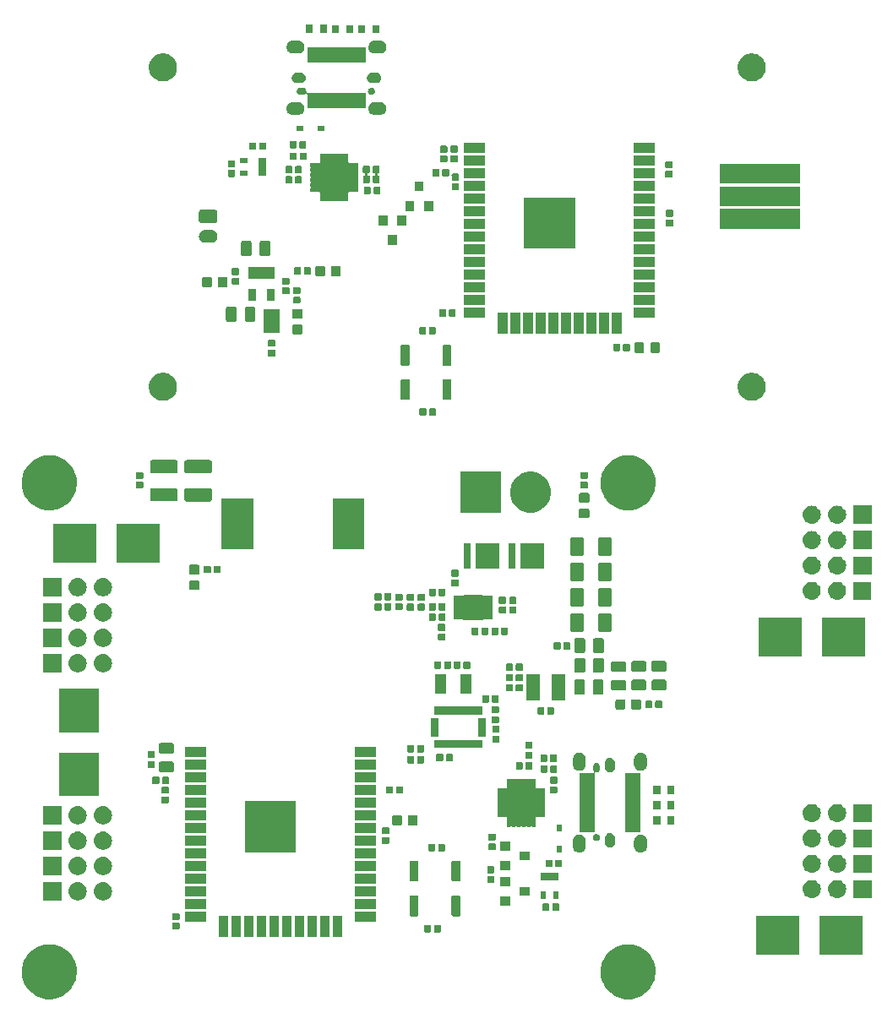
<source format=gbr>
G04 #@! TF.GenerationSoftware,KiCad,Pcbnew,5.1.4-e60b266~84~ubuntu18.04.1*
G04 #@! TF.CreationDate,2019-10-17T22:07:23-04:00*
G04 #@! TF.ProjectId,SmallKat v2,536d616c-6c4b-4617-9420-76322e6b6963,rev?*
G04 #@! TF.SameCoordinates,Original*
G04 #@! TF.FileFunction,Soldermask,Top*
G04 #@! TF.FilePolarity,Negative*
%FSLAX46Y46*%
G04 Gerber Fmt 4.6, Leading zero omitted, Abs format (unit mm)*
G04 Created by KiCad (PCBNEW 5.1.4-e60b266~84~ubuntu18.04.1) date 2019-10-17 22:07:23*
%MOMM*%
%LPD*%
G04 APERTURE LIST*
%ADD10C,0.100000*%
G04 APERTURE END LIST*
D10*
G36*
X161096693Y-136796859D02*
G01*
X161362437Y-136849719D01*
X161863087Y-137057095D01*
X162043561Y-137177684D01*
X162313660Y-137358158D01*
X162696842Y-137741340D01*
X162877316Y-138011439D01*
X162997905Y-138191913D01*
X163131363Y-138514109D01*
X163205281Y-138692564D01*
X163311000Y-139224049D01*
X163311000Y-139765951D01*
X163275186Y-139946000D01*
X163205281Y-140297437D01*
X162997905Y-140798087D01*
X162941521Y-140882471D01*
X162696842Y-141248660D01*
X162313660Y-141631842D01*
X162050774Y-141807496D01*
X161863087Y-141932905D01*
X161362437Y-142140281D01*
X161096694Y-142193140D01*
X160830951Y-142246000D01*
X160289049Y-142246000D01*
X160023306Y-142193140D01*
X159757563Y-142140281D01*
X159256913Y-141932905D01*
X159069226Y-141807496D01*
X158806340Y-141631842D01*
X158423158Y-141248660D01*
X158178479Y-140882471D01*
X158122095Y-140798087D01*
X157914719Y-140297437D01*
X157844814Y-139946000D01*
X157809000Y-139765951D01*
X157809000Y-139224049D01*
X157914719Y-138692564D01*
X157988637Y-138514109D01*
X158122095Y-138191913D01*
X158242684Y-138011439D01*
X158423158Y-137741340D01*
X158806340Y-137358158D01*
X159076439Y-137177684D01*
X159256913Y-137057095D01*
X159757563Y-136849719D01*
X160023307Y-136796859D01*
X160289049Y-136744000D01*
X160830951Y-136744000D01*
X161096693Y-136796859D01*
X161096693Y-136796859D01*
G37*
G36*
X103096693Y-136796859D02*
G01*
X103362437Y-136849719D01*
X103863087Y-137057095D01*
X104043561Y-137177684D01*
X104313660Y-137358158D01*
X104696842Y-137741340D01*
X104877316Y-138011439D01*
X104997905Y-138191913D01*
X105131363Y-138514109D01*
X105205281Y-138692564D01*
X105311000Y-139224049D01*
X105311000Y-139765951D01*
X105275186Y-139946000D01*
X105205281Y-140297437D01*
X104997905Y-140798087D01*
X104941521Y-140882471D01*
X104696842Y-141248660D01*
X104313660Y-141631842D01*
X104050774Y-141807496D01*
X103863087Y-141932905D01*
X103362437Y-142140281D01*
X103096694Y-142193140D01*
X102830951Y-142246000D01*
X102289049Y-142246000D01*
X102023306Y-142193140D01*
X101757563Y-142140281D01*
X101256913Y-141932905D01*
X101069226Y-141807496D01*
X100806340Y-141631842D01*
X100423158Y-141248660D01*
X100178479Y-140882471D01*
X100122095Y-140798087D01*
X99914719Y-140297437D01*
X99844814Y-139946000D01*
X99809000Y-139765951D01*
X99809000Y-139224049D01*
X99914719Y-138692564D01*
X99988637Y-138514109D01*
X100122095Y-138191913D01*
X100242684Y-138011439D01*
X100423158Y-137741340D01*
X100806340Y-137358158D01*
X101076439Y-137177684D01*
X101256913Y-137057095D01*
X101757563Y-136849719D01*
X102023307Y-136796859D01*
X102289049Y-136744000D01*
X102830951Y-136744000D01*
X103096693Y-136796859D01*
X103096693Y-136796859D01*
G37*
G36*
X184085800Y-137795200D02*
G01*
X179743800Y-137795200D01*
X179743800Y-133883200D01*
X184085800Y-133883200D01*
X184085800Y-137795200D01*
X184085800Y-137795200D01*
G37*
G36*
X177715800Y-137795200D02*
G01*
X173373800Y-137795200D01*
X173373800Y-133883200D01*
X177715800Y-133883200D01*
X177715800Y-137795200D01*
X177715800Y-137795200D01*
G37*
G36*
X121786000Y-136036000D02*
G01*
X120784000Y-136036000D01*
X120784000Y-133934000D01*
X121786000Y-133934000D01*
X121786000Y-136036000D01*
X121786000Y-136036000D01*
G37*
G36*
X120516000Y-136036000D02*
G01*
X119514000Y-136036000D01*
X119514000Y-133934000D01*
X120516000Y-133934000D01*
X120516000Y-136036000D01*
X120516000Y-136036000D01*
G37*
G36*
X131946000Y-136036000D02*
G01*
X130944000Y-136036000D01*
X130944000Y-133934000D01*
X131946000Y-133934000D01*
X131946000Y-136036000D01*
X131946000Y-136036000D01*
G37*
G36*
X130676000Y-136036000D02*
G01*
X129674000Y-136036000D01*
X129674000Y-133934000D01*
X130676000Y-133934000D01*
X130676000Y-136036000D01*
X130676000Y-136036000D01*
G37*
G36*
X129406000Y-136036000D02*
G01*
X128404000Y-136036000D01*
X128404000Y-133934000D01*
X129406000Y-133934000D01*
X129406000Y-136036000D01*
X129406000Y-136036000D01*
G37*
G36*
X128136000Y-136036000D02*
G01*
X127134000Y-136036000D01*
X127134000Y-133934000D01*
X128136000Y-133934000D01*
X128136000Y-136036000D01*
X128136000Y-136036000D01*
G37*
G36*
X125596000Y-136036000D02*
G01*
X124594000Y-136036000D01*
X124594000Y-133934000D01*
X125596000Y-133934000D01*
X125596000Y-136036000D01*
X125596000Y-136036000D01*
G37*
G36*
X124326000Y-136036000D02*
G01*
X123324000Y-136036000D01*
X123324000Y-133934000D01*
X124326000Y-133934000D01*
X124326000Y-136036000D01*
X124326000Y-136036000D01*
G37*
G36*
X123056000Y-136036000D02*
G01*
X122054000Y-136036000D01*
X122054000Y-133934000D01*
X123056000Y-133934000D01*
X123056000Y-136036000D01*
X123056000Y-136036000D01*
G37*
G36*
X126866000Y-136036000D02*
G01*
X125864000Y-136036000D01*
X125864000Y-133934000D01*
X126866000Y-133934000D01*
X126866000Y-136036000D01*
X126866000Y-136036000D01*
G37*
G36*
X140741938Y-134823216D02*
G01*
X140762557Y-134829471D01*
X140781553Y-134839624D01*
X140798208Y-134853292D01*
X140811876Y-134869947D01*
X140822029Y-134888943D01*
X140828284Y-134909562D01*
X140831000Y-134937140D01*
X140831000Y-135445860D01*
X140828284Y-135473438D01*
X140822029Y-135494057D01*
X140811876Y-135513053D01*
X140798208Y-135529708D01*
X140781553Y-135543376D01*
X140762557Y-135553529D01*
X140741938Y-135559784D01*
X140714360Y-135562500D01*
X140255640Y-135562500D01*
X140228062Y-135559784D01*
X140207443Y-135553529D01*
X140188447Y-135543376D01*
X140171792Y-135529708D01*
X140158124Y-135513053D01*
X140147971Y-135494057D01*
X140141716Y-135473438D01*
X140139000Y-135445860D01*
X140139000Y-134937140D01*
X140141716Y-134909562D01*
X140147971Y-134888943D01*
X140158124Y-134869947D01*
X140171792Y-134853292D01*
X140188447Y-134839624D01*
X140207443Y-134829471D01*
X140228062Y-134823216D01*
X140255640Y-134820500D01*
X140714360Y-134820500D01*
X140741938Y-134823216D01*
X140741938Y-134823216D01*
G37*
G36*
X141711938Y-134823216D02*
G01*
X141732557Y-134829471D01*
X141751553Y-134839624D01*
X141768208Y-134853292D01*
X141781876Y-134869947D01*
X141792029Y-134888943D01*
X141798284Y-134909562D01*
X141801000Y-134937140D01*
X141801000Y-135445860D01*
X141798284Y-135473438D01*
X141792029Y-135494057D01*
X141781876Y-135513053D01*
X141768208Y-135529708D01*
X141751553Y-135543376D01*
X141732557Y-135553529D01*
X141711938Y-135559784D01*
X141684360Y-135562500D01*
X141225640Y-135562500D01*
X141198062Y-135559784D01*
X141177443Y-135553529D01*
X141158447Y-135543376D01*
X141141792Y-135529708D01*
X141128124Y-135513053D01*
X141117971Y-135494057D01*
X141111716Y-135473438D01*
X141109000Y-135445860D01*
X141109000Y-134937140D01*
X141111716Y-134909562D01*
X141117971Y-134888943D01*
X141128124Y-134869947D01*
X141141792Y-134853292D01*
X141158447Y-134839624D01*
X141177443Y-134829471D01*
X141198062Y-134823216D01*
X141225640Y-134820500D01*
X141684360Y-134820500D01*
X141711938Y-134823216D01*
X141711938Y-134823216D01*
G37*
G36*
X115534438Y-134594216D02*
G01*
X115555057Y-134600471D01*
X115574053Y-134610624D01*
X115590708Y-134624292D01*
X115604376Y-134640947D01*
X115614529Y-134659943D01*
X115620784Y-134680562D01*
X115623500Y-134708140D01*
X115623500Y-135166860D01*
X115620784Y-135194438D01*
X115614529Y-135215057D01*
X115604376Y-135234053D01*
X115590708Y-135250708D01*
X115574053Y-135264376D01*
X115555057Y-135274529D01*
X115534438Y-135280784D01*
X115506860Y-135283500D01*
X114998140Y-135283500D01*
X114970562Y-135280784D01*
X114949943Y-135274529D01*
X114930947Y-135264376D01*
X114914292Y-135250708D01*
X114900624Y-135234053D01*
X114890471Y-135215057D01*
X114884216Y-135194438D01*
X114881500Y-135166860D01*
X114881500Y-134708140D01*
X114884216Y-134680562D01*
X114890471Y-134659943D01*
X114900624Y-134640947D01*
X114914292Y-134624292D01*
X114930947Y-134610624D01*
X114949943Y-134600471D01*
X114970562Y-134594216D01*
X114998140Y-134591500D01*
X115506860Y-134591500D01*
X115534438Y-134594216D01*
X115534438Y-134594216D01*
G37*
G36*
X135281000Y-134486000D02*
G01*
X133179000Y-134486000D01*
X133179000Y-133484000D01*
X135281000Y-133484000D01*
X135281000Y-134486000D01*
X135281000Y-134486000D01*
G37*
G36*
X118281000Y-134486000D02*
G01*
X116179000Y-134486000D01*
X116179000Y-133484000D01*
X118281000Y-133484000D01*
X118281000Y-134486000D01*
X118281000Y-134486000D01*
G37*
G36*
X115534438Y-133624216D02*
G01*
X115555057Y-133630471D01*
X115574053Y-133640624D01*
X115590708Y-133654292D01*
X115604376Y-133670947D01*
X115614529Y-133689943D01*
X115620784Y-133710562D01*
X115623500Y-133738140D01*
X115623500Y-134196860D01*
X115620784Y-134224438D01*
X115614529Y-134245057D01*
X115604376Y-134264053D01*
X115590708Y-134280708D01*
X115574053Y-134294376D01*
X115555057Y-134304529D01*
X115534438Y-134310784D01*
X115506860Y-134313500D01*
X114998140Y-134313500D01*
X114970562Y-134310784D01*
X114949943Y-134304529D01*
X114930947Y-134294376D01*
X114914292Y-134280708D01*
X114900624Y-134264053D01*
X114890471Y-134245057D01*
X114884216Y-134224438D01*
X114881500Y-134196860D01*
X114881500Y-133738140D01*
X114884216Y-133710562D01*
X114890471Y-133689943D01*
X114900624Y-133670947D01*
X114914292Y-133654292D01*
X114930947Y-133640624D01*
X114949943Y-133630471D01*
X114970562Y-133624216D01*
X114998140Y-133621500D01*
X115506860Y-133621500D01*
X115534438Y-133624216D01*
X115534438Y-133624216D01*
G37*
G36*
X143639183Y-131858225D02*
G01*
X143669643Y-131867466D01*
X143697723Y-131882474D01*
X143722331Y-131902669D01*
X143742526Y-131927277D01*
X143757534Y-131955357D01*
X143766775Y-131985817D01*
X143770500Y-132023640D01*
X143770500Y-133787360D01*
X143766775Y-133825183D01*
X143757534Y-133855643D01*
X143742526Y-133883723D01*
X143722331Y-133908331D01*
X143697723Y-133928526D01*
X143669643Y-133943534D01*
X143639183Y-133952775D01*
X143601360Y-133956500D01*
X143037640Y-133956500D01*
X142999817Y-133952775D01*
X142969357Y-133943534D01*
X142941277Y-133928526D01*
X142916669Y-133908331D01*
X142896474Y-133883723D01*
X142881466Y-133855643D01*
X142872225Y-133825183D01*
X142868500Y-133787360D01*
X142868500Y-132023640D01*
X142872225Y-131985817D01*
X142881466Y-131955357D01*
X142896474Y-131927277D01*
X142916669Y-131902669D01*
X142941277Y-131882474D01*
X142969357Y-131867466D01*
X142999817Y-131858225D01*
X143037640Y-131854500D01*
X143601360Y-131854500D01*
X143639183Y-131858225D01*
X143639183Y-131858225D01*
G37*
G36*
X139439183Y-131858225D02*
G01*
X139469643Y-131867466D01*
X139497723Y-131882474D01*
X139522331Y-131902669D01*
X139542526Y-131927277D01*
X139557534Y-131955357D01*
X139566775Y-131985817D01*
X139570500Y-132023640D01*
X139570500Y-133787360D01*
X139566775Y-133825183D01*
X139557534Y-133855643D01*
X139542526Y-133883723D01*
X139522331Y-133908331D01*
X139497723Y-133928526D01*
X139469643Y-133943534D01*
X139439183Y-133952775D01*
X139401360Y-133956500D01*
X138837640Y-133956500D01*
X138799817Y-133952775D01*
X138769357Y-133943534D01*
X138741277Y-133928526D01*
X138716669Y-133908331D01*
X138696474Y-133883723D01*
X138681466Y-133855643D01*
X138672225Y-133825183D01*
X138668500Y-133787360D01*
X138668500Y-132023640D01*
X138672225Y-131985817D01*
X138681466Y-131955357D01*
X138696474Y-131927277D01*
X138716669Y-131902669D01*
X138741277Y-131882474D01*
X138769357Y-131867466D01*
X138799817Y-131858225D01*
X138837640Y-131854500D01*
X139401360Y-131854500D01*
X139439183Y-131858225D01*
X139439183Y-131858225D01*
G37*
G36*
X152593438Y-132664216D02*
G01*
X152614057Y-132670471D01*
X152633053Y-132680624D01*
X152649708Y-132694292D01*
X152663376Y-132710947D01*
X152673529Y-132729943D01*
X152679784Y-132750562D01*
X152682500Y-132778140D01*
X152682500Y-133286860D01*
X152679784Y-133314438D01*
X152673529Y-133335057D01*
X152663376Y-133354053D01*
X152649708Y-133370708D01*
X152633053Y-133384376D01*
X152614057Y-133394529D01*
X152593438Y-133400784D01*
X152565860Y-133403500D01*
X152107140Y-133403500D01*
X152079562Y-133400784D01*
X152058943Y-133394529D01*
X152039947Y-133384376D01*
X152023292Y-133370708D01*
X152009624Y-133354053D01*
X151999471Y-133335057D01*
X151993216Y-133314438D01*
X151990500Y-133286860D01*
X151990500Y-132778140D01*
X151993216Y-132750562D01*
X151999471Y-132729943D01*
X152009624Y-132710947D01*
X152023292Y-132694292D01*
X152039947Y-132680624D01*
X152058943Y-132670471D01*
X152079562Y-132664216D01*
X152107140Y-132661500D01*
X152565860Y-132661500D01*
X152593438Y-132664216D01*
X152593438Y-132664216D01*
G37*
G36*
X153563438Y-132664216D02*
G01*
X153584057Y-132670471D01*
X153603053Y-132680624D01*
X153619708Y-132694292D01*
X153633376Y-132710947D01*
X153643529Y-132729943D01*
X153649784Y-132750562D01*
X153652500Y-132778140D01*
X153652500Y-133286860D01*
X153649784Y-133314438D01*
X153643529Y-133335057D01*
X153633376Y-133354053D01*
X153619708Y-133370708D01*
X153603053Y-133384376D01*
X153584057Y-133394529D01*
X153563438Y-133400784D01*
X153535860Y-133403500D01*
X153077140Y-133403500D01*
X153049562Y-133400784D01*
X153028943Y-133394529D01*
X153009947Y-133384376D01*
X152993292Y-133370708D01*
X152979624Y-133354053D01*
X152969471Y-133335057D01*
X152963216Y-133314438D01*
X152960500Y-133286860D01*
X152960500Y-132778140D01*
X152963216Y-132750562D01*
X152969471Y-132729943D01*
X152979624Y-132710947D01*
X152993292Y-132694292D01*
X153009947Y-132680624D01*
X153028943Y-132670471D01*
X153049562Y-132664216D01*
X153077140Y-132661500D01*
X153535860Y-132661500D01*
X153563438Y-132664216D01*
X153563438Y-132664216D01*
G37*
G36*
X118281000Y-133216000D02*
G01*
X116179000Y-133216000D01*
X116179000Y-132214000D01*
X118281000Y-132214000D01*
X118281000Y-133216000D01*
X118281000Y-133216000D01*
G37*
G36*
X135281000Y-133216000D02*
G01*
X133179000Y-133216000D01*
X133179000Y-132214000D01*
X135281000Y-132214000D01*
X135281000Y-133216000D01*
X135281000Y-133216000D01*
G37*
G36*
X148726000Y-132846000D02*
G01*
X147724000Y-132846000D01*
X147724000Y-131944000D01*
X148726000Y-131944000D01*
X148726000Y-132846000D01*
X148726000Y-132846000D01*
G37*
G36*
X105520443Y-130550519D02*
G01*
X105586627Y-130557037D01*
X105756466Y-130608557D01*
X105912991Y-130692222D01*
X105937101Y-130712009D01*
X106050186Y-130804814D01*
X106133448Y-130906271D01*
X106162778Y-130942009D01*
X106246443Y-131098534D01*
X106297963Y-131268373D01*
X106315359Y-131445000D01*
X106297963Y-131621627D01*
X106246443Y-131791466D01*
X106162778Y-131947991D01*
X106146539Y-131967778D01*
X106050186Y-132085186D01*
X105948729Y-132168448D01*
X105912991Y-132197778D01*
X105756466Y-132281443D01*
X105586627Y-132332963D01*
X105520442Y-132339482D01*
X105454260Y-132346000D01*
X105365740Y-132346000D01*
X105299558Y-132339482D01*
X105233373Y-132332963D01*
X105063534Y-132281443D01*
X104907009Y-132197778D01*
X104871271Y-132168448D01*
X104769814Y-132085186D01*
X104673461Y-131967778D01*
X104657222Y-131947991D01*
X104573557Y-131791466D01*
X104522037Y-131621627D01*
X104504641Y-131445000D01*
X104522037Y-131268373D01*
X104573557Y-131098534D01*
X104657222Y-130942009D01*
X104686552Y-130906271D01*
X104769814Y-130804814D01*
X104882899Y-130712009D01*
X104907009Y-130692222D01*
X105063534Y-130608557D01*
X105233373Y-130557037D01*
X105299557Y-130550519D01*
X105365740Y-130544000D01*
X105454260Y-130544000D01*
X105520443Y-130550519D01*
X105520443Y-130550519D01*
G37*
G36*
X103771000Y-132346000D02*
G01*
X101969000Y-132346000D01*
X101969000Y-130544000D01*
X103771000Y-130544000D01*
X103771000Y-132346000D01*
X103771000Y-132346000D01*
G37*
G36*
X108060443Y-130550519D02*
G01*
X108126627Y-130557037D01*
X108296466Y-130608557D01*
X108452991Y-130692222D01*
X108477101Y-130712009D01*
X108590186Y-130804814D01*
X108673448Y-130906271D01*
X108702778Y-130942009D01*
X108786443Y-131098534D01*
X108837963Y-131268373D01*
X108855359Y-131445000D01*
X108837963Y-131621627D01*
X108786443Y-131791466D01*
X108702778Y-131947991D01*
X108686539Y-131967778D01*
X108590186Y-132085186D01*
X108488729Y-132168448D01*
X108452991Y-132197778D01*
X108296466Y-132281443D01*
X108126627Y-132332963D01*
X108060442Y-132339482D01*
X107994260Y-132346000D01*
X107905740Y-132346000D01*
X107839558Y-132339482D01*
X107773373Y-132332963D01*
X107603534Y-132281443D01*
X107447009Y-132197778D01*
X107411271Y-132168448D01*
X107309814Y-132085186D01*
X107213461Y-131967778D01*
X107197222Y-131947991D01*
X107113557Y-131791466D01*
X107062037Y-131621627D01*
X107044641Y-131445000D01*
X107062037Y-131268373D01*
X107113557Y-131098534D01*
X107197222Y-130942009D01*
X107226552Y-130906271D01*
X107309814Y-130804814D01*
X107422899Y-130712009D01*
X107447009Y-130692222D01*
X107603534Y-130608557D01*
X107773373Y-130557037D01*
X107839557Y-130550519D01*
X107905740Y-130544000D01*
X107994260Y-130544000D01*
X108060443Y-130550519D01*
X108060443Y-130550519D01*
G37*
G36*
X153602500Y-132207300D02*
G01*
X153100500Y-132207300D01*
X153100500Y-131455300D01*
X153602500Y-131455300D01*
X153602500Y-132207300D01*
X153602500Y-132207300D01*
G37*
G36*
X152302500Y-132207300D02*
G01*
X151800500Y-132207300D01*
X151800500Y-131455300D01*
X152302500Y-131455300D01*
X152302500Y-132207300D01*
X152302500Y-132207300D01*
G37*
G36*
X179090443Y-130320519D02*
G01*
X179156627Y-130327037D01*
X179326466Y-130378557D01*
X179482991Y-130462222D01*
X179518729Y-130491552D01*
X179620186Y-130574814D01*
X179703226Y-130676000D01*
X179732778Y-130712009D01*
X179816443Y-130868534D01*
X179867963Y-131038373D01*
X179885359Y-131215000D01*
X179867963Y-131391627D01*
X179816443Y-131561466D01*
X179732778Y-131717991D01*
X179703448Y-131753729D01*
X179620186Y-131855186D01*
X179518729Y-131938448D01*
X179482991Y-131967778D01*
X179326466Y-132051443D01*
X179156627Y-132102963D01*
X179090443Y-132109481D01*
X179024260Y-132116000D01*
X178935740Y-132116000D01*
X178869557Y-132109481D01*
X178803373Y-132102963D01*
X178633534Y-132051443D01*
X178477009Y-131967778D01*
X178441271Y-131938448D01*
X178339814Y-131855186D01*
X178256552Y-131753729D01*
X178227222Y-131717991D01*
X178143557Y-131561466D01*
X178092037Y-131391627D01*
X178074641Y-131215000D01*
X178092037Y-131038373D01*
X178143557Y-130868534D01*
X178227222Y-130712009D01*
X178256774Y-130676000D01*
X178339814Y-130574814D01*
X178441271Y-130491552D01*
X178477009Y-130462222D01*
X178633534Y-130378557D01*
X178803373Y-130327037D01*
X178869557Y-130320519D01*
X178935740Y-130314000D01*
X179024260Y-130314000D01*
X179090443Y-130320519D01*
X179090443Y-130320519D01*
G37*
G36*
X181630443Y-130320519D02*
G01*
X181696627Y-130327037D01*
X181866466Y-130378557D01*
X182022991Y-130462222D01*
X182058729Y-130491552D01*
X182160186Y-130574814D01*
X182243226Y-130676000D01*
X182272778Y-130712009D01*
X182356443Y-130868534D01*
X182407963Y-131038373D01*
X182425359Y-131215000D01*
X182407963Y-131391627D01*
X182356443Y-131561466D01*
X182272778Y-131717991D01*
X182243448Y-131753729D01*
X182160186Y-131855186D01*
X182058729Y-131938448D01*
X182022991Y-131967778D01*
X181866466Y-132051443D01*
X181696627Y-132102963D01*
X181630443Y-132109481D01*
X181564260Y-132116000D01*
X181475740Y-132116000D01*
X181409557Y-132109481D01*
X181343373Y-132102963D01*
X181173534Y-132051443D01*
X181017009Y-131967778D01*
X180981271Y-131938448D01*
X180879814Y-131855186D01*
X180796552Y-131753729D01*
X180767222Y-131717991D01*
X180683557Y-131561466D01*
X180632037Y-131391627D01*
X180614641Y-131215000D01*
X180632037Y-131038373D01*
X180683557Y-130868534D01*
X180767222Y-130712009D01*
X180796774Y-130676000D01*
X180879814Y-130574814D01*
X180981271Y-130491552D01*
X181017009Y-130462222D01*
X181173534Y-130378557D01*
X181343373Y-130327037D01*
X181409557Y-130320519D01*
X181475740Y-130314000D01*
X181564260Y-130314000D01*
X181630443Y-130320519D01*
X181630443Y-130320519D01*
G37*
G36*
X184961000Y-132116000D02*
G01*
X183159000Y-132116000D01*
X183159000Y-130314000D01*
X184961000Y-130314000D01*
X184961000Y-132116000D01*
X184961000Y-132116000D01*
G37*
G36*
X118281000Y-131946000D02*
G01*
X116179000Y-131946000D01*
X116179000Y-130944000D01*
X118281000Y-130944000D01*
X118281000Y-131946000D01*
X118281000Y-131946000D01*
G37*
G36*
X135281000Y-131946000D02*
G01*
X133179000Y-131946000D01*
X133179000Y-130944000D01*
X135281000Y-130944000D01*
X135281000Y-131946000D01*
X135281000Y-131946000D01*
G37*
G36*
X150726000Y-131896000D02*
G01*
X149724000Y-131896000D01*
X149724000Y-130994000D01*
X150726000Y-130994000D01*
X150726000Y-131896000D01*
X150726000Y-131896000D01*
G37*
G36*
X148726000Y-130946000D02*
G01*
X147724000Y-130946000D01*
X147724000Y-130044000D01*
X148726000Y-130044000D01*
X148726000Y-130946000D01*
X148726000Y-130946000D01*
G37*
G36*
X118281000Y-130676000D02*
G01*
X116179000Y-130676000D01*
X116179000Y-129674000D01*
X118281000Y-129674000D01*
X118281000Y-130676000D01*
X118281000Y-130676000D01*
G37*
G36*
X135281000Y-130676000D02*
G01*
X133179000Y-130676000D01*
X133179000Y-129674000D01*
X135281000Y-129674000D01*
X135281000Y-130676000D01*
X135281000Y-130676000D01*
G37*
G36*
X147093938Y-129912716D02*
G01*
X147114557Y-129918971D01*
X147133553Y-129929124D01*
X147150208Y-129942792D01*
X147163876Y-129959447D01*
X147174029Y-129978443D01*
X147180284Y-129999062D01*
X147183000Y-130026640D01*
X147183000Y-130485360D01*
X147180284Y-130512938D01*
X147174029Y-130533557D01*
X147163876Y-130552553D01*
X147150208Y-130569208D01*
X147133553Y-130582876D01*
X147114557Y-130593029D01*
X147093938Y-130599284D01*
X147066360Y-130602000D01*
X146557640Y-130602000D01*
X146530062Y-130599284D01*
X146509443Y-130593029D01*
X146490447Y-130582876D01*
X146473792Y-130569208D01*
X146460124Y-130552553D01*
X146449971Y-130533557D01*
X146443716Y-130512938D01*
X146441000Y-130485360D01*
X146441000Y-130026640D01*
X146443716Y-129999062D01*
X146449971Y-129978443D01*
X146460124Y-129959447D01*
X146473792Y-129942792D01*
X146490447Y-129929124D01*
X146509443Y-129918971D01*
X146530062Y-129912716D01*
X146557640Y-129910000D01*
X147066360Y-129910000D01*
X147093938Y-129912716D01*
X147093938Y-129912716D01*
G37*
G36*
X143643683Y-128365725D02*
G01*
X143674143Y-128374966D01*
X143702223Y-128389974D01*
X143726831Y-128410169D01*
X143747026Y-128434777D01*
X143762034Y-128462857D01*
X143771275Y-128493317D01*
X143775000Y-128531140D01*
X143775000Y-130294860D01*
X143771275Y-130332683D01*
X143762034Y-130363143D01*
X143747026Y-130391223D01*
X143726831Y-130415831D01*
X143702223Y-130436026D01*
X143674143Y-130451034D01*
X143643683Y-130460275D01*
X143605860Y-130464000D01*
X143042140Y-130464000D01*
X143004317Y-130460275D01*
X142973857Y-130451034D01*
X142945777Y-130436026D01*
X142921169Y-130415831D01*
X142900974Y-130391223D01*
X142885966Y-130363143D01*
X142876725Y-130332683D01*
X142873000Y-130294860D01*
X142873000Y-128531140D01*
X142876725Y-128493317D01*
X142885966Y-128462857D01*
X142900974Y-128434777D01*
X142921169Y-128410169D01*
X142945777Y-128389974D01*
X142973857Y-128374966D01*
X143004317Y-128365725D01*
X143042140Y-128362000D01*
X143605860Y-128362000D01*
X143643683Y-128365725D01*
X143643683Y-128365725D01*
G37*
G36*
X139443683Y-128365725D02*
G01*
X139474143Y-128374966D01*
X139502223Y-128389974D01*
X139526831Y-128410169D01*
X139547026Y-128434777D01*
X139562034Y-128462857D01*
X139571275Y-128493317D01*
X139575000Y-128531140D01*
X139575000Y-130294860D01*
X139571275Y-130332683D01*
X139562034Y-130363143D01*
X139547026Y-130391223D01*
X139526831Y-130415831D01*
X139502223Y-130436026D01*
X139474143Y-130451034D01*
X139443683Y-130460275D01*
X139405860Y-130464000D01*
X138842140Y-130464000D01*
X138804317Y-130460275D01*
X138773857Y-130451034D01*
X138745777Y-130436026D01*
X138721169Y-130415831D01*
X138700974Y-130391223D01*
X138685966Y-130363143D01*
X138676725Y-130332683D01*
X138673000Y-130294860D01*
X138673000Y-128531140D01*
X138676725Y-128493317D01*
X138685966Y-128462857D01*
X138700974Y-128434777D01*
X138721169Y-128410169D01*
X138745777Y-128389974D01*
X138773857Y-128374966D01*
X138804317Y-128365725D01*
X138842140Y-128362000D01*
X139405860Y-128362000D01*
X139443683Y-128365725D01*
X139443683Y-128365725D01*
G37*
G36*
X153602500Y-130307300D02*
G01*
X151800500Y-130307300D01*
X151800500Y-129555300D01*
X153602500Y-129555300D01*
X153602500Y-130307300D01*
X153602500Y-130307300D01*
G37*
G36*
X103771000Y-129806000D02*
G01*
X101969000Y-129806000D01*
X101969000Y-128004000D01*
X103771000Y-128004000D01*
X103771000Y-129806000D01*
X103771000Y-129806000D01*
G37*
G36*
X105520443Y-128010519D02*
G01*
X105586627Y-128017037D01*
X105756466Y-128068557D01*
X105912991Y-128152222D01*
X105937101Y-128172009D01*
X106050186Y-128264814D01*
X106125746Y-128356886D01*
X106162778Y-128402009D01*
X106162779Y-128402011D01*
X106231801Y-128531140D01*
X106246443Y-128558534D01*
X106297963Y-128728373D01*
X106315359Y-128905000D01*
X106297963Y-129081627D01*
X106246443Y-129251466D01*
X106162778Y-129407991D01*
X106146539Y-129427778D01*
X106050186Y-129545186D01*
X105948729Y-129628448D01*
X105912991Y-129657778D01*
X105756466Y-129741443D01*
X105586627Y-129792963D01*
X105520443Y-129799481D01*
X105454260Y-129806000D01*
X105365740Y-129806000D01*
X105299557Y-129799481D01*
X105233373Y-129792963D01*
X105063534Y-129741443D01*
X104907009Y-129657778D01*
X104871271Y-129628448D01*
X104769814Y-129545186D01*
X104673461Y-129427778D01*
X104657222Y-129407991D01*
X104573557Y-129251466D01*
X104522037Y-129081627D01*
X104504641Y-128905000D01*
X104522037Y-128728373D01*
X104573557Y-128558534D01*
X104588200Y-128531140D01*
X104657221Y-128402011D01*
X104657222Y-128402009D01*
X104694254Y-128356886D01*
X104769814Y-128264814D01*
X104882899Y-128172009D01*
X104907009Y-128152222D01*
X105063534Y-128068557D01*
X105233373Y-128017037D01*
X105299557Y-128010519D01*
X105365740Y-128004000D01*
X105454260Y-128004000D01*
X105520443Y-128010519D01*
X105520443Y-128010519D01*
G37*
G36*
X108060443Y-128010519D02*
G01*
X108126627Y-128017037D01*
X108296466Y-128068557D01*
X108452991Y-128152222D01*
X108477101Y-128172009D01*
X108590186Y-128264814D01*
X108665746Y-128356886D01*
X108702778Y-128402009D01*
X108702779Y-128402011D01*
X108771801Y-128531140D01*
X108786443Y-128558534D01*
X108837963Y-128728373D01*
X108855359Y-128905000D01*
X108837963Y-129081627D01*
X108786443Y-129251466D01*
X108702778Y-129407991D01*
X108686539Y-129427778D01*
X108590186Y-129545186D01*
X108488729Y-129628448D01*
X108452991Y-129657778D01*
X108296466Y-129741443D01*
X108126627Y-129792963D01*
X108060443Y-129799481D01*
X107994260Y-129806000D01*
X107905740Y-129806000D01*
X107839557Y-129799481D01*
X107773373Y-129792963D01*
X107603534Y-129741443D01*
X107447009Y-129657778D01*
X107411271Y-129628448D01*
X107309814Y-129545186D01*
X107213461Y-129427778D01*
X107197222Y-129407991D01*
X107113557Y-129251466D01*
X107062037Y-129081627D01*
X107044641Y-128905000D01*
X107062037Y-128728373D01*
X107113557Y-128558534D01*
X107128200Y-128531140D01*
X107197221Y-128402011D01*
X107197222Y-128402009D01*
X107234254Y-128356886D01*
X107309814Y-128264814D01*
X107422899Y-128172009D01*
X107447009Y-128152222D01*
X107603534Y-128068557D01*
X107773373Y-128017037D01*
X107839557Y-128010519D01*
X107905740Y-128004000D01*
X107994260Y-128004000D01*
X108060443Y-128010519D01*
X108060443Y-128010519D01*
G37*
G36*
X147093938Y-128942716D02*
G01*
X147114557Y-128948971D01*
X147133553Y-128959124D01*
X147150208Y-128972792D01*
X147163876Y-128989447D01*
X147174029Y-129008443D01*
X147180284Y-129029062D01*
X147183000Y-129056640D01*
X147183000Y-129515360D01*
X147180284Y-129542938D01*
X147174029Y-129563557D01*
X147163876Y-129582553D01*
X147150208Y-129599208D01*
X147133553Y-129612876D01*
X147114557Y-129623029D01*
X147093938Y-129629284D01*
X147066360Y-129632000D01*
X146557640Y-129632000D01*
X146530062Y-129629284D01*
X146509443Y-129623029D01*
X146490447Y-129612876D01*
X146473792Y-129599208D01*
X146460124Y-129582553D01*
X146449971Y-129563557D01*
X146443716Y-129542938D01*
X146441000Y-129515360D01*
X146441000Y-129056640D01*
X146443716Y-129029062D01*
X146449971Y-129008443D01*
X146460124Y-128989447D01*
X146473792Y-128972792D01*
X146490447Y-128959124D01*
X146509443Y-128948971D01*
X146530062Y-128942716D01*
X146557640Y-128940000D01*
X147066360Y-128940000D01*
X147093938Y-128942716D01*
X147093938Y-128942716D01*
G37*
G36*
X181630443Y-127780519D02*
G01*
X181696627Y-127787037D01*
X181866466Y-127838557D01*
X182022991Y-127922222D01*
X182058729Y-127951552D01*
X182160186Y-128034814D01*
X182243226Y-128136000D01*
X182272778Y-128172009D01*
X182356443Y-128328534D01*
X182407963Y-128498373D01*
X182425359Y-128675000D01*
X182407963Y-128851627D01*
X182356443Y-129021466D01*
X182272778Y-129177991D01*
X182243448Y-129213729D01*
X182160186Y-129315186D01*
X182058729Y-129398448D01*
X182022991Y-129427778D01*
X181866466Y-129511443D01*
X181696627Y-129562963D01*
X181630442Y-129569482D01*
X181564260Y-129576000D01*
X181475740Y-129576000D01*
X181409558Y-129569482D01*
X181343373Y-129562963D01*
X181173534Y-129511443D01*
X181017009Y-129427778D01*
X180981271Y-129398448D01*
X180879814Y-129315186D01*
X180796552Y-129213729D01*
X180767222Y-129177991D01*
X180683557Y-129021466D01*
X180632037Y-128851627D01*
X180614641Y-128675000D01*
X180632037Y-128498373D01*
X180683557Y-128328534D01*
X180767222Y-128172009D01*
X180796774Y-128136000D01*
X180879814Y-128034814D01*
X180981271Y-127951552D01*
X181017009Y-127922222D01*
X181173534Y-127838557D01*
X181343373Y-127787037D01*
X181409557Y-127780519D01*
X181475740Y-127774000D01*
X181564260Y-127774000D01*
X181630443Y-127780519D01*
X181630443Y-127780519D01*
G37*
G36*
X179090443Y-127780519D02*
G01*
X179156627Y-127787037D01*
X179326466Y-127838557D01*
X179482991Y-127922222D01*
X179518729Y-127951552D01*
X179620186Y-128034814D01*
X179703226Y-128136000D01*
X179732778Y-128172009D01*
X179816443Y-128328534D01*
X179867963Y-128498373D01*
X179885359Y-128675000D01*
X179867963Y-128851627D01*
X179816443Y-129021466D01*
X179732778Y-129177991D01*
X179703448Y-129213729D01*
X179620186Y-129315186D01*
X179518729Y-129398448D01*
X179482991Y-129427778D01*
X179326466Y-129511443D01*
X179156627Y-129562963D01*
X179090442Y-129569482D01*
X179024260Y-129576000D01*
X178935740Y-129576000D01*
X178869558Y-129569482D01*
X178803373Y-129562963D01*
X178633534Y-129511443D01*
X178477009Y-129427778D01*
X178441271Y-129398448D01*
X178339814Y-129315186D01*
X178256552Y-129213729D01*
X178227222Y-129177991D01*
X178143557Y-129021466D01*
X178092037Y-128851627D01*
X178074641Y-128675000D01*
X178092037Y-128498373D01*
X178143557Y-128328534D01*
X178227222Y-128172009D01*
X178256774Y-128136000D01*
X178339814Y-128034814D01*
X178441271Y-127951552D01*
X178477009Y-127922222D01*
X178633534Y-127838557D01*
X178803373Y-127787037D01*
X178869557Y-127780519D01*
X178935740Y-127774000D01*
X179024260Y-127774000D01*
X179090443Y-127780519D01*
X179090443Y-127780519D01*
G37*
G36*
X184961000Y-129576000D02*
G01*
X183159000Y-129576000D01*
X183159000Y-127774000D01*
X184961000Y-127774000D01*
X184961000Y-129576000D01*
X184961000Y-129576000D01*
G37*
G36*
X135281000Y-129406000D02*
G01*
X133179000Y-129406000D01*
X133179000Y-128404000D01*
X135281000Y-128404000D01*
X135281000Y-129406000D01*
X135281000Y-129406000D01*
G37*
G36*
X118281000Y-129406000D02*
G01*
X116179000Y-129406000D01*
X116179000Y-128404000D01*
X118281000Y-128404000D01*
X118281000Y-129406000D01*
X118281000Y-129406000D01*
G37*
G36*
X148726000Y-129290000D02*
G01*
X147724000Y-129290000D01*
X147724000Y-128388000D01*
X148726000Y-128388000D01*
X148726000Y-129290000D01*
X148726000Y-129290000D01*
G37*
G36*
X152910938Y-128282716D02*
G01*
X152931557Y-128288971D01*
X152950553Y-128299124D01*
X152967208Y-128312792D01*
X152980876Y-128329447D01*
X152991029Y-128348443D01*
X152997284Y-128369062D01*
X153000000Y-128396640D01*
X153000000Y-128905360D01*
X152997284Y-128932938D01*
X152991029Y-128953557D01*
X152980876Y-128972553D01*
X152967208Y-128989208D01*
X152950553Y-129002876D01*
X152931557Y-129013029D01*
X152910938Y-129019284D01*
X152883360Y-129022000D01*
X152424640Y-129022000D01*
X152397062Y-129019284D01*
X152376443Y-129013029D01*
X152357447Y-129002876D01*
X152340792Y-128989208D01*
X152327124Y-128972553D01*
X152316971Y-128953557D01*
X152310716Y-128932938D01*
X152308000Y-128905360D01*
X152308000Y-128396640D01*
X152310716Y-128369062D01*
X152316971Y-128348443D01*
X152327124Y-128329447D01*
X152340792Y-128312792D01*
X152357447Y-128299124D01*
X152376443Y-128288971D01*
X152397062Y-128282716D01*
X152424640Y-128280000D01*
X152883360Y-128280000D01*
X152910938Y-128282716D01*
X152910938Y-128282716D01*
G37*
G36*
X153880938Y-128282716D02*
G01*
X153901557Y-128288971D01*
X153920553Y-128299124D01*
X153937208Y-128312792D01*
X153950876Y-128329447D01*
X153961029Y-128348443D01*
X153967284Y-128369062D01*
X153970000Y-128396640D01*
X153970000Y-128905360D01*
X153967284Y-128932938D01*
X153961029Y-128953557D01*
X153950876Y-128972553D01*
X153937208Y-128989208D01*
X153920553Y-129002876D01*
X153901557Y-129013029D01*
X153880938Y-129019284D01*
X153853360Y-129022000D01*
X153394640Y-129022000D01*
X153367062Y-129019284D01*
X153346443Y-129013029D01*
X153327447Y-129002876D01*
X153310792Y-128989208D01*
X153297124Y-128972553D01*
X153286971Y-128953557D01*
X153280716Y-128932938D01*
X153278000Y-128905360D01*
X153278000Y-128396640D01*
X153280716Y-128369062D01*
X153286971Y-128348443D01*
X153297124Y-128329447D01*
X153310792Y-128312792D01*
X153327447Y-128299124D01*
X153346443Y-128288971D01*
X153367062Y-128282716D01*
X153394640Y-128280000D01*
X153853360Y-128280000D01*
X153880938Y-128282716D01*
X153880938Y-128282716D01*
G37*
G36*
X150726000Y-128340000D02*
G01*
X149724000Y-128340000D01*
X149724000Y-127438000D01*
X150726000Y-127438000D01*
X150726000Y-128340000D01*
X150726000Y-128340000D01*
G37*
G36*
X118281000Y-128136000D02*
G01*
X116179000Y-128136000D01*
X116179000Y-127134000D01*
X118281000Y-127134000D01*
X118281000Y-128136000D01*
X118281000Y-128136000D01*
G37*
G36*
X135281000Y-128136000D02*
G01*
X133179000Y-128136000D01*
X133179000Y-127134000D01*
X135281000Y-127134000D01*
X135281000Y-128136000D01*
X135281000Y-128136000D01*
G37*
G36*
X155807618Y-125763420D02*
G01*
X155898404Y-125790960D01*
X155930336Y-125800646D01*
X156043425Y-125861094D01*
X156142554Y-125942446D01*
X156223906Y-126041575D01*
X156284354Y-126154664D01*
X156284355Y-126154668D01*
X156321580Y-126277382D01*
X156324953Y-126311627D01*
X156330210Y-126365000D01*
X156331000Y-126373027D01*
X156331000Y-126936973D01*
X156321580Y-127032618D01*
X156313715Y-127058544D01*
X156284354Y-127155336D01*
X156223906Y-127268425D01*
X156142554Y-127367553D01*
X156043424Y-127448906D01*
X155930335Y-127509354D01*
X155898403Y-127519040D01*
X155807617Y-127546580D01*
X155680000Y-127559149D01*
X155552382Y-127546580D01*
X155461596Y-127519040D01*
X155429664Y-127509354D01*
X155316575Y-127448906D01*
X155217447Y-127367554D01*
X155136094Y-127268424D01*
X155075646Y-127155335D01*
X155064253Y-127117778D01*
X155038420Y-127032617D01*
X155029000Y-126936972D01*
X155029000Y-126373027D01*
X155029791Y-126365000D01*
X155035047Y-126311627D01*
X155038420Y-126277382D01*
X155075645Y-126154668D01*
X155075646Y-126154664D01*
X155136094Y-126041575D01*
X155217447Y-125942447D01*
X155316576Y-125861094D01*
X155429665Y-125800646D01*
X155461597Y-125790960D01*
X155552383Y-125763420D01*
X155680000Y-125750851D01*
X155807618Y-125763420D01*
X155807618Y-125763420D01*
G37*
G36*
X161947618Y-125763420D02*
G01*
X162038404Y-125790960D01*
X162070336Y-125800646D01*
X162183425Y-125861094D01*
X162282554Y-125942446D01*
X162363906Y-126041575D01*
X162424354Y-126154664D01*
X162424355Y-126154668D01*
X162461580Y-126277382D01*
X162464953Y-126311627D01*
X162470210Y-126365000D01*
X162471000Y-126373027D01*
X162471000Y-126936973D01*
X162461580Y-127032618D01*
X162453715Y-127058544D01*
X162424354Y-127155336D01*
X162363906Y-127268425D01*
X162282554Y-127367553D01*
X162183424Y-127448906D01*
X162070335Y-127509354D01*
X162038403Y-127519040D01*
X161947617Y-127546580D01*
X161820000Y-127559149D01*
X161692382Y-127546580D01*
X161601596Y-127519040D01*
X161569664Y-127509354D01*
X161456575Y-127448906D01*
X161357447Y-127367554D01*
X161276094Y-127268424D01*
X161215646Y-127155335D01*
X161204253Y-127117778D01*
X161178420Y-127032617D01*
X161169000Y-126936972D01*
X161169000Y-126373027D01*
X161169791Y-126365000D01*
X161175047Y-126311627D01*
X161178420Y-126277382D01*
X161215645Y-126154668D01*
X161215646Y-126154664D01*
X161276094Y-126041575D01*
X161357447Y-125942447D01*
X161456576Y-125861094D01*
X161569665Y-125800646D01*
X161601597Y-125790960D01*
X161692383Y-125763420D01*
X161820000Y-125750851D01*
X161947618Y-125763420D01*
X161947618Y-125763420D01*
G37*
G36*
X153946000Y-127546000D02*
G01*
X153394000Y-127546000D01*
X153394000Y-126844000D01*
X153946000Y-126844000D01*
X153946000Y-127546000D01*
X153946000Y-127546000D01*
G37*
G36*
X127281000Y-127526000D02*
G01*
X122179000Y-127526000D01*
X122179000Y-122424000D01*
X127281000Y-122424000D01*
X127281000Y-127526000D01*
X127281000Y-127526000D01*
G37*
G36*
X142133438Y-126695216D02*
G01*
X142154057Y-126701471D01*
X142173053Y-126711624D01*
X142189708Y-126725292D01*
X142203376Y-126741947D01*
X142213529Y-126760943D01*
X142219784Y-126781562D01*
X142222500Y-126809140D01*
X142222500Y-127317860D01*
X142219784Y-127345438D01*
X142213529Y-127366057D01*
X142203376Y-127385053D01*
X142189708Y-127401708D01*
X142173053Y-127415376D01*
X142154057Y-127425529D01*
X142133438Y-127431784D01*
X142105860Y-127434500D01*
X141647140Y-127434500D01*
X141619562Y-127431784D01*
X141598943Y-127425529D01*
X141579947Y-127415376D01*
X141563292Y-127401708D01*
X141549624Y-127385053D01*
X141539471Y-127366057D01*
X141533216Y-127345438D01*
X141530500Y-127317860D01*
X141530500Y-126809140D01*
X141533216Y-126781562D01*
X141539471Y-126760943D01*
X141549624Y-126741947D01*
X141563292Y-126725292D01*
X141579947Y-126711624D01*
X141598943Y-126701471D01*
X141619562Y-126695216D01*
X141647140Y-126692500D01*
X142105860Y-126692500D01*
X142133438Y-126695216D01*
X142133438Y-126695216D01*
G37*
G36*
X141163438Y-126695216D02*
G01*
X141184057Y-126701471D01*
X141203053Y-126711624D01*
X141219708Y-126725292D01*
X141233376Y-126741947D01*
X141243529Y-126760943D01*
X141249784Y-126781562D01*
X141252500Y-126809140D01*
X141252500Y-127317860D01*
X141249784Y-127345438D01*
X141243529Y-127366057D01*
X141233376Y-127385053D01*
X141219708Y-127401708D01*
X141203053Y-127415376D01*
X141184057Y-127425529D01*
X141163438Y-127431784D01*
X141135860Y-127434500D01*
X140677140Y-127434500D01*
X140649562Y-127431784D01*
X140628943Y-127425529D01*
X140609947Y-127415376D01*
X140593292Y-127401708D01*
X140579624Y-127385053D01*
X140569471Y-127366057D01*
X140563216Y-127345438D01*
X140560500Y-127317860D01*
X140560500Y-126809140D01*
X140563216Y-126781562D01*
X140569471Y-126760943D01*
X140579624Y-126741947D01*
X140593292Y-126725292D01*
X140609947Y-126711624D01*
X140628943Y-126701471D01*
X140649562Y-126695216D01*
X140677140Y-126692500D01*
X141135860Y-126692500D01*
X141163438Y-126695216D01*
X141163438Y-126695216D01*
G37*
G36*
X148726000Y-127390000D02*
G01*
X147724000Y-127390000D01*
X147724000Y-126488000D01*
X148726000Y-126488000D01*
X148726000Y-127390000D01*
X148726000Y-127390000D01*
G37*
G36*
X147220938Y-126633716D02*
G01*
X147241557Y-126639971D01*
X147260553Y-126650124D01*
X147277208Y-126663792D01*
X147290876Y-126680447D01*
X147301029Y-126699443D01*
X147307284Y-126720062D01*
X147310000Y-126747640D01*
X147310000Y-127206360D01*
X147307284Y-127233938D01*
X147301029Y-127254557D01*
X147290876Y-127273553D01*
X147277208Y-127290208D01*
X147260553Y-127303876D01*
X147241557Y-127314029D01*
X147220938Y-127320284D01*
X147193360Y-127323000D01*
X146684640Y-127323000D01*
X146657062Y-127320284D01*
X146636443Y-127314029D01*
X146617447Y-127303876D01*
X146600792Y-127290208D01*
X146587124Y-127273553D01*
X146576971Y-127254557D01*
X146570716Y-127233938D01*
X146568000Y-127206360D01*
X146568000Y-126747640D01*
X146570716Y-126720062D01*
X146576971Y-126699443D01*
X146587124Y-126680447D01*
X146600792Y-126663792D01*
X146617447Y-126650124D01*
X146636443Y-126639971D01*
X146657062Y-126633716D01*
X146684640Y-126631000D01*
X147193360Y-126631000D01*
X147220938Y-126633716D01*
X147220938Y-126633716D01*
G37*
G36*
X103771000Y-127266000D02*
G01*
X101969000Y-127266000D01*
X101969000Y-125464000D01*
X103771000Y-125464000D01*
X103771000Y-127266000D01*
X103771000Y-127266000D01*
G37*
G36*
X108060442Y-125470518D02*
G01*
X108126627Y-125477037D01*
X108296466Y-125528557D01*
X108296468Y-125528558D01*
X108374729Y-125570390D01*
X108452991Y-125612222D01*
X108473359Y-125628938D01*
X108590186Y-125724814D01*
X108673448Y-125826271D01*
X108702778Y-125862009D01*
X108786443Y-126018534D01*
X108837963Y-126188373D01*
X108855359Y-126365000D01*
X108837963Y-126541627D01*
X108786443Y-126711466D01*
X108702778Y-126867991D01*
X108686539Y-126887778D01*
X108590186Y-127005186D01*
X108488729Y-127088448D01*
X108452991Y-127117778D01*
X108296466Y-127201443D01*
X108126627Y-127252963D01*
X108060443Y-127259481D01*
X107994260Y-127266000D01*
X107905740Y-127266000D01*
X107839557Y-127259481D01*
X107773373Y-127252963D01*
X107603534Y-127201443D01*
X107447009Y-127117778D01*
X107411271Y-127088448D01*
X107309814Y-127005186D01*
X107213461Y-126887778D01*
X107197222Y-126867991D01*
X107113557Y-126711466D01*
X107062037Y-126541627D01*
X107044641Y-126365000D01*
X107062037Y-126188373D01*
X107113557Y-126018534D01*
X107197222Y-125862009D01*
X107226552Y-125826271D01*
X107309814Y-125724814D01*
X107426641Y-125628938D01*
X107447009Y-125612222D01*
X107525271Y-125570390D01*
X107603532Y-125528558D01*
X107603534Y-125528557D01*
X107773373Y-125477037D01*
X107839558Y-125470518D01*
X107905740Y-125464000D01*
X107994260Y-125464000D01*
X108060442Y-125470518D01*
X108060442Y-125470518D01*
G37*
G36*
X105520442Y-125470518D02*
G01*
X105586627Y-125477037D01*
X105756466Y-125528557D01*
X105756468Y-125528558D01*
X105834729Y-125570390D01*
X105912991Y-125612222D01*
X105933359Y-125628938D01*
X106050186Y-125724814D01*
X106133448Y-125826271D01*
X106162778Y-125862009D01*
X106246443Y-126018534D01*
X106297963Y-126188373D01*
X106315359Y-126365000D01*
X106297963Y-126541627D01*
X106246443Y-126711466D01*
X106162778Y-126867991D01*
X106146539Y-126887778D01*
X106050186Y-127005186D01*
X105948729Y-127088448D01*
X105912991Y-127117778D01*
X105756466Y-127201443D01*
X105586627Y-127252963D01*
X105520443Y-127259481D01*
X105454260Y-127266000D01*
X105365740Y-127266000D01*
X105299557Y-127259481D01*
X105233373Y-127252963D01*
X105063534Y-127201443D01*
X104907009Y-127117778D01*
X104871271Y-127088448D01*
X104769814Y-127005186D01*
X104673461Y-126887778D01*
X104657222Y-126867991D01*
X104573557Y-126711466D01*
X104522037Y-126541627D01*
X104504641Y-126365000D01*
X104522037Y-126188373D01*
X104573557Y-126018534D01*
X104657222Y-125862009D01*
X104686552Y-125826271D01*
X104769814Y-125724814D01*
X104886641Y-125628938D01*
X104907009Y-125612222D01*
X104985271Y-125570390D01*
X105063532Y-125528558D01*
X105063534Y-125528557D01*
X105233373Y-125477037D01*
X105299558Y-125470518D01*
X105365740Y-125464000D01*
X105454260Y-125464000D01*
X105520442Y-125470518D01*
X105520442Y-125470518D01*
G37*
G36*
X158853114Y-125611611D02*
G01*
X158952265Y-125641688D01*
X159043644Y-125690531D01*
X159123738Y-125756262D01*
X159189469Y-125836356D01*
X159238312Y-125927735D01*
X159268389Y-126026887D01*
X159276000Y-126104162D01*
X159276000Y-126555839D01*
X159268389Y-126633114D01*
X159238312Y-126732265D01*
X159189469Y-126823644D01*
X159123738Y-126903738D01*
X159043644Y-126969469D01*
X158952264Y-127018312D01*
X158853113Y-127048389D01*
X158750000Y-127058545D01*
X158646886Y-127048389D01*
X158547735Y-127018312D01*
X158456356Y-126969469D01*
X158376262Y-126903738D01*
X158310531Y-126823644D01*
X158261688Y-126732264D01*
X158231611Y-126633113D01*
X158224000Y-126555838D01*
X158224000Y-126104161D01*
X158229663Y-126046671D01*
X158231611Y-126026888D01*
X158261689Y-125927734D01*
X158310532Y-125836356D01*
X158314722Y-125831251D01*
X158376263Y-125756262D01*
X158456357Y-125690531D01*
X158547736Y-125641688D01*
X158646887Y-125611611D01*
X158750000Y-125601455D01*
X158853114Y-125611611D01*
X158853114Y-125611611D01*
G37*
G36*
X184961000Y-127036000D02*
G01*
X183159000Y-127036000D01*
X183159000Y-125234000D01*
X184961000Y-125234000D01*
X184961000Y-127036000D01*
X184961000Y-127036000D01*
G37*
G36*
X181630443Y-125240519D02*
G01*
X181696627Y-125247037D01*
X181866466Y-125298557D01*
X182022991Y-125382222D01*
X182058729Y-125411552D01*
X182160186Y-125494814D01*
X182229070Y-125578751D01*
X182272778Y-125632009D01*
X182272779Y-125632011D01*
X182353144Y-125782361D01*
X182356443Y-125788534D01*
X182407963Y-125958373D01*
X182425359Y-126135000D01*
X182407963Y-126311627D01*
X182383427Y-126392510D01*
X182356442Y-126481468D01*
X182314610Y-126559729D01*
X182272778Y-126637991D01*
X182247431Y-126668876D01*
X182160186Y-126775186D01*
X182058729Y-126858448D01*
X182022991Y-126887778D01*
X181866466Y-126971443D01*
X181696627Y-127022963D01*
X181630443Y-127029481D01*
X181564260Y-127036000D01*
X181475740Y-127036000D01*
X181409557Y-127029481D01*
X181343373Y-127022963D01*
X181173534Y-126971443D01*
X181017009Y-126887778D01*
X180981271Y-126858448D01*
X180879814Y-126775186D01*
X180792569Y-126668876D01*
X180767222Y-126637991D01*
X180725390Y-126559729D01*
X180683558Y-126481468D01*
X180656573Y-126392510D01*
X180632037Y-126311627D01*
X180614641Y-126135000D01*
X180632037Y-125958373D01*
X180683557Y-125788534D01*
X180686857Y-125782361D01*
X180767221Y-125632011D01*
X180767222Y-125632009D01*
X180810930Y-125578751D01*
X180879814Y-125494814D01*
X180981271Y-125411552D01*
X181017009Y-125382222D01*
X181173534Y-125298557D01*
X181343373Y-125247037D01*
X181409557Y-125240519D01*
X181475740Y-125234000D01*
X181564260Y-125234000D01*
X181630443Y-125240519D01*
X181630443Y-125240519D01*
G37*
G36*
X179090443Y-125240519D02*
G01*
X179156627Y-125247037D01*
X179326466Y-125298557D01*
X179482991Y-125382222D01*
X179518729Y-125411552D01*
X179620186Y-125494814D01*
X179689070Y-125578751D01*
X179732778Y-125632009D01*
X179732779Y-125632011D01*
X179813144Y-125782361D01*
X179816443Y-125788534D01*
X179867963Y-125958373D01*
X179885359Y-126135000D01*
X179867963Y-126311627D01*
X179843427Y-126392510D01*
X179816442Y-126481468D01*
X179774610Y-126559729D01*
X179732778Y-126637991D01*
X179707431Y-126668876D01*
X179620186Y-126775186D01*
X179518729Y-126858448D01*
X179482991Y-126887778D01*
X179326466Y-126971443D01*
X179156627Y-127022963D01*
X179090443Y-127029481D01*
X179024260Y-127036000D01*
X178935740Y-127036000D01*
X178869557Y-127029481D01*
X178803373Y-127022963D01*
X178633534Y-126971443D01*
X178477009Y-126887778D01*
X178441271Y-126858448D01*
X178339814Y-126775186D01*
X178252569Y-126668876D01*
X178227222Y-126637991D01*
X178185390Y-126559729D01*
X178143558Y-126481468D01*
X178116573Y-126392510D01*
X178092037Y-126311627D01*
X178074641Y-126135000D01*
X178092037Y-125958373D01*
X178143557Y-125788534D01*
X178146857Y-125782361D01*
X178227221Y-125632011D01*
X178227222Y-125632009D01*
X178270930Y-125578751D01*
X178339814Y-125494814D01*
X178441271Y-125411552D01*
X178477009Y-125382222D01*
X178633534Y-125298557D01*
X178803373Y-125247037D01*
X178869557Y-125240519D01*
X178935740Y-125234000D01*
X179024260Y-125234000D01*
X179090443Y-125240519D01*
X179090443Y-125240519D01*
G37*
G36*
X118281000Y-126866000D02*
G01*
X116179000Y-126866000D01*
X116179000Y-125864000D01*
X118281000Y-125864000D01*
X118281000Y-126866000D01*
X118281000Y-126866000D01*
G37*
G36*
X135281000Y-126866000D02*
G01*
X133179000Y-126866000D01*
X133179000Y-125864000D01*
X135281000Y-125864000D01*
X135281000Y-126866000D01*
X135281000Y-126866000D01*
G37*
G36*
X136552938Y-125998716D02*
G01*
X136573557Y-126004971D01*
X136592553Y-126015124D01*
X136609208Y-126028792D01*
X136622876Y-126045447D01*
X136633029Y-126064443D01*
X136639284Y-126085062D01*
X136642000Y-126112640D01*
X136642000Y-126571360D01*
X136639284Y-126598938D01*
X136633029Y-126619557D01*
X136622876Y-126638553D01*
X136609208Y-126655208D01*
X136592553Y-126668876D01*
X136573557Y-126679029D01*
X136552938Y-126685284D01*
X136525360Y-126688000D01*
X136016640Y-126688000D01*
X135989062Y-126685284D01*
X135968443Y-126679029D01*
X135949447Y-126668876D01*
X135932792Y-126655208D01*
X135919124Y-126638553D01*
X135908971Y-126619557D01*
X135902716Y-126598938D01*
X135900000Y-126571360D01*
X135900000Y-126112640D01*
X135902716Y-126085062D01*
X135908971Y-126064443D01*
X135919124Y-126045447D01*
X135932792Y-126028792D01*
X135949447Y-126015124D01*
X135968443Y-126004971D01*
X135989062Y-125998716D01*
X136016640Y-125996000D01*
X136525360Y-125996000D01*
X136552938Y-125998716D01*
X136552938Y-125998716D01*
G37*
G36*
X157502383Y-125717489D02*
G01*
X157508281Y-125719932D01*
X157566258Y-125743946D01*
X157623748Y-125782360D01*
X157672640Y-125831252D01*
X157711054Y-125888742D01*
X157727204Y-125927734D01*
X157737511Y-125952617D01*
X157751000Y-126020430D01*
X157751000Y-126089570D01*
X157737511Y-126157383D01*
X157737510Y-126157385D01*
X157711054Y-126221258D01*
X157672640Y-126278748D01*
X157623748Y-126327640D01*
X157566258Y-126366054D01*
X157514182Y-126387624D01*
X157502383Y-126392511D01*
X157434570Y-126406000D01*
X157365430Y-126406000D01*
X157297617Y-126392511D01*
X157285818Y-126387624D01*
X157233742Y-126366054D01*
X157176252Y-126327640D01*
X157127360Y-126278748D01*
X157088946Y-126221258D01*
X157062490Y-126157385D01*
X157062489Y-126157383D01*
X157049000Y-126089570D01*
X157049000Y-126020430D01*
X157062489Y-125952617D01*
X157072796Y-125927734D01*
X157088946Y-125888742D01*
X157127360Y-125831252D01*
X157176252Y-125782360D01*
X157224589Y-125750062D01*
X157233739Y-125743948D01*
X157233744Y-125743946D01*
X157263832Y-125731483D01*
X157285442Y-125719932D01*
X157301319Y-125706903D01*
X157301613Y-125706992D01*
X157325999Y-125709394D01*
X157350384Y-125706992D01*
X157365427Y-125704000D01*
X157434570Y-125704000D01*
X157502383Y-125717489D01*
X157502383Y-125717489D01*
G37*
G36*
X147220938Y-125663716D02*
G01*
X147241557Y-125669971D01*
X147260553Y-125680124D01*
X147277208Y-125693792D01*
X147290876Y-125710447D01*
X147301029Y-125729443D01*
X147307284Y-125750062D01*
X147310000Y-125777640D01*
X147310000Y-126236360D01*
X147307284Y-126263938D01*
X147301029Y-126284557D01*
X147290876Y-126303553D01*
X147277208Y-126320208D01*
X147260553Y-126333876D01*
X147241557Y-126344029D01*
X147220938Y-126350284D01*
X147193360Y-126353000D01*
X146684640Y-126353000D01*
X146657062Y-126350284D01*
X146636443Y-126344029D01*
X146617447Y-126333876D01*
X146600792Y-126320208D01*
X146587124Y-126303553D01*
X146576971Y-126284557D01*
X146570716Y-126263938D01*
X146568000Y-126236360D01*
X146568000Y-125777640D01*
X146570716Y-125750062D01*
X146576971Y-125729443D01*
X146587124Y-125710447D01*
X146600792Y-125693792D01*
X146617447Y-125680124D01*
X146636443Y-125669971D01*
X146657062Y-125663716D01*
X146684640Y-125661000D01*
X147193360Y-125661000D01*
X147220938Y-125663716D01*
X147220938Y-125663716D01*
G37*
G36*
X136552938Y-125028716D02*
G01*
X136573557Y-125034971D01*
X136592553Y-125045124D01*
X136609208Y-125058792D01*
X136622876Y-125075447D01*
X136633029Y-125094443D01*
X136639284Y-125115062D01*
X136642000Y-125142640D01*
X136642000Y-125601360D01*
X136639284Y-125628938D01*
X136633029Y-125649557D01*
X136622876Y-125668553D01*
X136609208Y-125685208D01*
X136592553Y-125698876D01*
X136573557Y-125709029D01*
X136552938Y-125715284D01*
X136525360Y-125718000D01*
X136016640Y-125718000D01*
X135989062Y-125715284D01*
X135968443Y-125709029D01*
X135949447Y-125698876D01*
X135932792Y-125685208D01*
X135919124Y-125668553D01*
X135908971Y-125649557D01*
X135902716Y-125628938D01*
X135900000Y-125601360D01*
X135900000Y-125142640D01*
X135902716Y-125115062D01*
X135908971Y-125094443D01*
X135919124Y-125075447D01*
X135932792Y-125058792D01*
X135949447Y-125045124D01*
X135968443Y-125034971D01*
X135989062Y-125028716D01*
X136016640Y-125026000D01*
X136525360Y-125026000D01*
X136552938Y-125028716D01*
X136552938Y-125028716D01*
G37*
G36*
X135281000Y-125596000D02*
G01*
X133179000Y-125596000D01*
X133179000Y-124594000D01*
X135281000Y-124594000D01*
X135281000Y-125596000D01*
X135281000Y-125596000D01*
G37*
G36*
X118281000Y-125596000D02*
G01*
X116179000Y-125596000D01*
X116179000Y-124594000D01*
X118281000Y-124594000D01*
X118281000Y-125596000D01*
X118281000Y-125596000D01*
G37*
G36*
X157405661Y-118577860D02*
G01*
X157468808Y-118584078D01*
X157534969Y-118604149D01*
X157534971Y-118604150D01*
X157595948Y-118636742D01*
X157595950Y-118636743D01*
X157595949Y-118636743D01*
X157649396Y-118680604D01*
X157681777Y-118720062D01*
X157693258Y-118734051D01*
X157725850Y-118795028D01*
X157725850Y-118795029D01*
X157725851Y-118795031D01*
X157745922Y-118861191D01*
X157751000Y-118912756D01*
X157751000Y-119197245D01*
X157745922Y-119248809D01*
X157727554Y-119309354D01*
X157725850Y-119314972D01*
X157693258Y-119375949D01*
X157677707Y-119394897D01*
X157649396Y-119429396D01*
X157619775Y-119453704D01*
X157595949Y-119473258D01*
X157534972Y-119505850D01*
X157534969Y-119505851D01*
X157468808Y-119525922D01*
X157400000Y-119532698D01*
X157338250Y-119526617D01*
X157313746Y-119526617D01*
X157289713Y-119531398D01*
X157267074Y-119540775D01*
X157246700Y-119554389D01*
X157229373Y-119571716D01*
X157215759Y-119592091D01*
X157206382Y-119614729D01*
X157201000Y-119651014D01*
X157201000Y-125491000D01*
X155699000Y-125491000D01*
X155699000Y-119619000D01*
X157041922Y-119619000D01*
X157066308Y-119616598D01*
X157089757Y-119609485D01*
X157111368Y-119597934D01*
X157130310Y-119582389D01*
X157145855Y-119563447D01*
X157157406Y-119541836D01*
X157164519Y-119518387D01*
X157166921Y-119494001D01*
X157164519Y-119469615D01*
X157157406Y-119446166D01*
X157145855Y-119424555D01*
X157138555Y-119414712D01*
X157106742Y-119375949D01*
X157074150Y-119314972D01*
X157074149Y-119314971D01*
X157054078Y-119248809D01*
X157049000Y-119197244D01*
X157049000Y-118912757D01*
X157054078Y-118861192D01*
X157074149Y-118795031D01*
X157074151Y-118795028D01*
X157106742Y-118734052D01*
X157109531Y-118730654D01*
X157150604Y-118680604D01*
X157191282Y-118647222D01*
X157204051Y-118636742D01*
X157265028Y-118604150D01*
X157265031Y-118604149D01*
X157331192Y-118584078D01*
X157399999Y-118577302D01*
X157400000Y-118577302D01*
X157405661Y-118577860D01*
X157405661Y-118577860D01*
G37*
G36*
X161801000Y-125491000D02*
G01*
X160299000Y-125491000D01*
X160299000Y-119619000D01*
X161801000Y-119619000D01*
X161801000Y-125491000D01*
X161801000Y-125491000D01*
G37*
G36*
X153946000Y-125446000D02*
G01*
X153394000Y-125446000D01*
X153394000Y-124744000D01*
X153946000Y-124744000D01*
X153946000Y-125446000D01*
X153946000Y-125446000D01*
G37*
G36*
X148765355Y-120170083D02*
G01*
X148770029Y-120171501D01*
X148774330Y-120173800D01*
X148780702Y-120179029D01*
X148801076Y-120192643D01*
X148823715Y-120202020D01*
X148847749Y-120206800D01*
X148872253Y-120206800D01*
X148896286Y-120202019D01*
X148918925Y-120192642D01*
X148939298Y-120179029D01*
X148945670Y-120173800D01*
X148949971Y-120171501D01*
X148954645Y-120170083D01*
X148965641Y-120169000D01*
X149254359Y-120169000D01*
X149265355Y-120170083D01*
X149270029Y-120171501D01*
X149274330Y-120173800D01*
X149280702Y-120179029D01*
X149301076Y-120192643D01*
X149323715Y-120202020D01*
X149347749Y-120206800D01*
X149372253Y-120206800D01*
X149396286Y-120202019D01*
X149418925Y-120192642D01*
X149439298Y-120179029D01*
X149445670Y-120173800D01*
X149449971Y-120171501D01*
X149454645Y-120170083D01*
X149465641Y-120169000D01*
X149754359Y-120169000D01*
X149765355Y-120170083D01*
X149770029Y-120171501D01*
X149774330Y-120173800D01*
X149780702Y-120179029D01*
X149801076Y-120192643D01*
X149823715Y-120202020D01*
X149847749Y-120206800D01*
X149872253Y-120206800D01*
X149896286Y-120202019D01*
X149918925Y-120192642D01*
X149939298Y-120179029D01*
X149945670Y-120173800D01*
X149949971Y-120171501D01*
X149954645Y-120170083D01*
X149965641Y-120169000D01*
X150254359Y-120169000D01*
X150265355Y-120170083D01*
X150270029Y-120171501D01*
X150274330Y-120173800D01*
X150280702Y-120179029D01*
X150301076Y-120192643D01*
X150323715Y-120202020D01*
X150347749Y-120206800D01*
X150372253Y-120206800D01*
X150396286Y-120202019D01*
X150418925Y-120192642D01*
X150439298Y-120179029D01*
X150445670Y-120173800D01*
X150449971Y-120171501D01*
X150454645Y-120170083D01*
X150465641Y-120169000D01*
X150754359Y-120169000D01*
X150765355Y-120170083D01*
X150770029Y-120171501D01*
X150774330Y-120173800D01*
X150780702Y-120179029D01*
X150801076Y-120192643D01*
X150823715Y-120202020D01*
X150847749Y-120206800D01*
X150872253Y-120206800D01*
X150896286Y-120202019D01*
X150918925Y-120192642D01*
X150939298Y-120179029D01*
X150945670Y-120173800D01*
X150949971Y-120171501D01*
X150954645Y-120170083D01*
X150965641Y-120169000D01*
X151254359Y-120169000D01*
X151265355Y-120170083D01*
X151270029Y-120171501D01*
X151274331Y-120173800D01*
X151278104Y-120176896D01*
X151281200Y-120180669D01*
X151283499Y-120184971D01*
X151284917Y-120189645D01*
X151286000Y-120200641D01*
X151286000Y-121019001D01*
X151288402Y-121043387D01*
X151295515Y-121066836D01*
X151307066Y-121088447D01*
X151322611Y-121107389D01*
X151341553Y-121122934D01*
X151363164Y-121134485D01*
X151386613Y-121141598D01*
X151410999Y-121144000D01*
X152229359Y-121144000D01*
X152240355Y-121145083D01*
X152245029Y-121146501D01*
X152249331Y-121148800D01*
X152253104Y-121151896D01*
X152256200Y-121155669D01*
X152258499Y-121159971D01*
X152259917Y-121164645D01*
X152261000Y-121175641D01*
X152261000Y-121464359D01*
X152259917Y-121475355D01*
X152258499Y-121480029D01*
X152256200Y-121484330D01*
X152250971Y-121490702D01*
X152237357Y-121511076D01*
X152227980Y-121533715D01*
X152223200Y-121557749D01*
X152223200Y-121582253D01*
X152227981Y-121606286D01*
X152237358Y-121628925D01*
X152250971Y-121649298D01*
X152256200Y-121655670D01*
X152258499Y-121659971D01*
X152259917Y-121664645D01*
X152261000Y-121675641D01*
X152261000Y-121964359D01*
X152259917Y-121975355D01*
X152258499Y-121980029D01*
X152256200Y-121984330D01*
X152250971Y-121990702D01*
X152237357Y-122011076D01*
X152227980Y-122033715D01*
X152223200Y-122057749D01*
X152223200Y-122082253D01*
X152227981Y-122106286D01*
X152237358Y-122128925D01*
X152250971Y-122149298D01*
X152256200Y-122155670D01*
X152258499Y-122159971D01*
X152259917Y-122164645D01*
X152261000Y-122175641D01*
X152261000Y-122464359D01*
X152259917Y-122475355D01*
X152258499Y-122480029D01*
X152256200Y-122484330D01*
X152250971Y-122490702D01*
X152237357Y-122511076D01*
X152227980Y-122533715D01*
X152223200Y-122557749D01*
X152223200Y-122582253D01*
X152227981Y-122606286D01*
X152237358Y-122628925D01*
X152250971Y-122649298D01*
X152256200Y-122655670D01*
X152258499Y-122659971D01*
X152259917Y-122664645D01*
X152261000Y-122675641D01*
X152261000Y-122964359D01*
X152259917Y-122975355D01*
X152258499Y-122980029D01*
X152256200Y-122984330D01*
X152250971Y-122990702D01*
X152237357Y-123011076D01*
X152227980Y-123033715D01*
X152223200Y-123057749D01*
X152223200Y-123082253D01*
X152227981Y-123106286D01*
X152237358Y-123128925D01*
X152250971Y-123149298D01*
X152256200Y-123155670D01*
X152258499Y-123159971D01*
X152259917Y-123164645D01*
X152261000Y-123175641D01*
X152261000Y-123464359D01*
X152259917Y-123475355D01*
X152258499Y-123480029D01*
X152256200Y-123484330D01*
X152250971Y-123490702D01*
X152237357Y-123511076D01*
X152227980Y-123533715D01*
X152223200Y-123557749D01*
X152223200Y-123582253D01*
X152227981Y-123606286D01*
X152237358Y-123628925D01*
X152250971Y-123649298D01*
X152256200Y-123655670D01*
X152258499Y-123659971D01*
X152259917Y-123664645D01*
X152261000Y-123675641D01*
X152261000Y-123964359D01*
X152259917Y-123975355D01*
X152258499Y-123980029D01*
X152256200Y-123984331D01*
X152253104Y-123988104D01*
X152249331Y-123991200D01*
X152245029Y-123993499D01*
X152240355Y-123994917D01*
X152229359Y-123996000D01*
X151410999Y-123996000D01*
X151386613Y-123998402D01*
X151363164Y-124005515D01*
X151341553Y-124017066D01*
X151322611Y-124032611D01*
X151307066Y-124051553D01*
X151295515Y-124073164D01*
X151288402Y-124096613D01*
X151286000Y-124120999D01*
X151286000Y-124939359D01*
X151284917Y-124950355D01*
X151283499Y-124955029D01*
X151281200Y-124959331D01*
X151278104Y-124963104D01*
X151274331Y-124966200D01*
X151270029Y-124968499D01*
X151265355Y-124969917D01*
X151254359Y-124971000D01*
X150965641Y-124971000D01*
X150954645Y-124969917D01*
X150949971Y-124968499D01*
X150945670Y-124966200D01*
X150939298Y-124960971D01*
X150918924Y-124947357D01*
X150896285Y-124937980D01*
X150872251Y-124933200D01*
X150847747Y-124933200D01*
X150823714Y-124937981D01*
X150801075Y-124947358D01*
X150780702Y-124960971D01*
X150774330Y-124966200D01*
X150770029Y-124968499D01*
X150765355Y-124969917D01*
X150754359Y-124971000D01*
X150465641Y-124971000D01*
X150454645Y-124969917D01*
X150449971Y-124968499D01*
X150445670Y-124966200D01*
X150439298Y-124960971D01*
X150418924Y-124947357D01*
X150396285Y-124937980D01*
X150372251Y-124933200D01*
X150347747Y-124933200D01*
X150323714Y-124937981D01*
X150301075Y-124947358D01*
X150280702Y-124960971D01*
X150274330Y-124966200D01*
X150270029Y-124968499D01*
X150265355Y-124969917D01*
X150254359Y-124971000D01*
X149965641Y-124971000D01*
X149954645Y-124969917D01*
X149949971Y-124968499D01*
X149945670Y-124966200D01*
X149939298Y-124960971D01*
X149918924Y-124947357D01*
X149896285Y-124937980D01*
X149872251Y-124933200D01*
X149847747Y-124933200D01*
X149823714Y-124937981D01*
X149801075Y-124947358D01*
X149780702Y-124960971D01*
X149774330Y-124966200D01*
X149770029Y-124968499D01*
X149765355Y-124969917D01*
X149754359Y-124971000D01*
X149465641Y-124971000D01*
X149454645Y-124969917D01*
X149449971Y-124968499D01*
X149445670Y-124966200D01*
X149439298Y-124960971D01*
X149418924Y-124947357D01*
X149396285Y-124937980D01*
X149372251Y-124933200D01*
X149347747Y-124933200D01*
X149323714Y-124937981D01*
X149301075Y-124947358D01*
X149280702Y-124960971D01*
X149274330Y-124966200D01*
X149270029Y-124968499D01*
X149265355Y-124969917D01*
X149254359Y-124971000D01*
X148965641Y-124971000D01*
X148954645Y-124969917D01*
X148949971Y-124968499D01*
X148945670Y-124966200D01*
X148939298Y-124960971D01*
X148918924Y-124947357D01*
X148896285Y-124937980D01*
X148872251Y-124933200D01*
X148847747Y-124933200D01*
X148823714Y-124937981D01*
X148801075Y-124947358D01*
X148780702Y-124960971D01*
X148774330Y-124966200D01*
X148770029Y-124968499D01*
X148765355Y-124969917D01*
X148754359Y-124971000D01*
X148465641Y-124971000D01*
X148454645Y-124969917D01*
X148449971Y-124968499D01*
X148445669Y-124966200D01*
X148441896Y-124963104D01*
X148438800Y-124959331D01*
X148436501Y-124955029D01*
X148435083Y-124950355D01*
X148434000Y-124939359D01*
X148434000Y-124120999D01*
X148431598Y-124096613D01*
X148424485Y-124073164D01*
X148412934Y-124051553D01*
X148397389Y-124032611D01*
X148378447Y-124017066D01*
X148356836Y-124005515D01*
X148333387Y-123998402D01*
X148309001Y-123996000D01*
X147490641Y-123996000D01*
X147479645Y-123994917D01*
X147474971Y-123993499D01*
X147470669Y-123991200D01*
X147466896Y-123988104D01*
X147463800Y-123984331D01*
X147461501Y-123980029D01*
X147460083Y-123975355D01*
X147459000Y-123964359D01*
X147459000Y-123675641D01*
X147460083Y-123664645D01*
X147461501Y-123659971D01*
X147463800Y-123655670D01*
X147469029Y-123649298D01*
X147482643Y-123628924D01*
X147492020Y-123606285D01*
X147496800Y-123582251D01*
X147496800Y-123557747D01*
X147492019Y-123533714D01*
X147482642Y-123511075D01*
X147469029Y-123490702D01*
X147463800Y-123484330D01*
X147461501Y-123480029D01*
X147460083Y-123475355D01*
X147459000Y-123464359D01*
X147459000Y-123175641D01*
X147460083Y-123164645D01*
X147461501Y-123159971D01*
X147463800Y-123155670D01*
X147469029Y-123149298D01*
X147482643Y-123128924D01*
X147492020Y-123106285D01*
X147496800Y-123082251D01*
X147496800Y-123057747D01*
X147492019Y-123033714D01*
X147482642Y-123011075D01*
X147469029Y-122990702D01*
X147463800Y-122984330D01*
X147461501Y-122980029D01*
X147460083Y-122975355D01*
X147459000Y-122964359D01*
X147459000Y-122675641D01*
X147460083Y-122664645D01*
X147461501Y-122659971D01*
X147463800Y-122655670D01*
X147469029Y-122649298D01*
X147482643Y-122628924D01*
X147492020Y-122606285D01*
X147496800Y-122582251D01*
X147496800Y-122557747D01*
X147492019Y-122533714D01*
X147482642Y-122511075D01*
X147469029Y-122490702D01*
X147463800Y-122484330D01*
X147461501Y-122480029D01*
X147460083Y-122475355D01*
X147459000Y-122464359D01*
X147459000Y-122175641D01*
X147460083Y-122164645D01*
X147461501Y-122159971D01*
X147463800Y-122155670D01*
X147469029Y-122149298D01*
X147482643Y-122128924D01*
X147492020Y-122106285D01*
X147496800Y-122082251D01*
X147496800Y-122057747D01*
X147492019Y-122033714D01*
X147482642Y-122011075D01*
X147469029Y-121990702D01*
X147463800Y-121984330D01*
X147461501Y-121980029D01*
X147460083Y-121975355D01*
X147459000Y-121964359D01*
X147459000Y-121675641D01*
X147460083Y-121664645D01*
X147461501Y-121659971D01*
X147463800Y-121655670D01*
X147469029Y-121649298D01*
X147482643Y-121628924D01*
X147492020Y-121606285D01*
X147496800Y-121582251D01*
X147496800Y-121557747D01*
X147492019Y-121533714D01*
X147482642Y-121511075D01*
X147469029Y-121490702D01*
X147463800Y-121484330D01*
X147461501Y-121480029D01*
X147460083Y-121475355D01*
X147459000Y-121464359D01*
X147459000Y-121175641D01*
X147460083Y-121164645D01*
X147461501Y-121159971D01*
X147463800Y-121155669D01*
X147466896Y-121151896D01*
X147470669Y-121148800D01*
X147474971Y-121146501D01*
X147479645Y-121145083D01*
X147490641Y-121144000D01*
X148309001Y-121144000D01*
X148333387Y-121141598D01*
X148356836Y-121134485D01*
X148378447Y-121122934D01*
X148397389Y-121107389D01*
X148412934Y-121088447D01*
X148424485Y-121066836D01*
X148431598Y-121043387D01*
X148434000Y-121019001D01*
X148434000Y-120200641D01*
X148435083Y-120189645D01*
X148436501Y-120184971D01*
X148438800Y-120180669D01*
X148441896Y-120176896D01*
X148445669Y-120173800D01*
X148449971Y-120171501D01*
X148454645Y-120170083D01*
X148465641Y-120169000D01*
X148754359Y-120169000D01*
X148765355Y-120170083D01*
X148765355Y-120170083D01*
G37*
G36*
X137746491Y-123801685D02*
G01*
X137780469Y-123811993D01*
X137811790Y-123828734D01*
X137839239Y-123851261D01*
X137861766Y-123878710D01*
X137878507Y-123910031D01*
X137888815Y-123944009D01*
X137892900Y-123985490D01*
X137892900Y-124661710D01*
X137888815Y-124703191D01*
X137878507Y-124737169D01*
X137861766Y-124768490D01*
X137839239Y-124795939D01*
X137811790Y-124818466D01*
X137780469Y-124835207D01*
X137746491Y-124845515D01*
X137705010Y-124849600D01*
X137103790Y-124849600D01*
X137062309Y-124845515D01*
X137028331Y-124835207D01*
X136997010Y-124818466D01*
X136969561Y-124795939D01*
X136947034Y-124768490D01*
X136930293Y-124737169D01*
X136919985Y-124703191D01*
X136915900Y-124661710D01*
X136915900Y-123985490D01*
X136919985Y-123944009D01*
X136930293Y-123910031D01*
X136947034Y-123878710D01*
X136969561Y-123851261D01*
X136997010Y-123828734D01*
X137028331Y-123811993D01*
X137062309Y-123801685D01*
X137103790Y-123797600D01*
X137705010Y-123797600D01*
X137746491Y-123801685D01*
X137746491Y-123801685D01*
G37*
G36*
X139321491Y-123801685D02*
G01*
X139355469Y-123811993D01*
X139386790Y-123828734D01*
X139414239Y-123851261D01*
X139436766Y-123878710D01*
X139453507Y-123910031D01*
X139463815Y-123944009D01*
X139467900Y-123985490D01*
X139467900Y-124661710D01*
X139463815Y-124703191D01*
X139453507Y-124737169D01*
X139436766Y-124768490D01*
X139414239Y-124795939D01*
X139386790Y-124818466D01*
X139355469Y-124835207D01*
X139321491Y-124845515D01*
X139280010Y-124849600D01*
X138678790Y-124849600D01*
X138637309Y-124845515D01*
X138603331Y-124835207D01*
X138572010Y-124818466D01*
X138544561Y-124795939D01*
X138522034Y-124768490D01*
X138505293Y-124737169D01*
X138494985Y-124703191D01*
X138490900Y-124661710D01*
X138490900Y-123985490D01*
X138494985Y-123944009D01*
X138505293Y-123910031D01*
X138522034Y-123878710D01*
X138544561Y-123851261D01*
X138572010Y-123828734D01*
X138603331Y-123811993D01*
X138637309Y-123801685D01*
X138678790Y-123797600D01*
X139280010Y-123797600D01*
X139321491Y-123801685D01*
X139321491Y-123801685D01*
G37*
G36*
X165198500Y-124734000D02*
G01*
X164496500Y-124734000D01*
X164496500Y-123932000D01*
X165198500Y-123932000D01*
X165198500Y-124734000D01*
X165198500Y-124734000D01*
G37*
G36*
X163798500Y-124734000D02*
G01*
X163096500Y-124734000D01*
X163096500Y-123932000D01*
X163798500Y-123932000D01*
X163798500Y-124734000D01*
X163798500Y-124734000D01*
G37*
G36*
X105520443Y-122930519D02*
G01*
X105586627Y-122937037D01*
X105756466Y-122988557D01*
X105756468Y-122988558D01*
X105767227Y-122994309D01*
X105912991Y-123072222D01*
X105937101Y-123092009D01*
X106050186Y-123184814D01*
X106133448Y-123286271D01*
X106162778Y-123322009D01*
X106246443Y-123478534D01*
X106297963Y-123648373D01*
X106315359Y-123825000D01*
X106297963Y-124001627D01*
X106246443Y-124171466D01*
X106162778Y-124327991D01*
X106146539Y-124347778D01*
X106050186Y-124465186D01*
X105948729Y-124548448D01*
X105912991Y-124577778D01*
X105756466Y-124661443D01*
X105586627Y-124712963D01*
X105520443Y-124719481D01*
X105454260Y-124726000D01*
X105365740Y-124726000D01*
X105299557Y-124719481D01*
X105233373Y-124712963D01*
X105063534Y-124661443D01*
X104907009Y-124577778D01*
X104871271Y-124548448D01*
X104769814Y-124465186D01*
X104673461Y-124347778D01*
X104657222Y-124327991D01*
X104573557Y-124171466D01*
X104522037Y-124001627D01*
X104504641Y-123825000D01*
X104522037Y-123648373D01*
X104573557Y-123478534D01*
X104657222Y-123322009D01*
X104686552Y-123286271D01*
X104769814Y-123184814D01*
X104882899Y-123092009D01*
X104907009Y-123072222D01*
X105052773Y-122994309D01*
X105063532Y-122988558D01*
X105063534Y-122988557D01*
X105233373Y-122937037D01*
X105299557Y-122930519D01*
X105365740Y-122924000D01*
X105454260Y-122924000D01*
X105520443Y-122930519D01*
X105520443Y-122930519D01*
G37*
G36*
X103771000Y-124726000D02*
G01*
X101969000Y-124726000D01*
X101969000Y-122924000D01*
X103771000Y-122924000D01*
X103771000Y-124726000D01*
X103771000Y-124726000D01*
G37*
G36*
X108060443Y-122930519D02*
G01*
X108126627Y-122937037D01*
X108296466Y-122988557D01*
X108296468Y-122988558D01*
X108307227Y-122994309D01*
X108452991Y-123072222D01*
X108477101Y-123092009D01*
X108590186Y-123184814D01*
X108673448Y-123286271D01*
X108702778Y-123322009D01*
X108786443Y-123478534D01*
X108837963Y-123648373D01*
X108855359Y-123825000D01*
X108837963Y-124001627D01*
X108786443Y-124171466D01*
X108702778Y-124327991D01*
X108686539Y-124347778D01*
X108590186Y-124465186D01*
X108488729Y-124548448D01*
X108452991Y-124577778D01*
X108296466Y-124661443D01*
X108126627Y-124712963D01*
X108060443Y-124719481D01*
X107994260Y-124726000D01*
X107905740Y-124726000D01*
X107839557Y-124719481D01*
X107773373Y-124712963D01*
X107603534Y-124661443D01*
X107447009Y-124577778D01*
X107411271Y-124548448D01*
X107309814Y-124465186D01*
X107213461Y-124347778D01*
X107197222Y-124327991D01*
X107113557Y-124171466D01*
X107062037Y-124001627D01*
X107044641Y-123825000D01*
X107062037Y-123648373D01*
X107113557Y-123478534D01*
X107197222Y-123322009D01*
X107226552Y-123286271D01*
X107309814Y-123184814D01*
X107422899Y-123092009D01*
X107447009Y-123072222D01*
X107592773Y-122994309D01*
X107603532Y-122988558D01*
X107603534Y-122988557D01*
X107773373Y-122937037D01*
X107839557Y-122930519D01*
X107905740Y-122924000D01*
X107994260Y-122924000D01*
X108060443Y-122930519D01*
X108060443Y-122930519D01*
G37*
G36*
X184961000Y-124496000D02*
G01*
X183159000Y-124496000D01*
X183159000Y-122694000D01*
X184961000Y-122694000D01*
X184961000Y-124496000D01*
X184961000Y-124496000D01*
G37*
G36*
X181630442Y-122700518D02*
G01*
X181696627Y-122707037D01*
X181866466Y-122758557D01*
X182022991Y-122842222D01*
X182058729Y-122871552D01*
X182160186Y-122954814D01*
X182224937Y-123033715D01*
X182272778Y-123092009D01*
X182356443Y-123248534D01*
X182407963Y-123418373D01*
X182425359Y-123595000D01*
X182407963Y-123771627D01*
X182362651Y-123921000D01*
X182356442Y-123941468D01*
X182335221Y-123981169D01*
X182272778Y-124097991D01*
X182244867Y-124132000D01*
X182160186Y-124235186D01*
X182058729Y-124318448D01*
X182022991Y-124347778D01*
X181866466Y-124431443D01*
X181696627Y-124482963D01*
X181630443Y-124489481D01*
X181564260Y-124496000D01*
X181475740Y-124496000D01*
X181409557Y-124489481D01*
X181343373Y-124482963D01*
X181173534Y-124431443D01*
X181017009Y-124347778D01*
X180981271Y-124318448D01*
X180879814Y-124235186D01*
X180795133Y-124132000D01*
X180767222Y-124097991D01*
X180704779Y-123981169D01*
X180683558Y-123941468D01*
X180677349Y-123921000D01*
X180632037Y-123771627D01*
X180614641Y-123595000D01*
X180632037Y-123418373D01*
X180683557Y-123248534D01*
X180767222Y-123092009D01*
X180815063Y-123033715D01*
X180879814Y-122954814D01*
X180981271Y-122871552D01*
X181017009Y-122842222D01*
X181173534Y-122758557D01*
X181343373Y-122707037D01*
X181409558Y-122700518D01*
X181475740Y-122694000D01*
X181564260Y-122694000D01*
X181630442Y-122700518D01*
X181630442Y-122700518D01*
G37*
G36*
X179090442Y-122700518D02*
G01*
X179156627Y-122707037D01*
X179326466Y-122758557D01*
X179482991Y-122842222D01*
X179518729Y-122871552D01*
X179620186Y-122954814D01*
X179684937Y-123033715D01*
X179732778Y-123092009D01*
X179816443Y-123248534D01*
X179867963Y-123418373D01*
X179885359Y-123595000D01*
X179867963Y-123771627D01*
X179822651Y-123921000D01*
X179816442Y-123941468D01*
X179795221Y-123981169D01*
X179732778Y-124097991D01*
X179704867Y-124132000D01*
X179620186Y-124235186D01*
X179518729Y-124318448D01*
X179482991Y-124347778D01*
X179326466Y-124431443D01*
X179156627Y-124482963D01*
X179090443Y-124489481D01*
X179024260Y-124496000D01*
X178935740Y-124496000D01*
X178869557Y-124489481D01*
X178803373Y-124482963D01*
X178633534Y-124431443D01*
X178477009Y-124347778D01*
X178441271Y-124318448D01*
X178339814Y-124235186D01*
X178255133Y-124132000D01*
X178227222Y-124097991D01*
X178164779Y-123981169D01*
X178143558Y-123941468D01*
X178137349Y-123921000D01*
X178092037Y-123771627D01*
X178074641Y-123595000D01*
X178092037Y-123418373D01*
X178143557Y-123248534D01*
X178227222Y-123092009D01*
X178275063Y-123033715D01*
X178339814Y-122954814D01*
X178441271Y-122871552D01*
X178477009Y-122842222D01*
X178633534Y-122758557D01*
X178803373Y-122707037D01*
X178869558Y-122700518D01*
X178935740Y-122694000D01*
X179024260Y-122694000D01*
X179090442Y-122700518D01*
X179090442Y-122700518D01*
G37*
G36*
X118281000Y-124326000D02*
G01*
X116179000Y-124326000D01*
X116179000Y-123324000D01*
X118281000Y-123324000D01*
X118281000Y-124326000D01*
X118281000Y-124326000D01*
G37*
G36*
X135281000Y-124326000D02*
G01*
X133179000Y-124326000D01*
X133179000Y-123324000D01*
X135281000Y-123324000D01*
X135281000Y-124326000D01*
X135281000Y-124326000D01*
G37*
G36*
X165198500Y-123210000D02*
G01*
X164496500Y-123210000D01*
X164496500Y-122408000D01*
X165198500Y-122408000D01*
X165198500Y-123210000D01*
X165198500Y-123210000D01*
G37*
G36*
X163798500Y-123210000D02*
G01*
X163096500Y-123210000D01*
X163096500Y-122408000D01*
X163798500Y-122408000D01*
X163798500Y-123210000D01*
X163798500Y-123210000D01*
G37*
G36*
X135281000Y-123056000D02*
G01*
X133179000Y-123056000D01*
X133179000Y-122054000D01*
X135281000Y-122054000D01*
X135281000Y-123056000D01*
X135281000Y-123056000D01*
G37*
G36*
X118281000Y-123056000D02*
G01*
X116179000Y-123056000D01*
X116179000Y-122054000D01*
X118281000Y-122054000D01*
X118281000Y-123056000D01*
X118281000Y-123056000D01*
G37*
G36*
X114454938Y-121934716D02*
G01*
X114475557Y-121940971D01*
X114494553Y-121951124D01*
X114511208Y-121964792D01*
X114524876Y-121981447D01*
X114535029Y-122000443D01*
X114541284Y-122021062D01*
X114544000Y-122048640D01*
X114544000Y-122507360D01*
X114541284Y-122534938D01*
X114535029Y-122555557D01*
X114524876Y-122574553D01*
X114511208Y-122591208D01*
X114494553Y-122604876D01*
X114475557Y-122615029D01*
X114454938Y-122621284D01*
X114427360Y-122624000D01*
X113918640Y-122624000D01*
X113891062Y-122621284D01*
X113870443Y-122615029D01*
X113851447Y-122604876D01*
X113834792Y-122591208D01*
X113821124Y-122574553D01*
X113810971Y-122555557D01*
X113804716Y-122534938D01*
X113802000Y-122507360D01*
X113802000Y-122048640D01*
X113804716Y-122021062D01*
X113810971Y-122000443D01*
X113821124Y-121981447D01*
X113834792Y-121964792D01*
X113851447Y-121951124D01*
X113870443Y-121940971D01*
X113891062Y-121934716D01*
X113918640Y-121932000D01*
X114427360Y-121932000D01*
X114454938Y-121934716D01*
X114454938Y-121934716D01*
G37*
G36*
X107493000Y-121865800D02*
G01*
X103581000Y-121865800D01*
X103581000Y-117523800D01*
X107493000Y-117523800D01*
X107493000Y-121865800D01*
X107493000Y-121865800D01*
G37*
G36*
X118281000Y-121786000D02*
G01*
X116179000Y-121786000D01*
X116179000Y-120784000D01*
X118281000Y-120784000D01*
X118281000Y-121786000D01*
X118281000Y-121786000D01*
G37*
G36*
X135281000Y-121786000D02*
G01*
X133179000Y-121786000D01*
X133179000Y-120784000D01*
X135281000Y-120784000D01*
X135281000Y-121786000D01*
X135281000Y-121786000D01*
G37*
G36*
X163797000Y-121686000D02*
G01*
X163095000Y-121686000D01*
X163095000Y-120884000D01*
X163797000Y-120884000D01*
X163797000Y-121686000D01*
X163797000Y-121686000D01*
G37*
G36*
X165197000Y-121686000D02*
G01*
X164495000Y-121686000D01*
X164495000Y-120884000D01*
X165197000Y-120884000D01*
X165197000Y-121686000D01*
X165197000Y-121686000D01*
G37*
G36*
X137901938Y-120916716D02*
G01*
X137922557Y-120922971D01*
X137941553Y-120933124D01*
X137958208Y-120946792D01*
X137971876Y-120963447D01*
X137982029Y-120982443D01*
X137988284Y-121003062D01*
X137991000Y-121030640D01*
X137991000Y-121539360D01*
X137988284Y-121566938D01*
X137982029Y-121587557D01*
X137971876Y-121606553D01*
X137958208Y-121623208D01*
X137941553Y-121636876D01*
X137922557Y-121647029D01*
X137901938Y-121653284D01*
X137874360Y-121656000D01*
X137415640Y-121656000D01*
X137388062Y-121653284D01*
X137367443Y-121647029D01*
X137348447Y-121636876D01*
X137331792Y-121623208D01*
X137318124Y-121606553D01*
X137307971Y-121587557D01*
X137301716Y-121566938D01*
X137299000Y-121539360D01*
X137299000Y-121030640D01*
X137301716Y-121003062D01*
X137307971Y-120982443D01*
X137318124Y-120963447D01*
X137331792Y-120946792D01*
X137348447Y-120933124D01*
X137367443Y-120922971D01*
X137388062Y-120916716D01*
X137415640Y-120914000D01*
X137874360Y-120914000D01*
X137901938Y-120916716D01*
X137901938Y-120916716D01*
G37*
G36*
X136931938Y-120916716D02*
G01*
X136952557Y-120922971D01*
X136971553Y-120933124D01*
X136988208Y-120946792D01*
X137001876Y-120963447D01*
X137012029Y-120982443D01*
X137018284Y-121003062D01*
X137021000Y-121030640D01*
X137021000Y-121539360D01*
X137018284Y-121566938D01*
X137012029Y-121587557D01*
X137001876Y-121606553D01*
X136988208Y-121623208D01*
X136971553Y-121636876D01*
X136952557Y-121647029D01*
X136931938Y-121653284D01*
X136904360Y-121656000D01*
X136445640Y-121656000D01*
X136418062Y-121653284D01*
X136397443Y-121647029D01*
X136378447Y-121636876D01*
X136361792Y-121623208D01*
X136348124Y-121606553D01*
X136337971Y-121587557D01*
X136331716Y-121566938D01*
X136329000Y-121539360D01*
X136329000Y-121030640D01*
X136331716Y-121003062D01*
X136337971Y-120982443D01*
X136348124Y-120963447D01*
X136361792Y-120946792D01*
X136378447Y-120933124D01*
X136397443Y-120922971D01*
X136418062Y-120916716D01*
X136445640Y-120914000D01*
X136904360Y-120914000D01*
X136931938Y-120916716D01*
X136931938Y-120916716D01*
G37*
G36*
X114454938Y-120964716D02*
G01*
X114475557Y-120970971D01*
X114494553Y-120981124D01*
X114511208Y-120994792D01*
X114524876Y-121011447D01*
X114535029Y-121030443D01*
X114541284Y-121051062D01*
X114544000Y-121078640D01*
X114544000Y-121537360D01*
X114541284Y-121564938D01*
X114535029Y-121585557D01*
X114524876Y-121604553D01*
X114511208Y-121621208D01*
X114494553Y-121634876D01*
X114475557Y-121645029D01*
X114454938Y-121651284D01*
X114427360Y-121654000D01*
X113918640Y-121654000D01*
X113891062Y-121651284D01*
X113870443Y-121645029D01*
X113851447Y-121634876D01*
X113834792Y-121621208D01*
X113821124Y-121604553D01*
X113810971Y-121585557D01*
X113804716Y-121564938D01*
X113802000Y-121537360D01*
X113802000Y-121078640D01*
X113804716Y-121051062D01*
X113810971Y-121030443D01*
X113821124Y-121011447D01*
X113834792Y-120994792D01*
X113851447Y-120981124D01*
X113870443Y-120970971D01*
X113891062Y-120964716D01*
X113918640Y-120962000D01*
X114427360Y-120962000D01*
X114454938Y-120964716D01*
X114454938Y-120964716D01*
G37*
G36*
X153380438Y-120941716D02*
G01*
X153401057Y-120947971D01*
X153420053Y-120958124D01*
X153436708Y-120971792D01*
X153450376Y-120988447D01*
X153460529Y-121007443D01*
X153466784Y-121028062D01*
X153469500Y-121055640D01*
X153469500Y-121514360D01*
X153466784Y-121541938D01*
X153460529Y-121562557D01*
X153450376Y-121581553D01*
X153436708Y-121598208D01*
X153420053Y-121611876D01*
X153401057Y-121622029D01*
X153380438Y-121628284D01*
X153352860Y-121631000D01*
X152844140Y-121631000D01*
X152816562Y-121628284D01*
X152795943Y-121622029D01*
X152776947Y-121611876D01*
X152760292Y-121598208D01*
X152746624Y-121581553D01*
X152736471Y-121562557D01*
X152730216Y-121541938D01*
X152727500Y-121514360D01*
X152727500Y-121055640D01*
X152730216Y-121028062D01*
X152736471Y-121007443D01*
X152746624Y-120988447D01*
X152760292Y-120971792D01*
X152776947Y-120958124D01*
X152795943Y-120947971D01*
X152816562Y-120941716D01*
X152844140Y-120939000D01*
X153352860Y-120939000D01*
X153380438Y-120941716D01*
X153380438Y-120941716D01*
G37*
G36*
X113500438Y-119964216D02*
G01*
X113521057Y-119970471D01*
X113540053Y-119980624D01*
X113556708Y-119994292D01*
X113570376Y-120010947D01*
X113580529Y-120029943D01*
X113586784Y-120050562D01*
X113589500Y-120078140D01*
X113589500Y-120586860D01*
X113586784Y-120614438D01*
X113580529Y-120635057D01*
X113570376Y-120654053D01*
X113556708Y-120670708D01*
X113540053Y-120684376D01*
X113521057Y-120694529D01*
X113500438Y-120700784D01*
X113472860Y-120703500D01*
X113014140Y-120703500D01*
X112986562Y-120700784D01*
X112965943Y-120694529D01*
X112946947Y-120684376D01*
X112930292Y-120670708D01*
X112916624Y-120654053D01*
X112906471Y-120635057D01*
X112900216Y-120614438D01*
X112897500Y-120586860D01*
X112897500Y-120078140D01*
X112900216Y-120050562D01*
X112906471Y-120029943D01*
X112916624Y-120010947D01*
X112930292Y-119994292D01*
X112946947Y-119980624D01*
X112965943Y-119970471D01*
X112986562Y-119964216D01*
X113014140Y-119961500D01*
X113472860Y-119961500D01*
X113500438Y-119964216D01*
X113500438Y-119964216D01*
G37*
G36*
X114470438Y-119964216D02*
G01*
X114491057Y-119970471D01*
X114510053Y-119980624D01*
X114526708Y-119994292D01*
X114540376Y-120010947D01*
X114550529Y-120029943D01*
X114556784Y-120050562D01*
X114559500Y-120078140D01*
X114559500Y-120586860D01*
X114556784Y-120614438D01*
X114550529Y-120635057D01*
X114540376Y-120654053D01*
X114526708Y-120670708D01*
X114510053Y-120684376D01*
X114491057Y-120694529D01*
X114470438Y-120700784D01*
X114442860Y-120703500D01*
X113984140Y-120703500D01*
X113956562Y-120700784D01*
X113935943Y-120694529D01*
X113916947Y-120684376D01*
X113900292Y-120670708D01*
X113886624Y-120654053D01*
X113876471Y-120635057D01*
X113870216Y-120614438D01*
X113867500Y-120586860D01*
X113867500Y-120078140D01*
X113870216Y-120050562D01*
X113876471Y-120029943D01*
X113886624Y-120010947D01*
X113900292Y-119994292D01*
X113916947Y-119980624D01*
X113935943Y-119970471D01*
X113956562Y-119964216D01*
X113984140Y-119961500D01*
X114442860Y-119961500D01*
X114470438Y-119964216D01*
X114470438Y-119964216D01*
G37*
G36*
X153380438Y-119971716D02*
G01*
X153401057Y-119977971D01*
X153420053Y-119988124D01*
X153436708Y-120001792D01*
X153450376Y-120018447D01*
X153460529Y-120037443D01*
X153466784Y-120058062D01*
X153469500Y-120085640D01*
X153469500Y-120544360D01*
X153466784Y-120571938D01*
X153460529Y-120592557D01*
X153450376Y-120611553D01*
X153436708Y-120628208D01*
X153420053Y-120641876D01*
X153401057Y-120652029D01*
X153380438Y-120658284D01*
X153352860Y-120661000D01*
X152844140Y-120661000D01*
X152816562Y-120658284D01*
X152795943Y-120652029D01*
X152776947Y-120641876D01*
X152760292Y-120628208D01*
X152746624Y-120611553D01*
X152736471Y-120592557D01*
X152730216Y-120571938D01*
X152727500Y-120544360D01*
X152727500Y-120085640D01*
X152730216Y-120058062D01*
X152736471Y-120037443D01*
X152746624Y-120018447D01*
X152760292Y-120001792D01*
X152776947Y-119988124D01*
X152795943Y-119977971D01*
X152816562Y-119971716D01*
X152844140Y-119969000D01*
X153352860Y-119969000D01*
X153380438Y-119971716D01*
X153380438Y-119971716D01*
G37*
G36*
X118281000Y-120516000D02*
G01*
X116179000Y-120516000D01*
X116179000Y-119514000D01*
X118281000Y-119514000D01*
X118281000Y-120516000D01*
X118281000Y-120516000D01*
G37*
G36*
X135281000Y-120516000D02*
G01*
X133179000Y-120516000D01*
X133179000Y-119514000D01*
X135281000Y-119514000D01*
X135281000Y-120516000D01*
X135281000Y-120516000D01*
G37*
G36*
X153372938Y-118821216D02*
G01*
X153393557Y-118827471D01*
X153412553Y-118837624D01*
X153429208Y-118851292D01*
X153442876Y-118867947D01*
X153453029Y-118886943D01*
X153459284Y-118907562D01*
X153462000Y-118935140D01*
X153462000Y-119443860D01*
X153459284Y-119471438D01*
X153453029Y-119492057D01*
X153442876Y-119511053D01*
X153429208Y-119527708D01*
X153412553Y-119541376D01*
X153393557Y-119551529D01*
X153372938Y-119557784D01*
X153345360Y-119560500D01*
X152886640Y-119560500D01*
X152859062Y-119557784D01*
X152838443Y-119551529D01*
X152819447Y-119541376D01*
X152802792Y-119527708D01*
X152789124Y-119511053D01*
X152778971Y-119492057D01*
X152772716Y-119471438D01*
X152770000Y-119443860D01*
X152770000Y-118935140D01*
X152772716Y-118907562D01*
X152778971Y-118886943D01*
X152789124Y-118867947D01*
X152802792Y-118851292D01*
X152819447Y-118837624D01*
X152838443Y-118827471D01*
X152859062Y-118821216D01*
X152886640Y-118818500D01*
X153345360Y-118818500D01*
X153372938Y-118821216D01*
X153372938Y-118821216D01*
G37*
G36*
X152402938Y-118821216D02*
G01*
X152423557Y-118827471D01*
X152442553Y-118837624D01*
X152459208Y-118851292D01*
X152472876Y-118867947D01*
X152483029Y-118886943D01*
X152489284Y-118907562D01*
X152492000Y-118935140D01*
X152492000Y-119443860D01*
X152489284Y-119471438D01*
X152483029Y-119492057D01*
X152472876Y-119511053D01*
X152459208Y-119527708D01*
X152442553Y-119541376D01*
X152423557Y-119551529D01*
X152402938Y-119557784D01*
X152375360Y-119560500D01*
X151916640Y-119560500D01*
X151889062Y-119557784D01*
X151868443Y-119551529D01*
X151849447Y-119541376D01*
X151832792Y-119527708D01*
X151819124Y-119511053D01*
X151808971Y-119492057D01*
X151802716Y-119471438D01*
X151800000Y-119443860D01*
X151800000Y-118935140D01*
X151802716Y-118907562D01*
X151808971Y-118886943D01*
X151819124Y-118867947D01*
X151832792Y-118851292D01*
X151849447Y-118837624D01*
X151868443Y-118827471D01*
X151889062Y-118821216D01*
X151916640Y-118818500D01*
X152375360Y-118818500D01*
X152402938Y-118821216D01*
X152402938Y-118821216D01*
G37*
G36*
X158853114Y-118061611D02*
G01*
X158952265Y-118091688D01*
X159043644Y-118140531D01*
X159123738Y-118206262D01*
X159189469Y-118286356D01*
X159238312Y-118377735D01*
X159268389Y-118476887D01*
X159276000Y-118554162D01*
X159276000Y-119005839D01*
X159268389Y-119083114D01*
X159238312Y-119182265D01*
X159189469Y-119273644D01*
X159123738Y-119353738D01*
X159043644Y-119419469D01*
X158952264Y-119468312D01*
X158853113Y-119498389D01*
X158750000Y-119508545D01*
X158646886Y-119498389D01*
X158547735Y-119468312D01*
X158456356Y-119419469D01*
X158376262Y-119353738D01*
X158310531Y-119273644D01*
X158261688Y-119182264D01*
X158231611Y-119083113D01*
X158224000Y-119005838D01*
X158224000Y-118554161D01*
X158228969Y-118503716D01*
X158231611Y-118476888D01*
X158261689Y-118377734D01*
X158310532Y-118286356D01*
X158317184Y-118278251D01*
X158376263Y-118206262D01*
X158456357Y-118140531D01*
X158547736Y-118091688D01*
X158646887Y-118061611D01*
X158750000Y-118051455D01*
X158853114Y-118061611D01*
X158853114Y-118061611D01*
G37*
G36*
X114884468Y-118435065D02*
G01*
X114923138Y-118446796D01*
X114958777Y-118465846D01*
X114990017Y-118491483D01*
X115015654Y-118522723D01*
X115034704Y-118558362D01*
X115046435Y-118597032D01*
X115051000Y-118643388D01*
X115051000Y-119294612D01*
X115046435Y-119340968D01*
X115034704Y-119379638D01*
X115015654Y-119415277D01*
X114990017Y-119446517D01*
X114958777Y-119472154D01*
X114923138Y-119491204D01*
X114884468Y-119502935D01*
X114838112Y-119507500D01*
X113761888Y-119507500D01*
X113715532Y-119502935D01*
X113676862Y-119491204D01*
X113641223Y-119472154D01*
X113609983Y-119446517D01*
X113584346Y-119415277D01*
X113565296Y-119379638D01*
X113553565Y-119340968D01*
X113549000Y-119294612D01*
X113549000Y-118643388D01*
X113553565Y-118597032D01*
X113565296Y-118558362D01*
X113584346Y-118522723D01*
X113609983Y-118491483D01*
X113641223Y-118465846D01*
X113676862Y-118446796D01*
X113715532Y-118435065D01*
X113761888Y-118430500D01*
X114838112Y-118430500D01*
X114884468Y-118435065D01*
X114884468Y-118435065D01*
G37*
G36*
X155807618Y-117563420D02*
G01*
X155885756Y-117587123D01*
X155930336Y-117600646D01*
X156043425Y-117661094D01*
X156142554Y-117742446D01*
X156223906Y-117841575D01*
X156284354Y-117954664D01*
X156284355Y-117954668D01*
X156321580Y-118077382D01*
X156331000Y-118173027D01*
X156331000Y-118736973D01*
X156321580Y-118832618D01*
X156302539Y-118895386D01*
X156284354Y-118955336D01*
X156223906Y-119068425D01*
X156142554Y-119167553D01*
X156043424Y-119248906D01*
X155930335Y-119309354D01*
X155898403Y-119319040D01*
X155807617Y-119346580D01*
X155680000Y-119359149D01*
X155552382Y-119346580D01*
X155461596Y-119319040D01*
X155429664Y-119309354D01*
X155316575Y-119248906D01*
X155217447Y-119167554D01*
X155136094Y-119068424D01*
X155075646Y-118955335D01*
X155065960Y-118923403D01*
X155038420Y-118832617D01*
X155029000Y-118736972D01*
X155029000Y-118173027D01*
X155038420Y-118077382D01*
X155075645Y-117954668D01*
X155075646Y-117954664D01*
X155136094Y-117841575D01*
X155217447Y-117742447D01*
X155316576Y-117661094D01*
X155429665Y-117600646D01*
X155474245Y-117587123D01*
X155552383Y-117563420D01*
X155680000Y-117550851D01*
X155807618Y-117563420D01*
X155807618Y-117563420D01*
G37*
G36*
X161947618Y-117563420D02*
G01*
X162025756Y-117587123D01*
X162070336Y-117600646D01*
X162183425Y-117661094D01*
X162282554Y-117742446D01*
X162363906Y-117841575D01*
X162424354Y-117954664D01*
X162424355Y-117954668D01*
X162461580Y-118077382D01*
X162471000Y-118173027D01*
X162471000Y-118736973D01*
X162461580Y-118832618D01*
X162442539Y-118895386D01*
X162424354Y-118955336D01*
X162363906Y-119068425D01*
X162282554Y-119167553D01*
X162183424Y-119248906D01*
X162070335Y-119309354D01*
X162038403Y-119319040D01*
X161947617Y-119346580D01*
X161820000Y-119359149D01*
X161692382Y-119346580D01*
X161601596Y-119319040D01*
X161569664Y-119309354D01*
X161456575Y-119248906D01*
X161357447Y-119167554D01*
X161276094Y-119068424D01*
X161215646Y-118955335D01*
X161205960Y-118923403D01*
X161178420Y-118832617D01*
X161169000Y-118736972D01*
X161169000Y-118173027D01*
X161178420Y-118077382D01*
X161215645Y-117954668D01*
X161215646Y-117954664D01*
X161276094Y-117841575D01*
X161357447Y-117742447D01*
X161456576Y-117661094D01*
X161569665Y-117600646D01*
X161614245Y-117587123D01*
X161692383Y-117563420D01*
X161820000Y-117550851D01*
X161947618Y-117563420D01*
X161947618Y-117563420D01*
G37*
G36*
X118281000Y-119246000D02*
G01*
X116179000Y-119246000D01*
X116179000Y-118244000D01*
X118281000Y-118244000D01*
X118281000Y-119246000D01*
X118281000Y-119246000D01*
G37*
G36*
X135281000Y-119246000D02*
G01*
X133179000Y-119246000D01*
X133179000Y-118244000D01*
X135281000Y-118244000D01*
X135281000Y-119246000D01*
X135281000Y-119246000D01*
G37*
G36*
X149926438Y-118503716D02*
G01*
X149947057Y-118509971D01*
X149966053Y-118520124D01*
X149982708Y-118533792D01*
X149996376Y-118550447D01*
X150006529Y-118569443D01*
X150012784Y-118590062D01*
X150015500Y-118617640D01*
X150015500Y-119126360D01*
X150012784Y-119153938D01*
X150006529Y-119174557D01*
X149996376Y-119193553D01*
X149982708Y-119210208D01*
X149966053Y-119223876D01*
X149947057Y-119234029D01*
X149926438Y-119240284D01*
X149898860Y-119243000D01*
X149440140Y-119243000D01*
X149412562Y-119240284D01*
X149391943Y-119234029D01*
X149372947Y-119223876D01*
X149356292Y-119210208D01*
X149342624Y-119193553D01*
X149332471Y-119174557D01*
X149326216Y-119153938D01*
X149323500Y-119126360D01*
X149323500Y-118617640D01*
X149326216Y-118590062D01*
X149332471Y-118569443D01*
X149342624Y-118550447D01*
X149356292Y-118533792D01*
X149372947Y-118520124D01*
X149391943Y-118509971D01*
X149412562Y-118503716D01*
X149440140Y-118501000D01*
X149898860Y-118501000D01*
X149926438Y-118503716D01*
X149926438Y-118503716D01*
G37*
G36*
X150896438Y-118503716D02*
G01*
X150917057Y-118509971D01*
X150936053Y-118520124D01*
X150952708Y-118533792D01*
X150966376Y-118550447D01*
X150976529Y-118569443D01*
X150982784Y-118590062D01*
X150985500Y-118617640D01*
X150985500Y-119126360D01*
X150982784Y-119153938D01*
X150976529Y-119174557D01*
X150966376Y-119193553D01*
X150952708Y-119210208D01*
X150936053Y-119223876D01*
X150917057Y-119234029D01*
X150896438Y-119240284D01*
X150868860Y-119243000D01*
X150410140Y-119243000D01*
X150382562Y-119240284D01*
X150361943Y-119234029D01*
X150342947Y-119223876D01*
X150326292Y-119210208D01*
X150312624Y-119193553D01*
X150302471Y-119174557D01*
X150296216Y-119153938D01*
X150293500Y-119126360D01*
X150293500Y-118617640D01*
X150296216Y-118590062D01*
X150302471Y-118569443D01*
X150312624Y-118550447D01*
X150326292Y-118533792D01*
X150342947Y-118520124D01*
X150361943Y-118509971D01*
X150382562Y-118503716D01*
X150410140Y-118501000D01*
X150868860Y-118501000D01*
X150896438Y-118503716D01*
X150896438Y-118503716D01*
G37*
G36*
X113057938Y-118378716D02*
G01*
X113078557Y-118384971D01*
X113097553Y-118395124D01*
X113114208Y-118408792D01*
X113127876Y-118425447D01*
X113138029Y-118444443D01*
X113144284Y-118465062D01*
X113147000Y-118492640D01*
X113147000Y-118951360D01*
X113144284Y-118978938D01*
X113138029Y-118999557D01*
X113127876Y-119018553D01*
X113114208Y-119035208D01*
X113097553Y-119048876D01*
X113078557Y-119059029D01*
X113057938Y-119065284D01*
X113030360Y-119068000D01*
X112521640Y-119068000D01*
X112494062Y-119065284D01*
X112473443Y-119059029D01*
X112454447Y-119048876D01*
X112437792Y-119035208D01*
X112424124Y-119018553D01*
X112413971Y-118999557D01*
X112407716Y-118978938D01*
X112405000Y-118951360D01*
X112405000Y-118492640D01*
X112407716Y-118465062D01*
X112413971Y-118444443D01*
X112424124Y-118425447D01*
X112437792Y-118408792D01*
X112454447Y-118395124D01*
X112473443Y-118384971D01*
X112494062Y-118378716D01*
X112521640Y-118376000D01*
X113030360Y-118376000D01*
X113057938Y-118378716D01*
X113057938Y-118378716D01*
G37*
G36*
X139052838Y-117894116D02*
G01*
X139073457Y-117900371D01*
X139092453Y-117910524D01*
X139109108Y-117924192D01*
X139122776Y-117940847D01*
X139132929Y-117959843D01*
X139139184Y-117980462D01*
X139141900Y-118008040D01*
X139141900Y-118516760D01*
X139139184Y-118544338D01*
X139132929Y-118564957D01*
X139122776Y-118583953D01*
X139109108Y-118600608D01*
X139092453Y-118614276D01*
X139073457Y-118624429D01*
X139052838Y-118630684D01*
X139025260Y-118633400D01*
X138566540Y-118633400D01*
X138538962Y-118630684D01*
X138518343Y-118624429D01*
X138499347Y-118614276D01*
X138482692Y-118600608D01*
X138469024Y-118583953D01*
X138458871Y-118564957D01*
X138452616Y-118544338D01*
X138449900Y-118516760D01*
X138449900Y-118008040D01*
X138452616Y-117980462D01*
X138458871Y-117959843D01*
X138469024Y-117940847D01*
X138482692Y-117924192D01*
X138499347Y-117910524D01*
X138518343Y-117900371D01*
X138538962Y-117894116D01*
X138566540Y-117891400D01*
X139025260Y-117891400D01*
X139052838Y-117894116D01*
X139052838Y-117894116D01*
G37*
G36*
X140022838Y-117894116D02*
G01*
X140043457Y-117900371D01*
X140062453Y-117910524D01*
X140079108Y-117924192D01*
X140092776Y-117940847D01*
X140102929Y-117959843D01*
X140109184Y-117980462D01*
X140111900Y-118008040D01*
X140111900Y-118516760D01*
X140109184Y-118544338D01*
X140102929Y-118564957D01*
X140092776Y-118583953D01*
X140079108Y-118600608D01*
X140062453Y-118614276D01*
X140043457Y-118624429D01*
X140022838Y-118630684D01*
X139995260Y-118633400D01*
X139536540Y-118633400D01*
X139508962Y-118630684D01*
X139488343Y-118624429D01*
X139469347Y-118614276D01*
X139452692Y-118600608D01*
X139439024Y-118583953D01*
X139428871Y-118564957D01*
X139422616Y-118544338D01*
X139419900Y-118516760D01*
X139419900Y-118008040D01*
X139422616Y-117980462D01*
X139428871Y-117959843D01*
X139439024Y-117940847D01*
X139452692Y-117924192D01*
X139469347Y-117910524D01*
X139488343Y-117900371D01*
X139508962Y-117894116D01*
X139536540Y-117891400D01*
X139995260Y-117891400D01*
X140022838Y-117894116D01*
X140022838Y-117894116D01*
G37*
G36*
X152385438Y-117741716D02*
G01*
X152406057Y-117747971D01*
X152425053Y-117758124D01*
X152441708Y-117771792D01*
X152455376Y-117788447D01*
X152465529Y-117807443D01*
X152471784Y-117828062D01*
X152474500Y-117855640D01*
X152474500Y-118364360D01*
X152471784Y-118391938D01*
X152465529Y-118412557D01*
X152455376Y-118431553D01*
X152441708Y-118448208D01*
X152425053Y-118461876D01*
X152406057Y-118472029D01*
X152385438Y-118478284D01*
X152357860Y-118481000D01*
X151899140Y-118481000D01*
X151871562Y-118478284D01*
X151850943Y-118472029D01*
X151831947Y-118461876D01*
X151815292Y-118448208D01*
X151801624Y-118431553D01*
X151791471Y-118412557D01*
X151785216Y-118391938D01*
X151782500Y-118364360D01*
X151782500Y-117855640D01*
X151785216Y-117828062D01*
X151791471Y-117807443D01*
X151801624Y-117788447D01*
X151815292Y-117771792D01*
X151831947Y-117758124D01*
X151850943Y-117747971D01*
X151871562Y-117741716D01*
X151899140Y-117739000D01*
X152357860Y-117739000D01*
X152385438Y-117741716D01*
X152385438Y-117741716D01*
G37*
G36*
X153355438Y-117741716D02*
G01*
X153376057Y-117747971D01*
X153395053Y-117758124D01*
X153411708Y-117771792D01*
X153425376Y-117788447D01*
X153435529Y-117807443D01*
X153441784Y-117828062D01*
X153444500Y-117855640D01*
X153444500Y-118364360D01*
X153441784Y-118391938D01*
X153435529Y-118412557D01*
X153425376Y-118431553D01*
X153411708Y-118448208D01*
X153395053Y-118461876D01*
X153376057Y-118472029D01*
X153355438Y-118478284D01*
X153327860Y-118481000D01*
X152869140Y-118481000D01*
X152841562Y-118478284D01*
X152820943Y-118472029D01*
X152801947Y-118461876D01*
X152785292Y-118448208D01*
X152771624Y-118431553D01*
X152761471Y-118412557D01*
X152755216Y-118391938D01*
X152752500Y-118364360D01*
X152752500Y-117855640D01*
X152755216Y-117828062D01*
X152761471Y-117807443D01*
X152771624Y-117788447D01*
X152785292Y-117771792D01*
X152801947Y-117758124D01*
X152820943Y-117747971D01*
X152841562Y-117741716D01*
X152869140Y-117739000D01*
X153327860Y-117739000D01*
X153355438Y-117741716D01*
X153355438Y-117741716D01*
G37*
G36*
X141948438Y-117678216D02*
G01*
X141969057Y-117684471D01*
X141988053Y-117694624D01*
X142004708Y-117708292D01*
X142018376Y-117724947D01*
X142028529Y-117743943D01*
X142034784Y-117764562D01*
X142037500Y-117792140D01*
X142037500Y-118300860D01*
X142034784Y-118328438D01*
X142028529Y-118349057D01*
X142018376Y-118368053D01*
X142004708Y-118384708D01*
X141988053Y-118398376D01*
X141969057Y-118408529D01*
X141948438Y-118414784D01*
X141920860Y-118417500D01*
X141462140Y-118417500D01*
X141434562Y-118414784D01*
X141413943Y-118408529D01*
X141394947Y-118398376D01*
X141378292Y-118384708D01*
X141364624Y-118368053D01*
X141354471Y-118349057D01*
X141348216Y-118328438D01*
X141345500Y-118300860D01*
X141345500Y-117792140D01*
X141348216Y-117764562D01*
X141354471Y-117743943D01*
X141364624Y-117724947D01*
X141378292Y-117708292D01*
X141394947Y-117694624D01*
X141413943Y-117684471D01*
X141434562Y-117678216D01*
X141462140Y-117675500D01*
X141920860Y-117675500D01*
X141948438Y-117678216D01*
X141948438Y-117678216D01*
G37*
G36*
X142918438Y-117678216D02*
G01*
X142939057Y-117684471D01*
X142958053Y-117694624D01*
X142974708Y-117708292D01*
X142988376Y-117724947D01*
X142998529Y-117743943D01*
X143004784Y-117764562D01*
X143007500Y-117792140D01*
X143007500Y-118300860D01*
X143004784Y-118328438D01*
X142998529Y-118349057D01*
X142988376Y-118368053D01*
X142974708Y-118384708D01*
X142958053Y-118398376D01*
X142939057Y-118408529D01*
X142918438Y-118414784D01*
X142890860Y-118417500D01*
X142432140Y-118417500D01*
X142404562Y-118414784D01*
X142383943Y-118408529D01*
X142364947Y-118398376D01*
X142348292Y-118384708D01*
X142334624Y-118368053D01*
X142324471Y-118349057D01*
X142318216Y-118328438D01*
X142315500Y-118300860D01*
X142315500Y-117792140D01*
X142318216Y-117764562D01*
X142324471Y-117743943D01*
X142334624Y-117724947D01*
X142348292Y-117708292D01*
X142364947Y-117694624D01*
X142383943Y-117684471D01*
X142404562Y-117678216D01*
X142432140Y-117675500D01*
X142890860Y-117675500D01*
X142918438Y-117678216D01*
X142918438Y-117678216D01*
G37*
G36*
X150903938Y-117449216D02*
G01*
X150924557Y-117455471D01*
X150943553Y-117465624D01*
X150960208Y-117479292D01*
X150973876Y-117495947D01*
X150984029Y-117514943D01*
X150990284Y-117535562D01*
X150993000Y-117563140D01*
X150993000Y-118021860D01*
X150990284Y-118049438D01*
X150984029Y-118070057D01*
X150973876Y-118089053D01*
X150960208Y-118105708D01*
X150943553Y-118119376D01*
X150924557Y-118129529D01*
X150903938Y-118135784D01*
X150876360Y-118138500D01*
X150367640Y-118138500D01*
X150340062Y-118135784D01*
X150319443Y-118129529D01*
X150300447Y-118119376D01*
X150283792Y-118105708D01*
X150270124Y-118089053D01*
X150259971Y-118070057D01*
X150253716Y-118049438D01*
X150251000Y-118021860D01*
X150251000Y-117563140D01*
X150253716Y-117535562D01*
X150259971Y-117514943D01*
X150270124Y-117495947D01*
X150283792Y-117479292D01*
X150300447Y-117465624D01*
X150319443Y-117455471D01*
X150340062Y-117449216D01*
X150367640Y-117446500D01*
X150876360Y-117446500D01*
X150903938Y-117449216D01*
X150903938Y-117449216D01*
G37*
G36*
X113057938Y-117408716D02*
G01*
X113078557Y-117414971D01*
X113097553Y-117425124D01*
X113114208Y-117438792D01*
X113127876Y-117455447D01*
X113138029Y-117474443D01*
X113144284Y-117495062D01*
X113147000Y-117522640D01*
X113147000Y-117981360D01*
X113144284Y-118008938D01*
X113138029Y-118029557D01*
X113127876Y-118048553D01*
X113114208Y-118065208D01*
X113097553Y-118078876D01*
X113078557Y-118089029D01*
X113057938Y-118095284D01*
X113030360Y-118098000D01*
X112521640Y-118098000D01*
X112494062Y-118095284D01*
X112473443Y-118089029D01*
X112454447Y-118078876D01*
X112437792Y-118065208D01*
X112424124Y-118048553D01*
X112413971Y-118029557D01*
X112407716Y-118008938D01*
X112405000Y-117981360D01*
X112405000Y-117522640D01*
X112407716Y-117495062D01*
X112413971Y-117474443D01*
X112424124Y-117455447D01*
X112437792Y-117438792D01*
X112454447Y-117425124D01*
X112473443Y-117414971D01*
X112494062Y-117408716D01*
X112521640Y-117406000D01*
X113030360Y-117406000D01*
X113057938Y-117408716D01*
X113057938Y-117408716D01*
G37*
G36*
X118281000Y-117976000D02*
G01*
X116179000Y-117976000D01*
X116179000Y-116974000D01*
X118281000Y-116974000D01*
X118281000Y-117976000D01*
X118281000Y-117976000D01*
G37*
G36*
X135281000Y-117976000D02*
G01*
X133179000Y-117976000D01*
X133179000Y-116974000D01*
X135281000Y-116974000D01*
X135281000Y-117976000D01*
X135281000Y-117976000D01*
G37*
G36*
X114884468Y-116560065D02*
G01*
X114923138Y-116571796D01*
X114958777Y-116590846D01*
X114990017Y-116616483D01*
X115015654Y-116647723D01*
X115034704Y-116683362D01*
X115046435Y-116722032D01*
X115051000Y-116768388D01*
X115051000Y-117419612D01*
X115046435Y-117465968D01*
X115034704Y-117504638D01*
X115015654Y-117540277D01*
X114990017Y-117571517D01*
X114958777Y-117597154D01*
X114923138Y-117616204D01*
X114884468Y-117627935D01*
X114838112Y-117632500D01*
X113761888Y-117632500D01*
X113715532Y-117627935D01*
X113676862Y-117616204D01*
X113641223Y-117597154D01*
X113609983Y-117571517D01*
X113584346Y-117540277D01*
X113565296Y-117504638D01*
X113553565Y-117465968D01*
X113549000Y-117419612D01*
X113549000Y-116768388D01*
X113553565Y-116722032D01*
X113565296Y-116683362D01*
X113584346Y-116647723D01*
X113609983Y-116616483D01*
X113641223Y-116590846D01*
X113676862Y-116571796D01*
X113715532Y-116560065D01*
X113761888Y-116555500D01*
X114838112Y-116555500D01*
X114884468Y-116560065D01*
X114884468Y-116560065D01*
G37*
G36*
X139050438Y-116789216D02*
G01*
X139071057Y-116795471D01*
X139090053Y-116805624D01*
X139106708Y-116819292D01*
X139120376Y-116835947D01*
X139130529Y-116854943D01*
X139136784Y-116875562D01*
X139139500Y-116903140D01*
X139139500Y-117411860D01*
X139136784Y-117439438D01*
X139130529Y-117460057D01*
X139120376Y-117479053D01*
X139106708Y-117495708D01*
X139090053Y-117509376D01*
X139071057Y-117519529D01*
X139050438Y-117525784D01*
X139022860Y-117528500D01*
X138564140Y-117528500D01*
X138536562Y-117525784D01*
X138515943Y-117519529D01*
X138496947Y-117509376D01*
X138480292Y-117495708D01*
X138466624Y-117479053D01*
X138456471Y-117460057D01*
X138450216Y-117439438D01*
X138447500Y-117411860D01*
X138447500Y-116903140D01*
X138450216Y-116875562D01*
X138456471Y-116854943D01*
X138466624Y-116835947D01*
X138480292Y-116819292D01*
X138496947Y-116805624D01*
X138515943Y-116795471D01*
X138536562Y-116789216D01*
X138564140Y-116786500D01*
X139022860Y-116786500D01*
X139050438Y-116789216D01*
X139050438Y-116789216D01*
G37*
G36*
X140020438Y-116789216D02*
G01*
X140041057Y-116795471D01*
X140060053Y-116805624D01*
X140076708Y-116819292D01*
X140090376Y-116835947D01*
X140100529Y-116854943D01*
X140106784Y-116875562D01*
X140109500Y-116903140D01*
X140109500Y-117411860D01*
X140106784Y-117439438D01*
X140100529Y-117460057D01*
X140090376Y-117479053D01*
X140076708Y-117495708D01*
X140060053Y-117509376D01*
X140041057Y-117519529D01*
X140020438Y-117525784D01*
X139992860Y-117528500D01*
X139534140Y-117528500D01*
X139506562Y-117525784D01*
X139485943Y-117519529D01*
X139466947Y-117509376D01*
X139450292Y-117495708D01*
X139436624Y-117479053D01*
X139426471Y-117460057D01*
X139420216Y-117439438D01*
X139417500Y-117411860D01*
X139417500Y-116903140D01*
X139420216Y-116875562D01*
X139426471Y-116854943D01*
X139436624Y-116835947D01*
X139450292Y-116819292D01*
X139466947Y-116805624D01*
X139485943Y-116795471D01*
X139506562Y-116789216D01*
X139534140Y-116786500D01*
X139992860Y-116786500D01*
X140020438Y-116789216D01*
X140020438Y-116789216D01*
G37*
G36*
X150903938Y-116479216D02*
G01*
X150924557Y-116485471D01*
X150943553Y-116495624D01*
X150960208Y-116509292D01*
X150973876Y-116525947D01*
X150984029Y-116544943D01*
X150990284Y-116565562D01*
X150993000Y-116593140D01*
X150993000Y-117051860D01*
X150990284Y-117079438D01*
X150984029Y-117100057D01*
X150973876Y-117119053D01*
X150960208Y-117135708D01*
X150943553Y-117149376D01*
X150924557Y-117159529D01*
X150903938Y-117165784D01*
X150876360Y-117168500D01*
X150367640Y-117168500D01*
X150340062Y-117165784D01*
X150319443Y-117159529D01*
X150300447Y-117149376D01*
X150283792Y-117135708D01*
X150270124Y-117119053D01*
X150259971Y-117100057D01*
X150253716Y-117079438D01*
X150251000Y-117051860D01*
X150251000Y-116593140D01*
X150253716Y-116565562D01*
X150259971Y-116544943D01*
X150270124Y-116525947D01*
X150283792Y-116509292D01*
X150300447Y-116495624D01*
X150319443Y-116485471D01*
X150340062Y-116479216D01*
X150367640Y-116476500D01*
X150876360Y-116476500D01*
X150903938Y-116479216D01*
X150903938Y-116479216D01*
G37*
G36*
X145998960Y-117041880D02*
G01*
X141142960Y-117041880D01*
X141142960Y-116264880D01*
X145998960Y-116264880D01*
X145998960Y-117041880D01*
X145998960Y-117041880D01*
G37*
G36*
X147601938Y-115838716D02*
G01*
X147622557Y-115844971D01*
X147641553Y-115855124D01*
X147658208Y-115868792D01*
X147671876Y-115885447D01*
X147682029Y-115904443D01*
X147688284Y-115925062D01*
X147691000Y-115952640D01*
X147691000Y-116411360D01*
X147688284Y-116438938D01*
X147682029Y-116459557D01*
X147671876Y-116478553D01*
X147658208Y-116495208D01*
X147641553Y-116508876D01*
X147622557Y-116519029D01*
X147601938Y-116525284D01*
X147574360Y-116528000D01*
X147065640Y-116528000D01*
X147038062Y-116525284D01*
X147017443Y-116519029D01*
X146998447Y-116508876D01*
X146981792Y-116495208D01*
X146968124Y-116478553D01*
X146957971Y-116459557D01*
X146951716Y-116438938D01*
X146949000Y-116411360D01*
X146949000Y-115952640D01*
X146951716Y-115925062D01*
X146957971Y-115904443D01*
X146968124Y-115885447D01*
X146981792Y-115868792D01*
X146998447Y-115855124D01*
X147017443Y-115844971D01*
X147038062Y-115838716D01*
X147065640Y-115836000D01*
X147574360Y-115836000D01*
X147601938Y-115838716D01*
X147601938Y-115838716D01*
G37*
G36*
X141571960Y-115918880D02*
G01*
X140794960Y-115918880D01*
X140794960Y-114062880D01*
X141571960Y-114062880D01*
X141571960Y-115918880D01*
X141571960Y-115918880D01*
G37*
G36*
X146346960Y-115918880D02*
G01*
X145569960Y-115918880D01*
X145569960Y-114062880D01*
X146346960Y-114062880D01*
X146346960Y-115918880D01*
X146346960Y-115918880D01*
G37*
G36*
X147601938Y-114868716D02*
G01*
X147622557Y-114874971D01*
X147641553Y-114885124D01*
X147658208Y-114898792D01*
X147671876Y-114915447D01*
X147682029Y-114934443D01*
X147688284Y-114955062D01*
X147691000Y-114982640D01*
X147691000Y-115441360D01*
X147688284Y-115468938D01*
X147682029Y-115489557D01*
X147671876Y-115508553D01*
X147658208Y-115525208D01*
X147641553Y-115538876D01*
X147622557Y-115549029D01*
X147601938Y-115555284D01*
X147574360Y-115558000D01*
X147065640Y-115558000D01*
X147038062Y-115555284D01*
X147017443Y-115549029D01*
X146998447Y-115538876D01*
X146981792Y-115525208D01*
X146968124Y-115508553D01*
X146957971Y-115489557D01*
X146951716Y-115468938D01*
X146949000Y-115441360D01*
X146949000Y-114982640D01*
X146951716Y-114955062D01*
X146957971Y-114934443D01*
X146968124Y-114915447D01*
X146981792Y-114898792D01*
X146998447Y-114885124D01*
X147017443Y-114874971D01*
X147038062Y-114868716D01*
X147065640Y-114866000D01*
X147574360Y-114866000D01*
X147601938Y-114868716D01*
X147601938Y-114868716D01*
G37*
G36*
X107493000Y-115495800D02*
G01*
X103581000Y-115495800D01*
X103581000Y-111153800D01*
X107493000Y-111153800D01*
X107493000Y-115495800D01*
X107493000Y-115495800D01*
G37*
G36*
X147538438Y-113882916D02*
G01*
X147559057Y-113889171D01*
X147578053Y-113899324D01*
X147594708Y-113912992D01*
X147608376Y-113929647D01*
X147618529Y-113948643D01*
X147624784Y-113969262D01*
X147627500Y-113996840D01*
X147627500Y-114455560D01*
X147624784Y-114483138D01*
X147618529Y-114503757D01*
X147608376Y-114522753D01*
X147594708Y-114539408D01*
X147578053Y-114553076D01*
X147559057Y-114563229D01*
X147538438Y-114569484D01*
X147510860Y-114572200D01*
X147002140Y-114572200D01*
X146974562Y-114569484D01*
X146953943Y-114563229D01*
X146934947Y-114553076D01*
X146918292Y-114539408D01*
X146904624Y-114522753D01*
X146894471Y-114503757D01*
X146888216Y-114483138D01*
X146885500Y-114455560D01*
X146885500Y-113996840D01*
X146888216Y-113969262D01*
X146894471Y-113948643D01*
X146904624Y-113929647D01*
X146918292Y-113912992D01*
X146934947Y-113899324D01*
X146953943Y-113889171D01*
X146974562Y-113882916D01*
X147002140Y-113880200D01*
X147510860Y-113880200D01*
X147538438Y-113882916D01*
X147538438Y-113882916D01*
G37*
G36*
X153063338Y-112991916D02*
G01*
X153083957Y-112998171D01*
X153102953Y-113008324D01*
X153119608Y-113021992D01*
X153133276Y-113038647D01*
X153143429Y-113057643D01*
X153149684Y-113078262D01*
X153152400Y-113105840D01*
X153152400Y-113614560D01*
X153149684Y-113642138D01*
X153143429Y-113662757D01*
X153133276Y-113681753D01*
X153119608Y-113698408D01*
X153102953Y-113712076D01*
X153083957Y-113722229D01*
X153063338Y-113728484D01*
X153035760Y-113731200D01*
X152577040Y-113731200D01*
X152549462Y-113728484D01*
X152528843Y-113722229D01*
X152509847Y-113712076D01*
X152493192Y-113698408D01*
X152479524Y-113681753D01*
X152469371Y-113662757D01*
X152463116Y-113642138D01*
X152460400Y-113614560D01*
X152460400Y-113105840D01*
X152463116Y-113078262D01*
X152469371Y-113057643D01*
X152479524Y-113038647D01*
X152493192Y-113021992D01*
X152509847Y-113008324D01*
X152528843Y-112998171D01*
X152549462Y-112991916D01*
X152577040Y-112989200D01*
X153035760Y-112989200D01*
X153063338Y-112991916D01*
X153063338Y-112991916D01*
G37*
G36*
X152093338Y-112991916D02*
G01*
X152113957Y-112998171D01*
X152132953Y-113008324D01*
X152149608Y-113021992D01*
X152163276Y-113038647D01*
X152173429Y-113057643D01*
X152179684Y-113078262D01*
X152182400Y-113105840D01*
X152182400Y-113614560D01*
X152179684Y-113642138D01*
X152173429Y-113662757D01*
X152163276Y-113681753D01*
X152149608Y-113698408D01*
X152132953Y-113712076D01*
X152113957Y-113722229D01*
X152093338Y-113728484D01*
X152065760Y-113731200D01*
X151607040Y-113731200D01*
X151579462Y-113728484D01*
X151558843Y-113722229D01*
X151539847Y-113712076D01*
X151523192Y-113698408D01*
X151509524Y-113681753D01*
X151499371Y-113662757D01*
X151493116Y-113642138D01*
X151490400Y-113614560D01*
X151490400Y-113105840D01*
X151493116Y-113078262D01*
X151499371Y-113057643D01*
X151509524Y-113038647D01*
X151523192Y-113021992D01*
X151539847Y-113008324D01*
X151558843Y-112998171D01*
X151579462Y-112991916D01*
X151607040Y-112989200D01*
X152065760Y-112989200D01*
X152093338Y-112991916D01*
X152093338Y-112991916D01*
G37*
G36*
X145998960Y-113716880D02*
G01*
X141142960Y-113716880D01*
X141142960Y-112939880D01*
X145998960Y-112939880D01*
X145998960Y-113716880D01*
X145998960Y-113716880D01*
G37*
G36*
X147538438Y-112912916D02*
G01*
X147559057Y-112919171D01*
X147578053Y-112929324D01*
X147594708Y-112942992D01*
X147608376Y-112959647D01*
X147618529Y-112978643D01*
X147624784Y-112999262D01*
X147627500Y-113026837D01*
X147627500Y-113485560D01*
X147624784Y-113513138D01*
X147618529Y-113533757D01*
X147608376Y-113552753D01*
X147594708Y-113569408D01*
X147578053Y-113583076D01*
X147559057Y-113593229D01*
X147538438Y-113599484D01*
X147510860Y-113602200D01*
X147002140Y-113602200D01*
X146974562Y-113599484D01*
X146953943Y-113593229D01*
X146934947Y-113583076D01*
X146918292Y-113569408D01*
X146904624Y-113552753D01*
X146894471Y-113533757D01*
X146888216Y-113513138D01*
X146885500Y-113485560D01*
X146885500Y-113026837D01*
X146888216Y-112999262D01*
X146894471Y-112978643D01*
X146904624Y-112959647D01*
X146918292Y-112942992D01*
X146934947Y-112929324D01*
X146953943Y-112919171D01*
X146974562Y-112912916D01*
X147002140Y-112910200D01*
X147510860Y-112910200D01*
X147538438Y-112912916D01*
X147538438Y-112912916D01*
G37*
G36*
X161708391Y-112190585D02*
G01*
X161742369Y-112200893D01*
X161773690Y-112217634D01*
X161801139Y-112240161D01*
X161823666Y-112267610D01*
X161840407Y-112298931D01*
X161850715Y-112332909D01*
X161854800Y-112374390D01*
X161854800Y-113050610D01*
X161850715Y-113092091D01*
X161840407Y-113126069D01*
X161823666Y-113157390D01*
X161801139Y-113184839D01*
X161773690Y-113207366D01*
X161742369Y-113224107D01*
X161708391Y-113234415D01*
X161666910Y-113238500D01*
X161065690Y-113238500D01*
X161024209Y-113234415D01*
X160990231Y-113224107D01*
X160958910Y-113207366D01*
X160931461Y-113184839D01*
X160908934Y-113157390D01*
X160892193Y-113126069D01*
X160881885Y-113092091D01*
X160877800Y-113050610D01*
X160877800Y-112374390D01*
X160881885Y-112332909D01*
X160892193Y-112298931D01*
X160908934Y-112267610D01*
X160931461Y-112240161D01*
X160958910Y-112217634D01*
X160990231Y-112200893D01*
X161024209Y-112190585D01*
X161065690Y-112186500D01*
X161666910Y-112186500D01*
X161708391Y-112190585D01*
X161708391Y-112190585D01*
G37*
G36*
X160133391Y-112190585D02*
G01*
X160167369Y-112200893D01*
X160198690Y-112217634D01*
X160226139Y-112240161D01*
X160248666Y-112267610D01*
X160265407Y-112298931D01*
X160275715Y-112332909D01*
X160279800Y-112374390D01*
X160279800Y-113050610D01*
X160275715Y-113092091D01*
X160265407Y-113126069D01*
X160248666Y-113157390D01*
X160226139Y-113184839D01*
X160198690Y-113207366D01*
X160167369Y-113224107D01*
X160133391Y-113234415D01*
X160091910Y-113238500D01*
X159490690Y-113238500D01*
X159449209Y-113234415D01*
X159415231Y-113224107D01*
X159383910Y-113207366D01*
X159356461Y-113184839D01*
X159333934Y-113157390D01*
X159317193Y-113126069D01*
X159306885Y-113092091D01*
X159302800Y-113050610D01*
X159302800Y-112374390D01*
X159306885Y-112332909D01*
X159317193Y-112298931D01*
X159333934Y-112267610D01*
X159356461Y-112240161D01*
X159383910Y-112217634D01*
X159415231Y-112200893D01*
X159449209Y-112190585D01*
X159490690Y-112186500D01*
X160091910Y-112186500D01*
X160133391Y-112190585D01*
X160133391Y-112190585D01*
G37*
G36*
X163888538Y-112344216D02*
G01*
X163909157Y-112350471D01*
X163928153Y-112360624D01*
X163944808Y-112374292D01*
X163958476Y-112390947D01*
X163968629Y-112409943D01*
X163974884Y-112430562D01*
X163977600Y-112458140D01*
X163977600Y-112966860D01*
X163974884Y-112994438D01*
X163968629Y-113015057D01*
X163958476Y-113034053D01*
X163944808Y-113050708D01*
X163928153Y-113064376D01*
X163909157Y-113074529D01*
X163888538Y-113080784D01*
X163860960Y-113083500D01*
X163402240Y-113083500D01*
X163374662Y-113080784D01*
X163354043Y-113074529D01*
X163335047Y-113064376D01*
X163318392Y-113050708D01*
X163304724Y-113034053D01*
X163294571Y-113015057D01*
X163288316Y-112994438D01*
X163285600Y-112966860D01*
X163285600Y-112458140D01*
X163288316Y-112430562D01*
X163294571Y-112409943D01*
X163304724Y-112390947D01*
X163318392Y-112374292D01*
X163335047Y-112360624D01*
X163354043Y-112350471D01*
X163374662Y-112344216D01*
X163402240Y-112341500D01*
X163860960Y-112341500D01*
X163888538Y-112344216D01*
X163888538Y-112344216D01*
G37*
G36*
X162918538Y-112344216D02*
G01*
X162939157Y-112350471D01*
X162958153Y-112360624D01*
X162974808Y-112374292D01*
X162988476Y-112390947D01*
X162998629Y-112409943D01*
X163004884Y-112430562D01*
X163007600Y-112458140D01*
X163007600Y-112966860D01*
X163004884Y-112994438D01*
X162998629Y-113015057D01*
X162988476Y-113034053D01*
X162974808Y-113050708D01*
X162958153Y-113064376D01*
X162939157Y-113074529D01*
X162918538Y-113080784D01*
X162890960Y-113083500D01*
X162432240Y-113083500D01*
X162404662Y-113080784D01*
X162384043Y-113074529D01*
X162365047Y-113064376D01*
X162348392Y-113050708D01*
X162334724Y-113034053D01*
X162324571Y-113015057D01*
X162318316Y-112994438D01*
X162315600Y-112966860D01*
X162315600Y-112458140D01*
X162318316Y-112430562D01*
X162324571Y-112409943D01*
X162334724Y-112390947D01*
X162348392Y-112374292D01*
X162365047Y-112360624D01*
X162384043Y-112350471D01*
X162404662Y-112344216D01*
X162432240Y-112341500D01*
X162890960Y-112341500D01*
X162918538Y-112344216D01*
X162918538Y-112344216D01*
G37*
G36*
X146558538Y-111798116D02*
G01*
X146579157Y-111804371D01*
X146598153Y-111814524D01*
X146614808Y-111828192D01*
X146628476Y-111844847D01*
X146638629Y-111863843D01*
X146644884Y-111884462D01*
X146647600Y-111912040D01*
X146647600Y-112420760D01*
X146644884Y-112448338D01*
X146638629Y-112468957D01*
X146628476Y-112487953D01*
X146614808Y-112504608D01*
X146598153Y-112518276D01*
X146579157Y-112528429D01*
X146558538Y-112534684D01*
X146530960Y-112537400D01*
X146072240Y-112537400D01*
X146044662Y-112534684D01*
X146024043Y-112528429D01*
X146005047Y-112518276D01*
X145988392Y-112504608D01*
X145974724Y-112487953D01*
X145964571Y-112468957D01*
X145958316Y-112448338D01*
X145955600Y-112420760D01*
X145955600Y-111912040D01*
X145958316Y-111884462D01*
X145964571Y-111863843D01*
X145974724Y-111844847D01*
X145988392Y-111828192D01*
X146005047Y-111814524D01*
X146024043Y-111804371D01*
X146044662Y-111798116D01*
X146072240Y-111795400D01*
X146530960Y-111795400D01*
X146558538Y-111798116D01*
X146558538Y-111798116D01*
G37*
G36*
X147528538Y-111798116D02*
G01*
X147549157Y-111804371D01*
X147568153Y-111814524D01*
X147584808Y-111828192D01*
X147598476Y-111844847D01*
X147608629Y-111863843D01*
X147614884Y-111884462D01*
X147617600Y-111912040D01*
X147617600Y-112420760D01*
X147614884Y-112448338D01*
X147608629Y-112468957D01*
X147598476Y-112487953D01*
X147584808Y-112504608D01*
X147568153Y-112518276D01*
X147549157Y-112528429D01*
X147528538Y-112534684D01*
X147500960Y-112537400D01*
X147042240Y-112537400D01*
X147014662Y-112534684D01*
X146994043Y-112528429D01*
X146975047Y-112518276D01*
X146958392Y-112504608D01*
X146944724Y-112487953D01*
X146934571Y-112468957D01*
X146928316Y-112448338D01*
X146925600Y-112420760D01*
X146925600Y-111912040D01*
X146928316Y-111884462D01*
X146934571Y-111863843D01*
X146944724Y-111844847D01*
X146958392Y-111828192D01*
X146975047Y-111814524D01*
X146994043Y-111804371D01*
X147014662Y-111798116D01*
X147042240Y-111795400D01*
X147500960Y-111795400D01*
X147528538Y-111798116D01*
X147528538Y-111798116D01*
G37*
G36*
X151744400Y-112273600D02*
G01*
X150392400Y-112273600D01*
X150392400Y-109671600D01*
X151744400Y-109671600D01*
X151744400Y-112273600D01*
X151744400Y-112273600D01*
G37*
G36*
X154244400Y-112273600D02*
G01*
X152892400Y-112273600D01*
X152892400Y-109671600D01*
X154244400Y-109671600D01*
X154244400Y-112273600D01*
X154244400Y-112273600D01*
G37*
G36*
X156078568Y-110226165D02*
G01*
X156117238Y-110237896D01*
X156152877Y-110256946D01*
X156184117Y-110282583D01*
X156209754Y-110313823D01*
X156228804Y-110349462D01*
X156240535Y-110388132D01*
X156245100Y-110434488D01*
X156245100Y-111510712D01*
X156240535Y-111557068D01*
X156228804Y-111595738D01*
X156209754Y-111631377D01*
X156184117Y-111662617D01*
X156152877Y-111688254D01*
X156117238Y-111707304D01*
X156078568Y-111719035D01*
X156032212Y-111723600D01*
X155380988Y-111723600D01*
X155334632Y-111719035D01*
X155295962Y-111707304D01*
X155260323Y-111688254D01*
X155229083Y-111662617D01*
X155203446Y-111631377D01*
X155184396Y-111595738D01*
X155172665Y-111557068D01*
X155168100Y-111510712D01*
X155168100Y-110434488D01*
X155172665Y-110388132D01*
X155184396Y-110349462D01*
X155203446Y-110313823D01*
X155229083Y-110282583D01*
X155260323Y-110256946D01*
X155295962Y-110237896D01*
X155334632Y-110226165D01*
X155380988Y-110221600D01*
X156032212Y-110221600D01*
X156078568Y-110226165D01*
X156078568Y-110226165D01*
G37*
G36*
X157953568Y-110226165D02*
G01*
X157992238Y-110237896D01*
X158027877Y-110256946D01*
X158059117Y-110282583D01*
X158084754Y-110313823D01*
X158103804Y-110349462D01*
X158115535Y-110388132D01*
X158120100Y-110434488D01*
X158120100Y-111510712D01*
X158115535Y-111557068D01*
X158103804Y-111595738D01*
X158084754Y-111631377D01*
X158059117Y-111662617D01*
X158027877Y-111688254D01*
X157992238Y-111707304D01*
X157953568Y-111719035D01*
X157907212Y-111723600D01*
X157255988Y-111723600D01*
X157209632Y-111719035D01*
X157170962Y-111707304D01*
X157135323Y-111688254D01*
X157104083Y-111662617D01*
X157078446Y-111631377D01*
X157059396Y-111595738D01*
X157047665Y-111557068D01*
X157043100Y-111510712D01*
X157043100Y-110434488D01*
X157047665Y-110388132D01*
X157059396Y-110349462D01*
X157078446Y-110313823D01*
X157104083Y-110282583D01*
X157135323Y-110256946D01*
X157170962Y-110237896D01*
X157209632Y-110226165D01*
X157255988Y-110221600D01*
X157907212Y-110221600D01*
X157953568Y-110226165D01*
X157953568Y-110226165D01*
G37*
G36*
X144846500Y-111631500D02*
G01*
X143744500Y-111631500D01*
X143744500Y-109729500D01*
X144846500Y-109729500D01*
X144846500Y-111631500D01*
X144846500Y-111631500D01*
G37*
G36*
X142346500Y-111631500D02*
G01*
X141244500Y-111631500D01*
X141244500Y-109729500D01*
X142346500Y-109729500D01*
X142346500Y-111631500D01*
X142346500Y-111631500D01*
G37*
G36*
X148946138Y-110680516D02*
G01*
X148966757Y-110686771D01*
X148985753Y-110696924D01*
X149002408Y-110710592D01*
X149016076Y-110727247D01*
X149026229Y-110746243D01*
X149032484Y-110766862D01*
X149035200Y-110794440D01*
X149035200Y-111303160D01*
X149032484Y-111330738D01*
X149026229Y-111351357D01*
X149016076Y-111370353D01*
X149002408Y-111387008D01*
X148985753Y-111400676D01*
X148966757Y-111410829D01*
X148946138Y-111417084D01*
X148918560Y-111419800D01*
X148459840Y-111419800D01*
X148432262Y-111417084D01*
X148411643Y-111410829D01*
X148392647Y-111400676D01*
X148375992Y-111387008D01*
X148362324Y-111370353D01*
X148352171Y-111351357D01*
X148345916Y-111330738D01*
X148343200Y-111303160D01*
X148343200Y-110794440D01*
X148345916Y-110766862D01*
X148352171Y-110746243D01*
X148362324Y-110727247D01*
X148375992Y-110710592D01*
X148392647Y-110696924D01*
X148411643Y-110686771D01*
X148432262Y-110680516D01*
X148459840Y-110677800D01*
X148918560Y-110677800D01*
X148946138Y-110680516D01*
X148946138Y-110680516D01*
G37*
G36*
X149916138Y-110680516D02*
G01*
X149936757Y-110686771D01*
X149955753Y-110696924D01*
X149972408Y-110710592D01*
X149986076Y-110727247D01*
X149996229Y-110746243D01*
X150002484Y-110766862D01*
X150005200Y-110794440D01*
X150005200Y-111303160D01*
X150002484Y-111330738D01*
X149996229Y-111351357D01*
X149986076Y-111370353D01*
X149972408Y-111387008D01*
X149955753Y-111400676D01*
X149936757Y-111410829D01*
X149916138Y-111417084D01*
X149888560Y-111419800D01*
X149429840Y-111419800D01*
X149402262Y-111417084D01*
X149381643Y-111410829D01*
X149362647Y-111400676D01*
X149345992Y-111387008D01*
X149332324Y-111370353D01*
X149322171Y-111351357D01*
X149315916Y-111330738D01*
X149313200Y-111303160D01*
X149313200Y-110794440D01*
X149315916Y-110766862D01*
X149322171Y-110746243D01*
X149332324Y-110727247D01*
X149345992Y-110710592D01*
X149362647Y-110696924D01*
X149381643Y-110686771D01*
X149402262Y-110680516D01*
X149429840Y-110677800D01*
X149888560Y-110677800D01*
X149916138Y-110680516D01*
X149916138Y-110680516D01*
G37*
G36*
X160198068Y-110258565D02*
G01*
X160236738Y-110270296D01*
X160272377Y-110289346D01*
X160303617Y-110314983D01*
X160329254Y-110346223D01*
X160348304Y-110381862D01*
X160360035Y-110420532D01*
X160364600Y-110466888D01*
X160364600Y-111118112D01*
X160360035Y-111164468D01*
X160348304Y-111203138D01*
X160329254Y-111238777D01*
X160303617Y-111270017D01*
X160272377Y-111295654D01*
X160236738Y-111314704D01*
X160198068Y-111326435D01*
X160151712Y-111331000D01*
X159075488Y-111331000D01*
X159029132Y-111326435D01*
X158990462Y-111314704D01*
X158954823Y-111295654D01*
X158923583Y-111270017D01*
X158897946Y-111238777D01*
X158878896Y-111203138D01*
X158867165Y-111164468D01*
X158862600Y-111118112D01*
X158862600Y-110466888D01*
X158867165Y-110420532D01*
X158878896Y-110381862D01*
X158897946Y-110346223D01*
X158923583Y-110314983D01*
X158954823Y-110289346D01*
X158990462Y-110270296D01*
X159029132Y-110258565D01*
X159075488Y-110254000D01*
X160151712Y-110254000D01*
X160198068Y-110258565D01*
X160198068Y-110258565D01*
G37*
G36*
X162230068Y-110235465D02*
G01*
X162268738Y-110247196D01*
X162304377Y-110266246D01*
X162335617Y-110291883D01*
X162361254Y-110323123D01*
X162380304Y-110358762D01*
X162392035Y-110397432D01*
X162396600Y-110443788D01*
X162396600Y-111095012D01*
X162392035Y-111141368D01*
X162380304Y-111180038D01*
X162361254Y-111215677D01*
X162335617Y-111246917D01*
X162304377Y-111272554D01*
X162268738Y-111291604D01*
X162230068Y-111303335D01*
X162183712Y-111307900D01*
X161107488Y-111307900D01*
X161061132Y-111303335D01*
X161022462Y-111291604D01*
X160986823Y-111272554D01*
X160955583Y-111246917D01*
X160929946Y-111215677D01*
X160910896Y-111180038D01*
X160899165Y-111141368D01*
X160894600Y-111095012D01*
X160894600Y-110443788D01*
X160899165Y-110397432D01*
X160910896Y-110358762D01*
X160929946Y-110323123D01*
X160955583Y-110291883D01*
X160986823Y-110266246D01*
X161022462Y-110247196D01*
X161061132Y-110235465D01*
X161107488Y-110230900D01*
X162183712Y-110230900D01*
X162230068Y-110235465D01*
X162230068Y-110235465D01*
G37*
G36*
X164236668Y-110235465D02*
G01*
X164275338Y-110247196D01*
X164310977Y-110266246D01*
X164342217Y-110291883D01*
X164367854Y-110323123D01*
X164386904Y-110358762D01*
X164398635Y-110397432D01*
X164403200Y-110443788D01*
X164403200Y-111095012D01*
X164398635Y-111141368D01*
X164386904Y-111180038D01*
X164367854Y-111215677D01*
X164342217Y-111246917D01*
X164310977Y-111272554D01*
X164275338Y-111291604D01*
X164236668Y-111303335D01*
X164190312Y-111307900D01*
X163114088Y-111307900D01*
X163067732Y-111303335D01*
X163029062Y-111291604D01*
X162993423Y-111272554D01*
X162962183Y-111246917D01*
X162936546Y-111215677D01*
X162917496Y-111180038D01*
X162905765Y-111141368D01*
X162901200Y-111095012D01*
X162901200Y-110443788D01*
X162905765Y-110397432D01*
X162917496Y-110358762D01*
X162936546Y-110323123D01*
X162962183Y-110291883D01*
X162993423Y-110266246D01*
X163029062Y-110247196D01*
X163067732Y-110235465D01*
X163114088Y-110230900D01*
X164190312Y-110230900D01*
X164236668Y-110235465D01*
X164236668Y-110235465D01*
G37*
G36*
X149916138Y-109664516D02*
G01*
X149936757Y-109670771D01*
X149955753Y-109680924D01*
X149972408Y-109694592D01*
X149986076Y-109711247D01*
X149996229Y-109730243D01*
X150002484Y-109750862D01*
X150005200Y-109778440D01*
X150005200Y-110287160D01*
X150002484Y-110314738D01*
X149996229Y-110335357D01*
X149986076Y-110354353D01*
X149972408Y-110371008D01*
X149955753Y-110384676D01*
X149936757Y-110394829D01*
X149916138Y-110401084D01*
X149888560Y-110403800D01*
X149429840Y-110403800D01*
X149402262Y-110401084D01*
X149381643Y-110394829D01*
X149362647Y-110384676D01*
X149345992Y-110371008D01*
X149332324Y-110354353D01*
X149322171Y-110335357D01*
X149315916Y-110314738D01*
X149313200Y-110287160D01*
X149313200Y-109778440D01*
X149315916Y-109750862D01*
X149322171Y-109730243D01*
X149332324Y-109711247D01*
X149345992Y-109694592D01*
X149362647Y-109680924D01*
X149381643Y-109670771D01*
X149402262Y-109664516D01*
X149429840Y-109661800D01*
X149888560Y-109661800D01*
X149916138Y-109664516D01*
X149916138Y-109664516D01*
G37*
G36*
X148946138Y-109664516D02*
G01*
X148966757Y-109670771D01*
X148985753Y-109680924D01*
X149002408Y-109694592D01*
X149016076Y-109711247D01*
X149026229Y-109730243D01*
X149032484Y-109750862D01*
X149035200Y-109778440D01*
X149035200Y-110287160D01*
X149032484Y-110314738D01*
X149026229Y-110335357D01*
X149016076Y-110354353D01*
X149002408Y-110371008D01*
X148985753Y-110384676D01*
X148966757Y-110394829D01*
X148946138Y-110401084D01*
X148918560Y-110403800D01*
X148459840Y-110403800D01*
X148432262Y-110401084D01*
X148411643Y-110394829D01*
X148392647Y-110384676D01*
X148375992Y-110371008D01*
X148362324Y-110354353D01*
X148352171Y-110335357D01*
X148345916Y-110314738D01*
X148343200Y-110287160D01*
X148343200Y-109778440D01*
X148345916Y-109750862D01*
X148352171Y-109730243D01*
X148362324Y-109711247D01*
X148375992Y-109694592D01*
X148392647Y-109680924D01*
X148411643Y-109670771D01*
X148432262Y-109664516D01*
X148459840Y-109661800D01*
X148918560Y-109661800D01*
X148946138Y-109664516D01*
X148946138Y-109664516D01*
G37*
G36*
X157976668Y-108041765D02*
G01*
X158015338Y-108053496D01*
X158050977Y-108072546D01*
X158082217Y-108098183D01*
X158107854Y-108129423D01*
X158126904Y-108165062D01*
X158138635Y-108203732D01*
X158143200Y-108250088D01*
X158143200Y-109326312D01*
X158138635Y-109372668D01*
X158126904Y-109411338D01*
X158107854Y-109446977D01*
X158082217Y-109478217D01*
X158050977Y-109503854D01*
X158015338Y-109522904D01*
X157976668Y-109534635D01*
X157930312Y-109539200D01*
X157279088Y-109539200D01*
X157232732Y-109534635D01*
X157194062Y-109522904D01*
X157158423Y-109503854D01*
X157127183Y-109478217D01*
X157101546Y-109446977D01*
X157082496Y-109411338D01*
X157070765Y-109372668D01*
X157066200Y-109326312D01*
X157066200Y-108250088D01*
X157070765Y-108203732D01*
X157082496Y-108165062D01*
X157101546Y-108129423D01*
X157127183Y-108098183D01*
X157158423Y-108072546D01*
X157194062Y-108053496D01*
X157232732Y-108041765D01*
X157279088Y-108037200D01*
X157930312Y-108037200D01*
X157976668Y-108041765D01*
X157976668Y-108041765D01*
G37*
G36*
X156101668Y-108041765D02*
G01*
X156140338Y-108053496D01*
X156175977Y-108072546D01*
X156207217Y-108098183D01*
X156232854Y-108129423D01*
X156251904Y-108165062D01*
X156263635Y-108203732D01*
X156268200Y-108250088D01*
X156268200Y-109326312D01*
X156263635Y-109372668D01*
X156251904Y-109411338D01*
X156232854Y-109446977D01*
X156207217Y-109478217D01*
X156175977Y-109503854D01*
X156140338Y-109522904D01*
X156101668Y-109534635D01*
X156055312Y-109539200D01*
X155404088Y-109539200D01*
X155357732Y-109534635D01*
X155319062Y-109522904D01*
X155283423Y-109503854D01*
X155252183Y-109478217D01*
X155226546Y-109446977D01*
X155207496Y-109411338D01*
X155195765Y-109372668D01*
X155191200Y-109326312D01*
X155191200Y-108250088D01*
X155195765Y-108203732D01*
X155207496Y-108165062D01*
X155226546Y-108129423D01*
X155252183Y-108098183D01*
X155283423Y-108072546D01*
X155319062Y-108053496D01*
X155357732Y-108041765D01*
X155404088Y-108037200D01*
X156055312Y-108037200D01*
X156101668Y-108041765D01*
X156101668Y-108041765D01*
G37*
G36*
X103771000Y-109486000D02*
G01*
X101969000Y-109486000D01*
X101969000Y-107684000D01*
X103771000Y-107684000D01*
X103771000Y-109486000D01*
X103771000Y-109486000D01*
G37*
G36*
X105520443Y-107690519D02*
G01*
X105586627Y-107697037D01*
X105756466Y-107748557D01*
X105912991Y-107832222D01*
X105948729Y-107861552D01*
X106050186Y-107944814D01*
X106126004Y-108037200D01*
X106162778Y-108082009D01*
X106246443Y-108238534D01*
X106297963Y-108408373D01*
X106315359Y-108585000D01*
X106297963Y-108761627D01*
X106246443Y-108931466D01*
X106162778Y-109087991D01*
X106141672Y-109113708D01*
X106050186Y-109225186D01*
X105971467Y-109289788D01*
X105912991Y-109337778D01*
X105756466Y-109421443D01*
X105586627Y-109472963D01*
X105533281Y-109478217D01*
X105454260Y-109486000D01*
X105365740Y-109486000D01*
X105286719Y-109478217D01*
X105233373Y-109472963D01*
X105063534Y-109421443D01*
X104907009Y-109337778D01*
X104848533Y-109289788D01*
X104769814Y-109225186D01*
X104678328Y-109113708D01*
X104657222Y-109087991D01*
X104573557Y-108931466D01*
X104522037Y-108761627D01*
X104504641Y-108585000D01*
X104522037Y-108408373D01*
X104573557Y-108238534D01*
X104657222Y-108082009D01*
X104693996Y-108037200D01*
X104769814Y-107944814D01*
X104871271Y-107861552D01*
X104907009Y-107832222D01*
X105063534Y-107748557D01*
X105233373Y-107697037D01*
X105299557Y-107690519D01*
X105365740Y-107684000D01*
X105454260Y-107684000D01*
X105520443Y-107690519D01*
X105520443Y-107690519D01*
G37*
G36*
X108060443Y-107690519D02*
G01*
X108126627Y-107697037D01*
X108296466Y-107748557D01*
X108452991Y-107832222D01*
X108488729Y-107861552D01*
X108590186Y-107944814D01*
X108666004Y-108037200D01*
X108702778Y-108082009D01*
X108786443Y-108238534D01*
X108837963Y-108408373D01*
X108855359Y-108585000D01*
X108837963Y-108761627D01*
X108786443Y-108931466D01*
X108702778Y-109087991D01*
X108681672Y-109113708D01*
X108590186Y-109225186D01*
X108511467Y-109289788D01*
X108452991Y-109337778D01*
X108296466Y-109421443D01*
X108126627Y-109472963D01*
X108073281Y-109478217D01*
X107994260Y-109486000D01*
X107905740Y-109486000D01*
X107826719Y-109478217D01*
X107773373Y-109472963D01*
X107603534Y-109421443D01*
X107447009Y-109337778D01*
X107388533Y-109289788D01*
X107309814Y-109225186D01*
X107218328Y-109113708D01*
X107197222Y-109087991D01*
X107113557Y-108931466D01*
X107062037Y-108761627D01*
X107044641Y-108585000D01*
X107062037Y-108408373D01*
X107113557Y-108238534D01*
X107197222Y-108082009D01*
X107233996Y-108037200D01*
X107309814Y-107944814D01*
X107411271Y-107861552D01*
X107447009Y-107832222D01*
X107603534Y-107748557D01*
X107773373Y-107697037D01*
X107839557Y-107690519D01*
X107905740Y-107684000D01*
X107994260Y-107684000D01*
X108060443Y-107690519D01*
X108060443Y-107690519D01*
G37*
G36*
X160198068Y-108383565D02*
G01*
X160236738Y-108395296D01*
X160272377Y-108414346D01*
X160303617Y-108439983D01*
X160329254Y-108471223D01*
X160348304Y-108506862D01*
X160360035Y-108545532D01*
X160364600Y-108591888D01*
X160364600Y-109243112D01*
X160360035Y-109289468D01*
X160348304Y-109328138D01*
X160329254Y-109363777D01*
X160303617Y-109395017D01*
X160272377Y-109420654D01*
X160236738Y-109439704D01*
X160198068Y-109451435D01*
X160151712Y-109456000D01*
X159075488Y-109456000D01*
X159029132Y-109451435D01*
X158990462Y-109439704D01*
X158954823Y-109420654D01*
X158923583Y-109395017D01*
X158897946Y-109363777D01*
X158878896Y-109328138D01*
X158867165Y-109289468D01*
X158862600Y-109243112D01*
X158862600Y-108591888D01*
X158867165Y-108545532D01*
X158878896Y-108506862D01*
X158897946Y-108471223D01*
X158923583Y-108439983D01*
X158954823Y-108414346D01*
X158990462Y-108395296D01*
X159029132Y-108383565D01*
X159075488Y-108379000D01*
X160151712Y-108379000D01*
X160198068Y-108383565D01*
X160198068Y-108383565D01*
G37*
G36*
X162230068Y-108360465D02*
G01*
X162268738Y-108372196D01*
X162304377Y-108391246D01*
X162335617Y-108416883D01*
X162361254Y-108448123D01*
X162380304Y-108483762D01*
X162392035Y-108522432D01*
X162396600Y-108568788D01*
X162396600Y-109220012D01*
X162392035Y-109266368D01*
X162380304Y-109305038D01*
X162361254Y-109340677D01*
X162335617Y-109371917D01*
X162304377Y-109397554D01*
X162268738Y-109416604D01*
X162230068Y-109428335D01*
X162183712Y-109432900D01*
X161107488Y-109432900D01*
X161061132Y-109428335D01*
X161022462Y-109416604D01*
X160986823Y-109397554D01*
X160955583Y-109371917D01*
X160929946Y-109340677D01*
X160910896Y-109305038D01*
X160899165Y-109266368D01*
X160894600Y-109220012D01*
X160894600Y-108568788D01*
X160899165Y-108522432D01*
X160910896Y-108483762D01*
X160929946Y-108448123D01*
X160955583Y-108416883D01*
X160986823Y-108391246D01*
X161022462Y-108372196D01*
X161061132Y-108360465D01*
X161107488Y-108355900D01*
X162183712Y-108355900D01*
X162230068Y-108360465D01*
X162230068Y-108360465D01*
G37*
G36*
X164236668Y-108360465D02*
G01*
X164275338Y-108372196D01*
X164310977Y-108391246D01*
X164342217Y-108416883D01*
X164367854Y-108448123D01*
X164386904Y-108483762D01*
X164398635Y-108522432D01*
X164403200Y-108568788D01*
X164403200Y-109220012D01*
X164398635Y-109266368D01*
X164386904Y-109305038D01*
X164367854Y-109340677D01*
X164342217Y-109371917D01*
X164310977Y-109397554D01*
X164275338Y-109416604D01*
X164236668Y-109428335D01*
X164190312Y-109432900D01*
X163114088Y-109432900D01*
X163067732Y-109428335D01*
X163029062Y-109416604D01*
X162993423Y-109397554D01*
X162962183Y-109371917D01*
X162936546Y-109340677D01*
X162917496Y-109305038D01*
X162905765Y-109266368D01*
X162901200Y-109220012D01*
X162901200Y-108568788D01*
X162905765Y-108522432D01*
X162917496Y-108483762D01*
X162936546Y-108448123D01*
X162962183Y-108416883D01*
X162993423Y-108391246D01*
X163029062Y-108372196D01*
X163067732Y-108360465D01*
X163114088Y-108355900D01*
X164190312Y-108355900D01*
X164236668Y-108360465D01*
X164236668Y-108360465D01*
G37*
G36*
X148948538Y-108623116D02*
G01*
X148969157Y-108629371D01*
X148988153Y-108639524D01*
X149004808Y-108653192D01*
X149018476Y-108669847D01*
X149028629Y-108688843D01*
X149034884Y-108709462D01*
X149037600Y-108737040D01*
X149037600Y-109245760D01*
X149034884Y-109273338D01*
X149028629Y-109293957D01*
X149018476Y-109312953D01*
X149004808Y-109329608D01*
X148988153Y-109343276D01*
X148969157Y-109353429D01*
X148948538Y-109359684D01*
X148920960Y-109362400D01*
X148462240Y-109362400D01*
X148434662Y-109359684D01*
X148414043Y-109353429D01*
X148395047Y-109343276D01*
X148378392Y-109329608D01*
X148364724Y-109312953D01*
X148354571Y-109293957D01*
X148348316Y-109273338D01*
X148345600Y-109245760D01*
X148345600Y-108737040D01*
X148348316Y-108709462D01*
X148354571Y-108688843D01*
X148364724Y-108669847D01*
X148378392Y-108653192D01*
X148395047Y-108639524D01*
X148414043Y-108629371D01*
X148434662Y-108623116D01*
X148462240Y-108620400D01*
X148920960Y-108620400D01*
X148948538Y-108623116D01*
X148948538Y-108623116D01*
G37*
G36*
X149918538Y-108623116D02*
G01*
X149939157Y-108629371D01*
X149958153Y-108639524D01*
X149974808Y-108653192D01*
X149988476Y-108669847D01*
X149998629Y-108688843D01*
X150004884Y-108709462D01*
X150007600Y-108737040D01*
X150007600Y-109245760D01*
X150004884Y-109273338D01*
X149998629Y-109293957D01*
X149988476Y-109312953D01*
X149974808Y-109329608D01*
X149958153Y-109343276D01*
X149939157Y-109353429D01*
X149918538Y-109359684D01*
X149890960Y-109362400D01*
X149432240Y-109362400D01*
X149404662Y-109359684D01*
X149384043Y-109353429D01*
X149365047Y-109343276D01*
X149348392Y-109329608D01*
X149334724Y-109312953D01*
X149324571Y-109293957D01*
X149318316Y-109273338D01*
X149315600Y-109245760D01*
X149315600Y-108737040D01*
X149318316Y-108709462D01*
X149324571Y-108688843D01*
X149334724Y-108669847D01*
X149348392Y-108653192D01*
X149365047Y-108639524D01*
X149384043Y-108629371D01*
X149404662Y-108623116D01*
X149432240Y-108620400D01*
X149890960Y-108620400D01*
X149918538Y-108623116D01*
X149918538Y-108623116D01*
G37*
G36*
X143685938Y-108407216D02*
G01*
X143706557Y-108413471D01*
X143725553Y-108423624D01*
X143742208Y-108437292D01*
X143755876Y-108453947D01*
X143766029Y-108472943D01*
X143772284Y-108493562D01*
X143775000Y-108521140D01*
X143775000Y-109029860D01*
X143772284Y-109057438D01*
X143766029Y-109078057D01*
X143755876Y-109097053D01*
X143742208Y-109113708D01*
X143725553Y-109127376D01*
X143706557Y-109137529D01*
X143685938Y-109143784D01*
X143658360Y-109146500D01*
X143199640Y-109146500D01*
X143172062Y-109143784D01*
X143151443Y-109137529D01*
X143132447Y-109127376D01*
X143115792Y-109113708D01*
X143102124Y-109097053D01*
X143091971Y-109078057D01*
X143085716Y-109057438D01*
X143083000Y-109029860D01*
X143083000Y-108521140D01*
X143085716Y-108493562D01*
X143091971Y-108472943D01*
X143102124Y-108453947D01*
X143115792Y-108437292D01*
X143132447Y-108423624D01*
X143151443Y-108413471D01*
X143172062Y-108407216D01*
X143199640Y-108404500D01*
X143658360Y-108404500D01*
X143685938Y-108407216D01*
X143685938Y-108407216D01*
G37*
G36*
X141757938Y-108407216D02*
G01*
X141778557Y-108413471D01*
X141797553Y-108423624D01*
X141814208Y-108437292D01*
X141827876Y-108453947D01*
X141838029Y-108472943D01*
X141844284Y-108493562D01*
X141847000Y-108521140D01*
X141847000Y-109029860D01*
X141844284Y-109057438D01*
X141838029Y-109078057D01*
X141827876Y-109097053D01*
X141814208Y-109113708D01*
X141797553Y-109127376D01*
X141778557Y-109137529D01*
X141757938Y-109143784D01*
X141730360Y-109146500D01*
X141271640Y-109146500D01*
X141244062Y-109143784D01*
X141223443Y-109137529D01*
X141204447Y-109127376D01*
X141187792Y-109113708D01*
X141174124Y-109097053D01*
X141163971Y-109078057D01*
X141157716Y-109057438D01*
X141155000Y-109029860D01*
X141155000Y-108521140D01*
X141157716Y-108493562D01*
X141163971Y-108472943D01*
X141174124Y-108453947D01*
X141187792Y-108437292D01*
X141204447Y-108423624D01*
X141223443Y-108413471D01*
X141244062Y-108407216D01*
X141271640Y-108404500D01*
X141730360Y-108404500D01*
X141757938Y-108407216D01*
X141757938Y-108407216D01*
G37*
G36*
X142727938Y-108407216D02*
G01*
X142748557Y-108413471D01*
X142767553Y-108423624D01*
X142784208Y-108437292D01*
X142797876Y-108453947D01*
X142808029Y-108472943D01*
X142814284Y-108493562D01*
X142817000Y-108521140D01*
X142817000Y-109029860D01*
X142814284Y-109057438D01*
X142808029Y-109078057D01*
X142797876Y-109097053D01*
X142784208Y-109113708D01*
X142767553Y-109127376D01*
X142748557Y-109137529D01*
X142727938Y-109143784D01*
X142700360Y-109146500D01*
X142241640Y-109146500D01*
X142214062Y-109143784D01*
X142193443Y-109137529D01*
X142174447Y-109127376D01*
X142157792Y-109113708D01*
X142144124Y-109097053D01*
X142133971Y-109078057D01*
X142127716Y-109057438D01*
X142125000Y-109029860D01*
X142125000Y-108521140D01*
X142127716Y-108493562D01*
X142133971Y-108472943D01*
X142144124Y-108453947D01*
X142157792Y-108437292D01*
X142174447Y-108423624D01*
X142193443Y-108413471D01*
X142214062Y-108407216D01*
X142241640Y-108404500D01*
X142700360Y-108404500D01*
X142727938Y-108407216D01*
X142727938Y-108407216D01*
G37*
G36*
X144655938Y-108407216D02*
G01*
X144676557Y-108413471D01*
X144695553Y-108423624D01*
X144712208Y-108437292D01*
X144725876Y-108453947D01*
X144736029Y-108472943D01*
X144742284Y-108493562D01*
X144745000Y-108521140D01*
X144745000Y-109029860D01*
X144742284Y-109057438D01*
X144736029Y-109078057D01*
X144725876Y-109097053D01*
X144712208Y-109113708D01*
X144695553Y-109127376D01*
X144676557Y-109137529D01*
X144655938Y-109143784D01*
X144628360Y-109146500D01*
X144169640Y-109146500D01*
X144142062Y-109143784D01*
X144121443Y-109137529D01*
X144102447Y-109127376D01*
X144085792Y-109113708D01*
X144072124Y-109097053D01*
X144061971Y-109078057D01*
X144055716Y-109057438D01*
X144053000Y-109029860D01*
X144053000Y-108521140D01*
X144055716Y-108493562D01*
X144061971Y-108472943D01*
X144072124Y-108453947D01*
X144085792Y-108437292D01*
X144102447Y-108423624D01*
X144121443Y-108413471D01*
X144142062Y-108407216D01*
X144169640Y-108404500D01*
X144628360Y-108404500D01*
X144655938Y-108407216D01*
X144655938Y-108407216D01*
G37*
G36*
X177969800Y-107924800D02*
G01*
X173627800Y-107924800D01*
X173627800Y-104012800D01*
X177969800Y-104012800D01*
X177969800Y-107924800D01*
X177969800Y-107924800D01*
G37*
G36*
X184339800Y-107924800D02*
G01*
X179997800Y-107924800D01*
X179997800Y-104012800D01*
X184339800Y-104012800D01*
X184339800Y-107924800D01*
X184339800Y-107924800D01*
G37*
G36*
X157978968Y-106060565D02*
G01*
X158017638Y-106072296D01*
X158053277Y-106091346D01*
X158084517Y-106116983D01*
X158110154Y-106148223D01*
X158129204Y-106183862D01*
X158140935Y-106222532D01*
X158145500Y-106268888D01*
X158145500Y-107345112D01*
X158140935Y-107391468D01*
X158129204Y-107430138D01*
X158110154Y-107465777D01*
X158084517Y-107497017D01*
X158053277Y-107522654D01*
X158017638Y-107541704D01*
X157978968Y-107553435D01*
X157932612Y-107558000D01*
X157281388Y-107558000D01*
X157235032Y-107553435D01*
X157196362Y-107541704D01*
X157160723Y-107522654D01*
X157129483Y-107497017D01*
X157103846Y-107465777D01*
X157084796Y-107430138D01*
X157073065Y-107391468D01*
X157068500Y-107345112D01*
X157068500Y-106268888D01*
X157073065Y-106222532D01*
X157084796Y-106183862D01*
X157103846Y-106148223D01*
X157129483Y-106116983D01*
X157160723Y-106091346D01*
X157196362Y-106072296D01*
X157235032Y-106060565D01*
X157281388Y-106056000D01*
X157932612Y-106056000D01*
X157978968Y-106060565D01*
X157978968Y-106060565D01*
G37*
G36*
X156103968Y-106060565D02*
G01*
X156142638Y-106072296D01*
X156178277Y-106091346D01*
X156209517Y-106116983D01*
X156235154Y-106148223D01*
X156254204Y-106183862D01*
X156265935Y-106222532D01*
X156270500Y-106268888D01*
X156270500Y-107345112D01*
X156265935Y-107391468D01*
X156254204Y-107430138D01*
X156235154Y-107465777D01*
X156209517Y-107497017D01*
X156178277Y-107522654D01*
X156142638Y-107541704D01*
X156103968Y-107553435D01*
X156057612Y-107558000D01*
X155406388Y-107558000D01*
X155360032Y-107553435D01*
X155321362Y-107541704D01*
X155285723Y-107522654D01*
X155254483Y-107497017D01*
X155228846Y-107465777D01*
X155209796Y-107430138D01*
X155198065Y-107391468D01*
X155193500Y-107345112D01*
X155193500Y-106268888D01*
X155198065Y-106222532D01*
X155209796Y-106183862D01*
X155228846Y-106148223D01*
X155254483Y-106116983D01*
X155285723Y-106091346D01*
X155321362Y-106072296D01*
X155360032Y-106060565D01*
X155406388Y-106056000D01*
X156057612Y-106056000D01*
X156103968Y-106060565D01*
X156103968Y-106060565D01*
G37*
G36*
X153721338Y-106489516D02*
G01*
X153741957Y-106495771D01*
X153760953Y-106505924D01*
X153777608Y-106519592D01*
X153791276Y-106536247D01*
X153801429Y-106555243D01*
X153807684Y-106575862D01*
X153810400Y-106603440D01*
X153810400Y-107112160D01*
X153807684Y-107139738D01*
X153801429Y-107160357D01*
X153791276Y-107179353D01*
X153777608Y-107196008D01*
X153760953Y-107209676D01*
X153741957Y-107219829D01*
X153721338Y-107226084D01*
X153693760Y-107228800D01*
X153235040Y-107228800D01*
X153207462Y-107226084D01*
X153186843Y-107219829D01*
X153167847Y-107209676D01*
X153151192Y-107196008D01*
X153137524Y-107179353D01*
X153127371Y-107160357D01*
X153121116Y-107139738D01*
X153118400Y-107112160D01*
X153118400Y-106603440D01*
X153121116Y-106575862D01*
X153127371Y-106555243D01*
X153137524Y-106536247D01*
X153151192Y-106519592D01*
X153167847Y-106505924D01*
X153186843Y-106495771D01*
X153207462Y-106489516D01*
X153235040Y-106486800D01*
X153693760Y-106486800D01*
X153721338Y-106489516D01*
X153721338Y-106489516D01*
G37*
G36*
X154691338Y-106489516D02*
G01*
X154711957Y-106495771D01*
X154730953Y-106505924D01*
X154747608Y-106519592D01*
X154761276Y-106536247D01*
X154771429Y-106555243D01*
X154777684Y-106575862D01*
X154780400Y-106603440D01*
X154780400Y-107112160D01*
X154777684Y-107139738D01*
X154771429Y-107160357D01*
X154761276Y-107179353D01*
X154747608Y-107196008D01*
X154730953Y-107209676D01*
X154711957Y-107219829D01*
X154691338Y-107226084D01*
X154663760Y-107228800D01*
X154205040Y-107228800D01*
X154177462Y-107226084D01*
X154156843Y-107219829D01*
X154137847Y-107209676D01*
X154121192Y-107196008D01*
X154107524Y-107179353D01*
X154097371Y-107160357D01*
X154091116Y-107139738D01*
X154088400Y-107112160D01*
X154088400Y-106603440D01*
X154091116Y-106575862D01*
X154097371Y-106555243D01*
X154107524Y-106536247D01*
X154121192Y-106519592D01*
X154137847Y-106505924D01*
X154156843Y-106495771D01*
X154177462Y-106489516D01*
X154205040Y-106486800D01*
X154663760Y-106486800D01*
X154691338Y-106489516D01*
X154691338Y-106489516D01*
G37*
G36*
X103771000Y-106946000D02*
G01*
X101969000Y-106946000D01*
X101969000Y-105144000D01*
X103771000Y-105144000D01*
X103771000Y-106946000D01*
X103771000Y-106946000D01*
G37*
G36*
X108060443Y-105150519D02*
G01*
X108126627Y-105157037D01*
X108296466Y-105208557D01*
X108452991Y-105292222D01*
X108467474Y-105304108D01*
X108590186Y-105404814D01*
X108673448Y-105506271D01*
X108702778Y-105542009D01*
X108786443Y-105698534D01*
X108837963Y-105868373D01*
X108855359Y-106045000D01*
X108837963Y-106221627D01*
X108786443Y-106391466D01*
X108702778Y-106547991D01*
X108696826Y-106555243D01*
X108590186Y-106685186D01*
X108488729Y-106768448D01*
X108452991Y-106797778D01*
X108296466Y-106881443D01*
X108126627Y-106932963D01*
X108060442Y-106939482D01*
X107994260Y-106946000D01*
X107905740Y-106946000D01*
X107839558Y-106939482D01*
X107773373Y-106932963D01*
X107603534Y-106881443D01*
X107447009Y-106797778D01*
X107411271Y-106768448D01*
X107309814Y-106685186D01*
X107203174Y-106555243D01*
X107197222Y-106547991D01*
X107113557Y-106391466D01*
X107062037Y-106221627D01*
X107044641Y-106045000D01*
X107062037Y-105868373D01*
X107113557Y-105698534D01*
X107197222Y-105542009D01*
X107226552Y-105506271D01*
X107309814Y-105404814D01*
X107432526Y-105304108D01*
X107447009Y-105292222D01*
X107603534Y-105208557D01*
X107773373Y-105157037D01*
X107839558Y-105150518D01*
X107905740Y-105144000D01*
X107994260Y-105144000D01*
X108060443Y-105150519D01*
X108060443Y-105150519D01*
G37*
G36*
X105520443Y-105150519D02*
G01*
X105586627Y-105157037D01*
X105756466Y-105208557D01*
X105912991Y-105292222D01*
X105927474Y-105304108D01*
X106050186Y-105404814D01*
X106133448Y-105506271D01*
X106162778Y-105542009D01*
X106246443Y-105698534D01*
X106297963Y-105868373D01*
X106315359Y-106045000D01*
X106297963Y-106221627D01*
X106246443Y-106391466D01*
X106162778Y-106547991D01*
X106156826Y-106555243D01*
X106050186Y-106685186D01*
X105948729Y-106768448D01*
X105912991Y-106797778D01*
X105756466Y-106881443D01*
X105586627Y-106932963D01*
X105520442Y-106939482D01*
X105454260Y-106946000D01*
X105365740Y-106946000D01*
X105299558Y-106939482D01*
X105233373Y-106932963D01*
X105063534Y-106881443D01*
X104907009Y-106797778D01*
X104871271Y-106768448D01*
X104769814Y-106685186D01*
X104663174Y-106555243D01*
X104657222Y-106547991D01*
X104573557Y-106391466D01*
X104522037Y-106221627D01*
X104504641Y-106045000D01*
X104522037Y-105868373D01*
X104573557Y-105698534D01*
X104657222Y-105542009D01*
X104686552Y-105506271D01*
X104769814Y-105404814D01*
X104892526Y-105304108D01*
X104907009Y-105292222D01*
X105063534Y-105208557D01*
X105233373Y-105157037D01*
X105299558Y-105150518D01*
X105365740Y-105144000D01*
X105454260Y-105144000D01*
X105520443Y-105150519D01*
X105520443Y-105150519D01*
G37*
G36*
X142166338Y-105617616D02*
G01*
X142186957Y-105623871D01*
X142205953Y-105634024D01*
X142222608Y-105647692D01*
X142236276Y-105664347D01*
X142246429Y-105683343D01*
X142252684Y-105703962D01*
X142255400Y-105731540D01*
X142255400Y-106190260D01*
X142252684Y-106217838D01*
X142246429Y-106238457D01*
X142236276Y-106257453D01*
X142222608Y-106274108D01*
X142205953Y-106287776D01*
X142186957Y-106297929D01*
X142166338Y-106304184D01*
X142138760Y-106306900D01*
X141630040Y-106306900D01*
X141602462Y-106304184D01*
X141581843Y-106297929D01*
X141562847Y-106287776D01*
X141546192Y-106274108D01*
X141532524Y-106257453D01*
X141522371Y-106238457D01*
X141516116Y-106217838D01*
X141513400Y-106190260D01*
X141513400Y-105731540D01*
X141516116Y-105703962D01*
X141522371Y-105683343D01*
X141532524Y-105664347D01*
X141546192Y-105647692D01*
X141562847Y-105634024D01*
X141581843Y-105623871D01*
X141602462Y-105617616D01*
X141630040Y-105614900D01*
X142138760Y-105614900D01*
X142166338Y-105617616D01*
X142166338Y-105617616D01*
G37*
G36*
X146464138Y-105016316D02*
G01*
X146484757Y-105022571D01*
X146503753Y-105032724D01*
X146520408Y-105046392D01*
X146534076Y-105063047D01*
X146544229Y-105082043D01*
X146550484Y-105102662D01*
X146553200Y-105130240D01*
X146553200Y-105638960D01*
X146550484Y-105666538D01*
X146544229Y-105687157D01*
X146534076Y-105706153D01*
X146520408Y-105722808D01*
X146503753Y-105736476D01*
X146484757Y-105746629D01*
X146464138Y-105752884D01*
X146436560Y-105755600D01*
X145977840Y-105755600D01*
X145950262Y-105752884D01*
X145929643Y-105746629D01*
X145910647Y-105736476D01*
X145893992Y-105722808D01*
X145880324Y-105706153D01*
X145870171Y-105687157D01*
X145863916Y-105666538D01*
X145861200Y-105638960D01*
X145861200Y-105130240D01*
X145863916Y-105102662D01*
X145870171Y-105082043D01*
X145880324Y-105063047D01*
X145893992Y-105046392D01*
X145910647Y-105032724D01*
X145929643Y-105022571D01*
X145950262Y-105016316D01*
X145977840Y-105013600D01*
X146436560Y-105013600D01*
X146464138Y-105016316D01*
X146464138Y-105016316D01*
G37*
G36*
X145494138Y-105016316D02*
G01*
X145514757Y-105022571D01*
X145533753Y-105032724D01*
X145550408Y-105046392D01*
X145564076Y-105063047D01*
X145574229Y-105082043D01*
X145580484Y-105102662D01*
X145583200Y-105130240D01*
X145583200Y-105638960D01*
X145580484Y-105666538D01*
X145574229Y-105687157D01*
X145564076Y-105706153D01*
X145550408Y-105722808D01*
X145533753Y-105736476D01*
X145514757Y-105746629D01*
X145494138Y-105752884D01*
X145466560Y-105755600D01*
X145007840Y-105755600D01*
X144980262Y-105752884D01*
X144959643Y-105746629D01*
X144940647Y-105736476D01*
X144923992Y-105722808D01*
X144910324Y-105706153D01*
X144900171Y-105687157D01*
X144893916Y-105666538D01*
X144891200Y-105638960D01*
X144891200Y-105130240D01*
X144893916Y-105102662D01*
X144900171Y-105082043D01*
X144910324Y-105063047D01*
X144923992Y-105046392D01*
X144940647Y-105032724D01*
X144959643Y-105022571D01*
X144980262Y-105016316D01*
X145007840Y-105013600D01*
X145466560Y-105013600D01*
X145494138Y-105016316D01*
X145494138Y-105016316D01*
G37*
G36*
X147475338Y-105016316D02*
G01*
X147495957Y-105022571D01*
X147514953Y-105032724D01*
X147531608Y-105046392D01*
X147545276Y-105063047D01*
X147555429Y-105082043D01*
X147561684Y-105102662D01*
X147564400Y-105130240D01*
X147564400Y-105638960D01*
X147561684Y-105666538D01*
X147555429Y-105687157D01*
X147545276Y-105706153D01*
X147531608Y-105722808D01*
X147514953Y-105736476D01*
X147495957Y-105746629D01*
X147475338Y-105752884D01*
X147447760Y-105755600D01*
X146989040Y-105755600D01*
X146961462Y-105752884D01*
X146940843Y-105746629D01*
X146921847Y-105736476D01*
X146905192Y-105722808D01*
X146891524Y-105706153D01*
X146881371Y-105687157D01*
X146875116Y-105666538D01*
X146872400Y-105638960D01*
X146872400Y-105130240D01*
X146875116Y-105102662D01*
X146881371Y-105082043D01*
X146891524Y-105063047D01*
X146905192Y-105046392D01*
X146921847Y-105032724D01*
X146940843Y-105022571D01*
X146961462Y-105016316D01*
X146989040Y-105013600D01*
X147447760Y-105013600D01*
X147475338Y-105016316D01*
X147475338Y-105016316D01*
G37*
G36*
X148445338Y-105016316D02*
G01*
X148465957Y-105022571D01*
X148484953Y-105032724D01*
X148501608Y-105046392D01*
X148515276Y-105063047D01*
X148525429Y-105082043D01*
X148531684Y-105102662D01*
X148534400Y-105130240D01*
X148534400Y-105638960D01*
X148531684Y-105666538D01*
X148525429Y-105687157D01*
X148515276Y-105706153D01*
X148501608Y-105722808D01*
X148484953Y-105736476D01*
X148465957Y-105746629D01*
X148445338Y-105752884D01*
X148417760Y-105755600D01*
X147959040Y-105755600D01*
X147931462Y-105752884D01*
X147910843Y-105746629D01*
X147891847Y-105736476D01*
X147875192Y-105722808D01*
X147861524Y-105706153D01*
X147851371Y-105687157D01*
X147845116Y-105666538D01*
X147842400Y-105638960D01*
X147842400Y-105130240D01*
X147845116Y-105102662D01*
X147851371Y-105082043D01*
X147861524Y-105063047D01*
X147875192Y-105046392D01*
X147891847Y-105032724D01*
X147910843Y-105022571D01*
X147931462Y-105016316D01*
X147959040Y-105013600D01*
X148417760Y-105013600D01*
X148445338Y-105016316D01*
X148445338Y-105016316D01*
G37*
G36*
X158760604Y-103599347D02*
G01*
X158797144Y-103610432D01*
X158830821Y-103628433D01*
X158860341Y-103652659D01*
X158884567Y-103682179D01*
X158902568Y-103715856D01*
X158913653Y-103752396D01*
X158918000Y-103796538D01*
X158918000Y-105245462D01*
X158913653Y-105289604D01*
X158902568Y-105326144D01*
X158884567Y-105359821D01*
X158860341Y-105389341D01*
X158830821Y-105413567D01*
X158797144Y-105431568D01*
X158760604Y-105442653D01*
X158716462Y-105447000D01*
X157767538Y-105447000D01*
X157723396Y-105442653D01*
X157686856Y-105431568D01*
X157653179Y-105413567D01*
X157623659Y-105389341D01*
X157599433Y-105359821D01*
X157581432Y-105326144D01*
X157570347Y-105289604D01*
X157566000Y-105245462D01*
X157566000Y-103796538D01*
X157570347Y-103752396D01*
X157581432Y-103715856D01*
X157599433Y-103682179D01*
X157623659Y-103652659D01*
X157653179Y-103628433D01*
X157686856Y-103610432D01*
X157723396Y-103599347D01*
X157767538Y-103595000D01*
X158716462Y-103595000D01*
X158760604Y-103599347D01*
X158760604Y-103599347D01*
G37*
G36*
X155960604Y-103599347D02*
G01*
X155997144Y-103610432D01*
X156030821Y-103628433D01*
X156060341Y-103652659D01*
X156084567Y-103682179D01*
X156102568Y-103715856D01*
X156113653Y-103752396D01*
X156118000Y-103796538D01*
X156118000Y-105245462D01*
X156113653Y-105289604D01*
X156102568Y-105326144D01*
X156084567Y-105359821D01*
X156060341Y-105389341D01*
X156030821Y-105413567D01*
X155997144Y-105431568D01*
X155960604Y-105442653D01*
X155916462Y-105447000D01*
X154967538Y-105447000D01*
X154923396Y-105442653D01*
X154886856Y-105431568D01*
X154853179Y-105413567D01*
X154823659Y-105389341D01*
X154799433Y-105359821D01*
X154781432Y-105326144D01*
X154770347Y-105289604D01*
X154766000Y-105245462D01*
X154766000Y-103796538D01*
X154770347Y-103752396D01*
X154781432Y-103715856D01*
X154799433Y-103682179D01*
X154823659Y-103652659D01*
X154853179Y-103628433D01*
X154886856Y-103610432D01*
X154923396Y-103599347D01*
X154967538Y-103595000D01*
X155916462Y-103595000D01*
X155960604Y-103599347D01*
X155960604Y-103599347D01*
G37*
G36*
X142166338Y-104647616D02*
G01*
X142186957Y-104653871D01*
X142205953Y-104664024D01*
X142222608Y-104677692D01*
X142236276Y-104694347D01*
X142246429Y-104713343D01*
X142252684Y-104733962D01*
X142255400Y-104761540D01*
X142255400Y-105220260D01*
X142252684Y-105247838D01*
X142246429Y-105268457D01*
X142236276Y-105287453D01*
X142222608Y-105304108D01*
X142205953Y-105317776D01*
X142186957Y-105327929D01*
X142166338Y-105334184D01*
X142138760Y-105336900D01*
X141630040Y-105336900D01*
X141602462Y-105334184D01*
X141581843Y-105327929D01*
X141562847Y-105317776D01*
X141546192Y-105304108D01*
X141532524Y-105287453D01*
X141522371Y-105268457D01*
X141516116Y-105247838D01*
X141513400Y-105220260D01*
X141513400Y-104761540D01*
X141516116Y-104733962D01*
X141522371Y-104713343D01*
X141532524Y-104694347D01*
X141546192Y-104677692D01*
X141562847Y-104664024D01*
X141581843Y-104653871D01*
X141602462Y-104647616D01*
X141630040Y-104644900D01*
X142138760Y-104644900D01*
X142166338Y-104647616D01*
X142166338Y-104647616D01*
G37*
G36*
X105517980Y-102610276D02*
G01*
X105586627Y-102617037D01*
X105756466Y-102668557D01*
X105756468Y-102668558D01*
X105811550Y-102698000D01*
X105912991Y-102752222D01*
X105948729Y-102781552D01*
X106050186Y-102864814D01*
X106112046Y-102940192D01*
X106162778Y-103002009D01*
X106162779Y-103002011D01*
X106236671Y-103140251D01*
X106246443Y-103158534D01*
X106297963Y-103328373D01*
X106315359Y-103505000D01*
X106297963Y-103681627D01*
X106246443Y-103851466D01*
X106162778Y-104007991D01*
X106158831Y-104012800D01*
X106050186Y-104145186D01*
X105951220Y-104226404D01*
X105912991Y-104257778D01*
X105912989Y-104257779D01*
X105771888Y-104333200D01*
X105756466Y-104341443D01*
X105586627Y-104392963D01*
X105520442Y-104399482D01*
X105454260Y-104406000D01*
X105365740Y-104406000D01*
X105299558Y-104399482D01*
X105233373Y-104392963D01*
X105063534Y-104341443D01*
X105048113Y-104333200D01*
X104907011Y-104257779D01*
X104907009Y-104257778D01*
X104868780Y-104226404D01*
X104769814Y-104145186D01*
X104661169Y-104012800D01*
X104657222Y-104007991D01*
X104573557Y-103851466D01*
X104522037Y-103681627D01*
X104504641Y-103505000D01*
X104522037Y-103328373D01*
X104573557Y-103158534D01*
X104583330Y-103140251D01*
X104657221Y-103002011D01*
X104657222Y-103002009D01*
X104707954Y-102940192D01*
X104769814Y-102864814D01*
X104871271Y-102781552D01*
X104907009Y-102752222D01*
X105008450Y-102698000D01*
X105063532Y-102668558D01*
X105063534Y-102668557D01*
X105233373Y-102617037D01*
X105302020Y-102610276D01*
X105365740Y-102604000D01*
X105454260Y-102604000D01*
X105517980Y-102610276D01*
X105517980Y-102610276D01*
G37*
G36*
X108057980Y-102610276D02*
G01*
X108126627Y-102617037D01*
X108296466Y-102668557D01*
X108296468Y-102668558D01*
X108351550Y-102698000D01*
X108452991Y-102752222D01*
X108488729Y-102781552D01*
X108590186Y-102864814D01*
X108652046Y-102940192D01*
X108702778Y-103002009D01*
X108702779Y-103002011D01*
X108776671Y-103140251D01*
X108786443Y-103158534D01*
X108837963Y-103328373D01*
X108855359Y-103505000D01*
X108837963Y-103681627D01*
X108786443Y-103851466D01*
X108702778Y-104007991D01*
X108698831Y-104012800D01*
X108590186Y-104145186D01*
X108491220Y-104226404D01*
X108452991Y-104257778D01*
X108452989Y-104257779D01*
X108311888Y-104333200D01*
X108296466Y-104341443D01*
X108126627Y-104392963D01*
X108060442Y-104399482D01*
X107994260Y-104406000D01*
X107905740Y-104406000D01*
X107839558Y-104399482D01*
X107773373Y-104392963D01*
X107603534Y-104341443D01*
X107588113Y-104333200D01*
X107447011Y-104257779D01*
X107447009Y-104257778D01*
X107408780Y-104226404D01*
X107309814Y-104145186D01*
X107201169Y-104012800D01*
X107197222Y-104007991D01*
X107113557Y-103851466D01*
X107062037Y-103681627D01*
X107044641Y-103505000D01*
X107062037Y-103328373D01*
X107113557Y-103158534D01*
X107123330Y-103140251D01*
X107197221Y-103002011D01*
X107197222Y-103002009D01*
X107247954Y-102940192D01*
X107309814Y-102864814D01*
X107411271Y-102781552D01*
X107447009Y-102752222D01*
X107548450Y-102698000D01*
X107603532Y-102668558D01*
X107603534Y-102668557D01*
X107773373Y-102617037D01*
X107842020Y-102610276D01*
X107905740Y-102604000D01*
X107994260Y-102604000D01*
X108057980Y-102610276D01*
X108057980Y-102610276D01*
G37*
G36*
X103771000Y-104406000D02*
G01*
X101969000Y-104406000D01*
X101969000Y-102604000D01*
X103771000Y-102604000D01*
X103771000Y-104406000D01*
X103771000Y-104406000D01*
G37*
G36*
X142184238Y-103593916D02*
G01*
X142204857Y-103600171D01*
X142223853Y-103610324D01*
X142240508Y-103623992D01*
X142254176Y-103640647D01*
X142264329Y-103659643D01*
X142270584Y-103680262D01*
X142273300Y-103707840D01*
X142273300Y-104216560D01*
X142270584Y-104244138D01*
X142264329Y-104264757D01*
X142254176Y-104283753D01*
X142240508Y-104300408D01*
X142223853Y-104314076D01*
X142204857Y-104324229D01*
X142184238Y-104330484D01*
X142156660Y-104333200D01*
X141697940Y-104333200D01*
X141670362Y-104330484D01*
X141649743Y-104324229D01*
X141630747Y-104314076D01*
X141614092Y-104300408D01*
X141600424Y-104283753D01*
X141590271Y-104264757D01*
X141584016Y-104244138D01*
X141581300Y-104216560D01*
X141581300Y-103707840D01*
X141584016Y-103680262D01*
X141590271Y-103659643D01*
X141600424Y-103640647D01*
X141614092Y-103623992D01*
X141630747Y-103610324D01*
X141649743Y-103600171D01*
X141670362Y-103593916D01*
X141697940Y-103591200D01*
X142156660Y-103591200D01*
X142184238Y-103593916D01*
X142184238Y-103593916D01*
G37*
G36*
X141214238Y-103593916D02*
G01*
X141234857Y-103600171D01*
X141253853Y-103610324D01*
X141270508Y-103623992D01*
X141284176Y-103640647D01*
X141294329Y-103659643D01*
X141300584Y-103680262D01*
X141303300Y-103707840D01*
X141303300Y-104216560D01*
X141300584Y-104244138D01*
X141294329Y-104264757D01*
X141284176Y-104283753D01*
X141270508Y-104300408D01*
X141253853Y-104314076D01*
X141234857Y-104324229D01*
X141214238Y-104330484D01*
X141186660Y-104333200D01*
X140727940Y-104333200D01*
X140700362Y-104330484D01*
X140679743Y-104324229D01*
X140660747Y-104314076D01*
X140644092Y-104300408D01*
X140630424Y-104283753D01*
X140620271Y-104264757D01*
X140614016Y-104244138D01*
X140611300Y-104216560D01*
X140611300Y-103707840D01*
X140614016Y-103680262D01*
X140620271Y-103659643D01*
X140630424Y-103640647D01*
X140644092Y-103623992D01*
X140660747Y-103610324D01*
X140679743Y-103600171D01*
X140700362Y-103593916D01*
X140727940Y-103591200D01*
X141186660Y-103591200D01*
X141214238Y-103593916D01*
X141214238Y-103593916D01*
G37*
G36*
X145969515Y-101718836D02*
G01*
X145981066Y-101740447D01*
X145996611Y-101759389D01*
X146015553Y-101774934D01*
X146037164Y-101786485D01*
X146060613Y-101793598D01*
X146084999Y-101796000D01*
X146985000Y-101796000D01*
X146985000Y-104198000D01*
X146084999Y-104198000D01*
X146060613Y-104200402D01*
X146037164Y-104207515D01*
X146015553Y-104219066D01*
X145996611Y-104234611D01*
X145981066Y-104253553D01*
X145969515Y-104275164D01*
X145962588Y-104298000D01*
X144105412Y-104298000D01*
X144098485Y-104275164D01*
X144086934Y-104253553D01*
X144071389Y-104234611D01*
X144052447Y-104219066D01*
X144030836Y-104207515D01*
X144007387Y-104200402D01*
X143983001Y-104198000D01*
X143083000Y-104198000D01*
X143083000Y-101796000D01*
X143983001Y-101796000D01*
X144007387Y-101793598D01*
X144030836Y-101786485D01*
X144052447Y-101774934D01*
X144071389Y-101759389D01*
X144086934Y-101740447D01*
X144098485Y-101718836D01*
X144105412Y-101696000D01*
X145962588Y-101696000D01*
X145969515Y-101718836D01*
X145969515Y-101718836D01*
G37*
G36*
X149303738Y-102910116D02*
G01*
X149324357Y-102916371D01*
X149343353Y-102926524D01*
X149360008Y-102940192D01*
X149373676Y-102956847D01*
X149383829Y-102975843D01*
X149390084Y-102996462D01*
X149392800Y-103024040D01*
X149392800Y-103482760D01*
X149390084Y-103510338D01*
X149383829Y-103530957D01*
X149373676Y-103549953D01*
X149360008Y-103566608D01*
X149343353Y-103580276D01*
X149324357Y-103590429D01*
X149303738Y-103596684D01*
X149276160Y-103599400D01*
X148767440Y-103599400D01*
X148739862Y-103596684D01*
X148719243Y-103590429D01*
X148700247Y-103580276D01*
X148683592Y-103566608D01*
X148669924Y-103549953D01*
X148659771Y-103530957D01*
X148653516Y-103510338D01*
X148650800Y-103482760D01*
X148650800Y-103024040D01*
X148653516Y-102996462D01*
X148659771Y-102975843D01*
X148669924Y-102956847D01*
X148683592Y-102940192D01*
X148700247Y-102926524D01*
X148719243Y-102916371D01*
X148739862Y-102910116D01*
X148767440Y-102907400D01*
X149276160Y-102907400D01*
X149303738Y-102910116D01*
X149303738Y-102910116D01*
G37*
G36*
X148262338Y-102907716D02*
G01*
X148282957Y-102913971D01*
X148301953Y-102924124D01*
X148318608Y-102937792D01*
X148332276Y-102954447D01*
X148342429Y-102973443D01*
X148348684Y-102994062D01*
X148351400Y-103021640D01*
X148351400Y-103480360D01*
X148348684Y-103507938D01*
X148342429Y-103528557D01*
X148332276Y-103547553D01*
X148318608Y-103564208D01*
X148301953Y-103577876D01*
X148282957Y-103588029D01*
X148262338Y-103594284D01*
X148234760Y-103597000D01*
X147726040Y-103597000D01*
X147698462Y-103594284D01*
X147677843Y-103588029D01*
X147658847Y-103577876D01*
X147642192Y-103564208D01*
X147628524Y-103547553D01*
X147618371Y-103528557D01*
X147612116Y-103507938D01*
X147609400Y-103480360D01*
X147609400Y-103021640D01*
X147612116Y-102994062D01*
X147618371Y-102973443D01*
X147628524Y-102954447D01*
X147642192Y-102937792D01*
X147658847Y-102924124D01*
X147677843Y-102913971D01*
X147698462Y-102907716D01*
X147726040Y-102905000D01*
X148234760Y-102905000D01*
X148262338Y-102907716D01*
X148262338Y-102907716D01*
G37*
G36*
X140121638Y-102620416D02*
G01*
X140142257Y-102626671D01*
X140161253Y-102636824D01*
X140177908Y-102650492D01*
X140191576Y-102667147D01*
X140201729Y-102686143D01*
X140207984Y-102706762D01*
X140210700Y-102734340D01*
X140210700Y-103193060D01*
X140207984Y-103220638D01*
X140201729Y-103241257D01*
X140191576Y-103260253D01*
X140177908Y-103276908D01*
X140161253Y-103290576D01*
X140142257Y-103300729D01*
X140121638Y-103306984D01*
X140094060Y-103309700D01*
X139585340Y-103309700D01*
X139557762Y-103306984D01*
X139537143Y-103300729D01*
X139518147Y-103290576D01*
X139501492Y-103276908D01*
X139487824Y-103260253D01*
X139477671Y-103241257D01*
X139471416Y-103220638D01*
X139468700Y-103193060D01*
X139468700Y-102734340D01*
X139471416Y-102706762D01*
X139477671Y-102686143D01*
X139487824Y-102667147D01*
X139501492Y-102650492D01*
X139518147Y-102636824D01*
X139537143Y-102626671D01*
X139557762Y-102620416D01*
X139585340Y-102617700D01*
X140094060Y-102617700D01*
X140121638Y-102620416D01*
X140121638Y-102620416D01*
G37*
G36*
X139042138Y-102618016D02*
G01*
X139062757Y-102624271D01*
X139081753Y-102634424D01*
X139098408Y-102648092D01*
X139112076Y-102664747D01*
X139122229Y-102683743D01*
X139128484Y-102704362D01*
X139131200Y-102731940D01*
X139131200Y-103190660D01*
X139128484Y-103218238D01*
X139122229Y-103238857D01*
X139112076Y-103257853D01*
X139098408Y-103274508D01*
X139081753Y-103288176D01*
X139062757Y-103298329D01*
X139042138Y-103304584D01*
X139014560Y-103307300D01*
X138505840Y-103307300D01*
X138478262Y-103304584D01*
X138457643Y-103298329D01*
X138438647Y-103288176D01*
X138421992Y-103274508D01*
X138408324Y-103257853D01*
X138398171Y-103238857D01*
X138391916Y-103218238D01*
X138389200Y-103190660D01*
X138389200Y-102731940D01*
X138391916Y-102704362D01*
X138398171Y-102683743D01*
X138408324Y-102664747D01*
X138421992Y-102648092D01*
X138438647Y-102634424D01*
X138457643Y-102624271D01*
X138478262Y-102618016D01*
X138505840Y-102615300D01*
X139014560Y-102615300D01*
X139042138Y-102618016D01*
X139042138Y-102618016D01*
G37*
G36*
X135776238Y-102565216D02*
G01*
X135796857Y-102571471D01*
X135815853Y-102581624D01*
X135832508Y-102595292D01*
X135846176Y-102611947D01*
X135856329Y-102630943D01*
X135862584Y-102651562D01*
X135865300Y-102679140D01*
X135865300Y-103187860D01*
X135862584Y-103215438D01*
X135856329Y-103236057D01*
X135846176Y-103255053D01*
X135832508Y-103271708D01*
X135815853Y-103285376D01*
X135796857Y-103295529D01*
X135776238Y-103301784D01*
X135748660Y-103304500D01*
X135289940Y-103304500D01*
X135262362Y-103301784D01*
X135241743Y-103295529D01*
X135222747Y-103285376D01*
X135206092Y-103271708D01*
X135192424Y-103255053D01*
X135182271Y-103236057D01*
X135176016Y-103215438D01*
X135173300Y-103187860D01*
X135173300Y-102679140D01*
X135176016Y-102651562D01*
X135182271Y-102630943D01*
X135192424Y-102611947D01*
X135206092Y-102595292D01*
X135222747Y-102581624D01*
X135241743Y-102571471D01*
X135262362Y-102565216D01*
X135289940Y-102562500D01*
X135748660Y-102562500D01*
X135776238Y-102565216D01*
X135776238Y-102565216D01*
G37*
G36*
X136746238Y-102565216D02*
G01*
X136766857Y-102571471D01*
X136785853Y-102581624D01*
X136802508Y-102595292D01*
X136816176Y-102611947D01*
X136826329Y-102630943D01*
X136832584Y-102651562D01*
X136835300Y-102679140D01*
X136835300Y-103187860D01*
X136832584Y-103215438D01*
X136826329Y-103236057D01*
X136816176Y-103255053D01*
X136802508Y-103271708D01*
X136785853Y-103285376D01*
X136766857Y-103295529D01*
X136746238Y-103301784D01*
X136718660Y-103304500D01*
X136259940Y-103304500D01*
X136232362Y-103301784D01*
X136211743Y-103295529D01*
X136192747Y-103285376D01*
X136176092Y-103271708D01*
X136162424Y-103255053D01*
X136152271Y-103236057D01*
X136146016Y-103215438D01*
X136143300Y-103187860D01*
X136143300Y-102679140D01*
X136146016Y-102651562D01*
X136152271Y-102630943D01*
X136162424Y-102611947D01*
X136176092Y-102595292D01*
X136192747Y-102581624D01*
X136211743Y-102571471D01*
X136232362Y-102565216D01*
X136259940Y-102562500D01*
X136718660Y-102562500D01*
X136746238Y-102565216D01*
X136746238Y-102565216D01*
G37*
G36*
X141214238Y-102565216D02*
G01*
X141234857Y-102571471D01*
X141253853Y-102581624D01*
X141270508Y-102595292D01*
X141284176Y-102611947D01*
X141294329Y-102630943D01*
X141300584Y-102651562D01*
X141303300Y-102679140D01*
X141303300Y-103187860D01*
X141300584Y-103215438D01*
X141294329Y-103236057D01*
X141284176Y-103255053D01*
X141270508Y-103271708D01*
X141253853Y-103285376D01*
X141234857Y-103295529D01*
X141214238Y-103301784D01*
X141186660Y-103304500D01*
X140727940Y-103304500D01*
X140700362Y-103301784D01*
X140679743Y-103295529D01*
X140660747Y-103285376D01*
X140644092Y-103271708D01*
X140630424Y-103255053D01*
X140620271Y-103236057D01*
X140614016Y-103215438D01*
X140611300Y-103187860D01*
X140611300Y-102679140D01*
X140614016Y-102651562D01*
X140620271Y-102630943D01*
X140630424Y-102611947D01*
X140644092Y-102595292D01*
X140660747Y-102581624D01*
X140679743Y-102571471D01*
X140700362Y-102565216D01*
X140727940Y-102562500D01*
X141186660Y-102562500D01*
X141214238Y-102565216D01*
X141214238Y-102565216D01*
G37*
G36*
X142184238Y-102565216D02*
G01*
X142204857Y-102571471D01*
X142223853Y-102581624D01*
X142240508Y-102595292D01*
X142254176Y-102611947D01*
X142264329Y-102630943D01*
X142270584Y-102651562D01*
X142273300Y-102679140D01*
X142273300Y-103187860D01*
X142270584Y-103215438D01*
X142264329Y-103236057D01*
X142254176Y-103255053D01*
X142240508Y-103271708D01*
X142223853Y-103285376D01*
X142204857Y-103295529D01*
X142184238Y-103301784D01*
X142156660Y-103304500D01*
X141697940Y-103304500D01*
X141670362Y-103301784D01*
X141649743Y-103295529D01*
X141630747Y-103285376D01*
X141614092Y-103271708D01*
X141600424Y-103255053D01*
X141590271Y-103236057D01*
X141584016Y-103215438D01*
X141581300Y-103187860D01*
X141581300Y-102679140D01*
X141584016Y-102651562D01*
X141590271Y-102630943D01*
X141600424Y-102611947D01*
X141614092Y-102595292D01*
X141630747Y-102581624D01*
X141649743Y-102571471D01*
X141670362Y-102565216D01*
X141697940Y-102562500D01*
X142156660Y-102562500D01*
X142184238Y-102565216D01*
X142184238Y-102565216D01*
G37*
G36*
X137886438Y-102590216D02*
G01*
X137907057Y-102596471D01*
X137926053Y-102606624D01*
X137942708Y-102620292D01*
X137956376Y-102636947D01*
X137966529Y-102655943D01*
X137972784Y-102676562D01*
X137975500Y-102704140D01*
X137975500Y-103162860D01*
X137972784Y-103190438D01*
X137966529Y-103211057D01*
X137956376Y-103230053D01*
X137942708Y-103246708D01*
X137926053Y-103260376D01*
X137907057Y-103270529D01*
X137886438Y-103276784D01*
X137858860Y-103279500D01*
X137350140Y-103279500D01*
X137322562Y-103276784D01*
X137301943Y-103270529D01*
X137282947Y-103260376D01*
X137266292Y-103246708D01*
X137252624Y-103230053D01*
X137242471Y-103211057D01*
X137236216Y-103190438D01*
X137233500Y-103162860D01*
X137233500Y-102704140D01*
X137236216Y-102676562D01*
X137242471Y-102655943D01*
X137252624Y-102636947D01*
X137266292Y-102620292D01*
X137282947Y-102606624D01*
X137301943Y-102596471D01*
X137322562Y-102590216D01*
X137350140Y-102587500D01*
X137858860Y-102587500D01*
X137886438Y-102590216D01*
X137886438Y-102590216D01*
G37*
G36*
X158760604Y-101059347D02*
G01*
X158797144Y-101070432D01*
X158830821Y-101088433D01*
X158860341Y-101112659D01*
X158884567Y-101142179D01*
X158902568Y-101175856D01*
X158913653Y-101212396D01*
X158918000Y-101256538D01*
X158918000Y-102705462D01*
X158913653Y-102749604D01*
X158902568Y-102786144D01*
X158884567Y-102819821D01*
X158860341Y-102849341D01*
X158830821Y-102873567D01*
X158797144Y-102891568D01*
X158760604Y-102902653D01*
X158716462Y-102907000D01*
X157767538Y-102907000D01*
X157723396Y-102902653D01*
X157686856Y-102891568D01*
X157653179Y-102873567D01*
X157623659Y-102849341D01*
X157599433Y-102819821D01*
X157581432Y-102786144D01*
X157570347Y-102749604D01*
X157566000Y-102705462D01*
X157566000Y-101256538D01*
X157570347Y-101212396D01*
X157581432Y-101175856D01*
X157599433Y-101142179D01*
X157623659Y-101112659D01*
X157653179Y-101088433D01*
X157686856Y-101070432D01*
X157723396Y-101059347D01*
X157767538Y-101055000D01*
X158716462Y-101055000D01*
X158760604Y-101059347D01*
X158760604Y-101059347D01*
G37*
G36*
X155960604Y-101059347D02*
G01*
X155997144Y-101070432D01*
X156030821Y-101088433D01*
X156060341Y-101112659D01*
X156084567Y-101142179D01*
X156102568Y-101175856D01*
X156113653Y-101212396D01*
X156118000Y-101256538D01*
X156118000Y-102705462D01*
X156113653Y-102749604D01*
X156102568Y-102786144D01*
X156084567Y-102819821D01*
X156060341Y-102849341D01*
X156030821Y-102873567D01*
X155997144Y-102891568D01*
X155960604Y-102902653D01*
X155916462Y-102907000D01*
X154967538Y-102907000D01*
X154923396Y-102902653D01*
X154886856Y-102891568D01*
X154853179Y-102873567D01*
X154823659Y-102849341D01*
X154799433Y-102819821D01*
X154781432Y-102786144D01*
X154770347Y-102749604D01*
X154766000Y-102705462D01*
X154766000Y-101256538D01*
X154770347Y-101212396D01*
X154781432Y-101175856D01*
X154799433Y-101142179D01*
X154823659Y-101112659D01*
X154853179Y-101088433D01*
X154886856Y-101070432D01*
X154923396Y-101059347D01*
X154967538Y-101055000D01*
X155916462Y-101055000D01*
X155960604Y-101059347D01*
X155960604Y-101059347D01*
G37*
G36*
X149303738Y-101940116D02*
G01*
X149324357Y-101946371D01*
X149343353Y-101956524D01*
X149360008Y-101970192D01*
X149373676Y-101986847D01*
X149383829Y-102005843D01*
X149390084Y-102026462D01*
X149392800Y-102054040D01*
X149392800Y-102512760D01*
X149390084Y-102540338D01*
X149383829Y-102560957D01*
X149373676Y-102579953D01*
X149360008Y-102596608D01*
X149343353Y-102610276D01*
X149324357Y-102620429D01*
X149303738Y-102626684D01*
X149276160Y-102629400D01*
X148767440Y-102629400D01*
X148739862Y-102626684D01*
X148719243Y-102620429D01*
X148700247Y-102610276D01*
X148683592Y-102596608D01*
X148669924Y-102579953D01*
X148659771Y-102560957D01*
X148653516Y-102540338D01*
X148650800Y-102512760D01*
X148650800Y-102054040D01*
X148653516Y-102026462D01*
X148659771Y-102005843D01*
X148669924Y-101986847D01*
X148683592Y-101970192D01*
X148700247Y-101956524D01*
X148719243Y-101946371D01*
X148739862Y-101940116D01*
X148767440Y-101937400D01*
X149276160Y-101937400D01*
X149303738Y-101940116D01*
X149303738Y-101940116D01*
G37*
G36*
X148262338Y-101937716D02*
G01*
X148282957Y-101943971D01*
X148301953Y-101954124D01*
X148318608Y-101967792D01*
X148332276Y-101984447D01*
X148342429Y-102003443D01*
X148348684Y-102024062D01*
X148351400Y-102051640D01*
X148351400Y-102510360D01*
X148348684Y-102537938D01*
X148342429Y-102558557D01*
X148332276Y-102577553D01*
X148318608Y-102594208D01*
X148301953Y-102607876D01*
X148282957Y-102618029D01*
X148262338Y-102624284D01*
X148234760Y-102627000D01*
X147726040Y-102627000D01*
X147698462Y-102624284D01*
X147677843Y-102618029D01*
X147658847Y-102607876D01*
X147642192Y-102594208D01*
X147628524Y-102577553D01*
X147618371Y-102558557D01*
X147612116Y-102537938D01*
X147609400Y-102510360D01*
X147609400Y-102051640D01*
X147612116Y-102024062D01*
X147618371Y-102003443D01*
X147628524Y-101984447D01*
X147642192Y-101967792D01*
X147658847Y-101954124D01*
X147677843Y-101943971D01*
X147698462Y-101937716D01*
X147726040Y-101935000D01*
X148234760Y-101935000D01*
X148262338Y-101937716D01*
X148262338Y-101937716D01*
G37*
G36*
X140121638Y-101650416D02*
G01*
X140142257Y-101656671D01*
X140161253Y-101666824D01*
X140177908Y-101680492D01*
X140191576Y-101697147D01*
X140201729Y-101716143D01*
X140207984Y-101736762D01*
X140210700Y-101764340D01*
X140210700Y-102223060D01*
X140207984Y-102250638D01*
X140201729Y-102271257D01*
X140191576Y-102290253D01*
X140177908Y-102306908D01*
X140161253Y-102320576D01*
X140142257Y-102330729D01*
X140121638Y-102336984D01*
X140094060Y-102339700D01*
X139585340Y-102339700D01*
X139557762Y-102336984D01*
X139537143Y-102330729D01*
X139518147Y-102320576D01*
X139501492Y-102306908D01*
X139487824Y-102290253D01*
X139477671Y-102271257D01*
X139471416Y-102250638D01*
X139468700Y-102223060D01*
X139468700Y-101764340D01*
X139471416Y-101736762D01*
X139477671Y-101716143D01*
X139487824Y-101697147D01*
X139501492Y-101680492D01*
X139518147Y-101666824D01*
X139537143Y-101656671D01*
X139557762Y-101650416D01*
X139585340Y-101647700D01*
X140094060Y-101647700D01*
X140121638Y-101650416D01*
X140121638Y-101650416D01*
G37*
G36*
X139042138Y-101648016D02*
G01*
X139062757Y-101654271D01*
X139081753Y-101664424D01*
X139098408Y-101678092D01*
X139112076Y-101694747D01*
X139122229Y-101713743D01*
X139128484Y-101734362D01*
X139131200Y-101761940D01*
X139131200Y-102220660D01*
X139128484Y-102248238D01*
X139122229Y-102268857D01*
X139112076Y-102287853D01*
X139098408Y-102304508D01*
X139081753Y-102318176D01*
X139062757Y-102328329D01*
X139042138Y-102334584D01*
X139014560Y-102337300D01*
X138505840Y-102337300D01*
X138478262Y-102334584D01*
X138457643Y-102328329D01*
X138438647Y-102318176D01*
X138421992Y-102304508D01*
X138408324Y-102287853D01*
X138398171Y-102268857D01*
X138391916Y-102248238D01*
X138389200Y-102220660D01*
X138389200Y-101761940D01*
X138391916Y-101734362D01*
X138398171Y-101713743D01*
X138408324Y-101694747D01*
X138421992Y-101678092D01*
X138438647Y-101664424D01*
X138457643Y-101654271D01*
X138478262Y-101648016D01*
X138505840Y-101645300D01*
X139014560Y-101645300D01*
X139042138Y-101648016D01*
X139042138Y-101648016D01*
G37*
G36*
X137886438Y-101620216D02*
G01*
X137907057Y-101626471D01*
X137926053Y-101636624D01*
X137942708Y-101650292D01*
X137956376Y-101666947D01*
X137966529Y-101685943D01*
X137972784Y-101706562D01*
X137975500Y-101734140D01*
X137975500Y-102192860D01*
X137972784Y-102220438D01*
X137966529Y-102241057D01*
X137956376Y-102260053D01*
X137942708Y-102276708D01*
X137926053Y-102290376D01*
X137907057Y-102300529D01*
X137886438Y-102306784D01*
X137858860Y-102309500D01*
X137350140Y-102309500D01*
X137322562Y-102306784D01*
X137301943Y-102300529D01*
X137282947Y-102290376D01*
X137266292Y-102276708D01*
X137252624Y-102260053D01*
X137242471Y-102241057D01*
X137236216Y-102220438D01*
X137233500Y-102192860D01*
X137233500Y-101734140D01*
X137236216Y-101706562D01*
X137242471Y-101685943D01*
X137252624Y-101666947D01*
X137266292Y-101650292D01*
X137282947Y-101636624D01*
X137301943Y-101626471D01*
X137322562Y-101620216D01*
X137350140Y-101617500D01*
X137858860Y-101617500D01*
X137886438Y-101620216D01*
X137886438Y-101620216D01*
G37*
G36*
X135776238Y-101549216D02*
G01*
X135796857Y-101555471D01*
X135815853Y-101565624D01*
X135832508Y-101579292D01*
X135846176Y-101595947D01*
X135856329Y-101614943D01*
X135862584Y-101635562D01*
X135865300Y-101663140D01*
X135865300Y-102171860D01*
X135862584Y-102199438D01*
X135856329Y-102220057D01*
X135846176Y-102239053D01*
X135832508Y-102255708D01*
X135815853Y-102269376D01*
X135796857Y-102279529D01*
X135776238Y-102285784D01*
X135748660Y-102288500D01*
X135289940Y-102288500D01*
X135262362Y-102285784D01*
X135241743Y-102279529D01*
X135222747Y-102269376D01*
X135206092Y-102255708D01*
X135192424Y-102239053D01*
X135182271Y-102220057D01*
X135176016Y-102199438D01*
X135173300Y-102171860D01*
X135173300Y-101663140D01*
X135176016Y-101635562D01*
X135182271Y-101614943D01*
X135192424Y-101595947D01*
X135206092Y-101579292D01*
X135222747Y-101565624D01*
X135241743Y-101555471D01*
X135262362Y-101549216D01*
X135289940Y-101546500D01*
X135748660Y-101546500D01*
X135776238Y-101549216D01*
X135776238Y-101549216D01*
G37*
G36*
X136746238Y-101549216D02*
G01*
X136766857Y-101555471D01*
X136785853Y-101565624D01*
X136802508Y-101579292D01*
X136816176Y-101595947D01*
X136826329Y-101614943D01*
X136832584Y-101635562D01*
X136835300Y-101663140D01*
X136835300Y-102171860D01*
X136832584Y-102199438D01*
X136826329Y-102220057D01*
X136816176Y-102239053D01*
X136802508Y-102255708D01*
X136785853Y-102269376D01*
X136766857Y-102279529D01*
X136746238Y-102285784D01*
X136718660Y-102288500D01*
X136259940Y-102288500D01*
X136232362Y-102285784D01*
X136211743Y-102279529D01*
X136192747Y-102269376D01*
X136176092Y-102255708D01*
X136162424Y-102239053D01*
X136152271Y-102220057D01*
X136146016Y-102199438D01*
X136143300Y-102171860D01*
X136143300Y-101663140D01*
X136146016Y-101635562D01*
X136152271Y-101614943D01*
X136162424Y-101595947D01*
X136176092Y-101579292D01*
X136192747Y-101565624D01*
X136211743Y-101555471D01*
X136232362Y-101549216D01*
X136259940Y-101546500D01*
X136718660Y-101546500D01*
X136746238Y-101549216D01*
X136746238Y-101549216D01*
G37*
G36*
X181618842Y-100426118D02*
G01*
X181685027Y-100432637D01*
X181854866Y-100484157D01*
X182011391Y-100567822D01*
X182047129Y-100597152D01*
X182148586Y-100680414D01*
X182217970Y-100764960D01*
X182261178Y-100817609D01*
X182344843Y-100974134D01*
X182396363Y-101143973D01*
X182413759Y-101320600D01*
X182396363Y-101497227D01*
X182344843Y-101667066D01*
X182261178Y-101823591D01*
X182241368Y-101847729D01*
X182148586Y-101960786D01*
X182068558Y-102026462D01*
X182011391Y-102073378D01*
X181854866Y-102157043D01*
X181685027Y-102208563D01*
X181618843Y-102215081D01*
X181552660Y-102221600D01*
X181464140Y-102221600D01*
X181397957Y-102215081D01*
X181331773Y-102208563D01*
X181161934Y-102157043D01*
X181005409Y-102073378D01*
X180948242Y-102026462D01*
X180868214Y-101960786D01*
X180775432Y-101847729D01*
X180755622Y-101823591D01*
X180671957Y-101667066D01*
X180620437Y-101497227D01*
X180603041Y-101320600D01*
X180620437Y-101143973D01*
X180671957Y-100974134D01*
X180755622Y-100817609D01*
X180798830Y-100764960D01*
X180868214Y-100680414D01*
X180969671Y-100597152D01*
X181005409Y-100567822D01*
X181161934Y-100484157D01*
X181331773Y-100432637D01*
X181397958Y-100426118D01*
X181464140Y-100419600D01*
X181552660Y-100419600D01*
X181618842Y-100426118D01*
X181618842Y-100426118D01*
G37*
G36*
X179078842Y-100426118D02*
G01*
X179145027Y-100432637D01*
X179314866Y-100484157D01*
X179471391Y-100567822D01*
X179507129Y-100597152D01*
X179608586Y-100680414D01*
X179677970Y-100764960D01*
X179721178Y-100817609D01*
X179804843Y-100974134D01*
X179856363Y-101143973D01*
X179873759Y-101320600D01*
X179856363Y-101497227D01*
X179804843Y-101667066D01*
X179721178Y-101823591D01*
X179701368Y-101847729D01*
X179608586Y-101960786D01*
X179528558Y-102026462D01*
X179471391Y-102073378D01*
X179314866Y-102157043D01*
X179145027Y-102208563D01*
X179078843Y-102215081D01*
X179012660Y-102221600D01*
X178924140Y-102221600D01*
X178857957Y-102215081D01*
X178791773Y-102208563D01*
X178621934Y-102157043D01*
X178465409Y-102073378D01*
X178408242Y-102026462D01*
X178328214Y-101960786D01*
X178235432Y-101847729D01*
X178215622Y-101823591D01*
X178131957Y-101667066D01*
X178080437Y-101497227D01*
X178063041Y-101320600D01*
X178080437Y-101143973D01*
X178131957Y-100974134D01*
X178215622Y-100817609D01*
X178258830Y-100764960D01*
X178328214Y-100680414D01*
X178429671Y-100597152D01*
X178465409Y-100567822D01*
X178621934Y-100484157D01*
X178791773Y-100432637D01*
X178857958Y-100426118D01*
X178924140Y-100419600D01*
X179012660Y-100419600D01*
X179078842Y-100426118D01*
X179078842Y-100426118D01*
G37*
G36*
X184949400Y-102221600D02*
G01*
X183147400Y-102221600D01*
X183147400Y-100419600D01*
X184949400Y-100419600D01*
X184949400Y-102221600D01*
X184949400Y-102221600D01*
G37*
G36*
X108060442Y-100070518D02*
G01*
X108126627Y-100077037D01*
X108296466Y-100128557D01*
X108452991Y-100212222D01*
X108465383Y-100222392D01*
X108590186Y-100324814D01*
X108650601Y-100398431D01*
X108702778Y-100462009D01*
X108786443Y-100618534D01*
X108837963Y-100788373D01*
X108855359Y-100965000D01*
X108837963Y-101141627D01*
X108786443Y-101311466D01*
X108702778Y-101467991D01*
X108678786Y-101497225D01*
X108590186Y-101605186D01*
X108501348Y-101678092D01*
X108452991Y-101717778D01*
X108452989Y-101717779D01*
X108346061Y-101774934D01*
X108296466Y-101801443D01*
X108126627Y-101852963D01*
X108060443Y-101859481D01*
X107994260Y-101866000D01*
X107905740Y-101866000D01*
X107839558Y-101859482D01*
X107773373Y-101852963D01*
X107603534Y-101801443D01*
X107553940Y-101774934D01*
X107447011Y-101717779D01*
X107447009Y-101717778D01*
X107398652Y-101678092D01*
X107309814Y-101605186D01*
X107221214Y-101497225D01*
X107197222Y-101467991D01*
X107113557Y-101311466D01*
X107062037Y-101141627D01*
X107044641Y-100965000D01*
X107062037Y-100788373D01*
X107113557Y-100618534D01*
X107197222Y-100462009D01*
X107249399Y-100398431D01*
X107309814Y-100324814D01*
X107434617Y-100222392D01*
X107447009Y-100212222D01*
X107603534Y-100128557D01*
X107773373Y-100077037D01*
X107839557Y-100070519D01*
X107905740Y-100064000D01*
X107994260Y-100064000D01*
X108060442Y-100070518D01*
X108060442Y-100070518D01*
G37*
G36*
X105520442Y-100070518D02*
G01*
X105586627Y-100077037D01*
X105756466Y-100128557D01*
X105912991Y-100212222D01*
X105925383Y-100222392D01*
X106050186Y-100324814D01*
X106110601Y-100398431D01*
X106162778Y-100462009D01*
X106246443Y-100618534D01*
X106297963Y-100788373D01*
X106315359Y-100965000D01*
X106297963Y-101141627D01*
X106246443Y-101311466D01*
X106162778Y-101467991D01*
X106138786Y-101497225D01*
X106050186Y-101605186D01*
X105961348Y-101678092D01*
X105912991Y-101717778D01*
X105912989Y-101717779D01*
X105806061Y-101774934D01*
X105756466Y-101801443D01*
X105586627Y-101852963D01*
X105520443Y-101859481D01*
X105454260Y-101866000D01*
X105365740Y-101866000D01*
X105299558Y-101859482D01*
X105233373Y-101852963D01*
X105063534Y-101801443D01*
X105013940Y-101774934D01*
X104907011Y-101717779D01*
X104907009Y-101717778D01*
X104858652Y-101678092D01*
X104769814Y-101605186D01*
X104681214Y-101497225D01*
X104657222Y-101467991D01*
X104573557Y-101311466D01*
X104522037Y-101141627D01*
X104504641Y-100965000D01*
X104522037Y-100788373D01*
X104573557Y-100618534D01*
X104657222Y-100462009D01*
X104709399Y-100398431D01*
X104769814Y-100324814D01*
X104894617Y-100222392D01*
X104907009Y-100212222D01*
X105063534Y-100128557D01*
X105233373Y-100077037D01*
X105299557Y-100070519D01*
X105365740Y-100064000D01*
X105454260Y-100064000D01*
X105520442Y-100070518D01*
X105520442Y-100070518D01*
G37*
G36*
X103771000Y-101866000D02*
G01*
X101969000Y-101866000D01*
X101969000Y-100064000D01*
X103771000Y-100064000D01*
X103771000Y-101866000D01*
X103771000Y-101866000D01*
G37*
G36*
X142179438Y-101117416D02*
G01*
X142200057Y-101123671D01*
X142219053Y-101133824D01*
X142235708Y-101147492D01*
X142249376Y-101164147D01*
X142259529Y-101183143D01*
X142265784Y-101203762D01*
X142268500Y-101231340D01*
X142268500Y-101740060D01*
X142265784Y-101767638D01*
X142259529Y-101788257D01*
X142249376Y-101807253D01*
X142235708Y-101823908D01*
X142219053Y-101837576D01*
X142200057Y-101847729D01*
X142179438Y-101853984D01*
X142151860Y-101856700D01*
X141693140Y-101856700D01*
X141665562Y-101853984D01*
X141644943Y-101847729D01*
X141625947Y-101837576D01*
X141609292Y-101823908D01*
X141595624Y-101807253D01*
X141585471Y-101788257D01*
X141579216Y-101767638D01*
X141576500Y-101740060D01*
X141576500Y-101231340D01*
X141579216Y-101203762D01*
X141585471Y-101183143D01*
X141595624Y-101164147D01*
X141609292Y-101147492D01*
X141625947Y-101133824D01*
X141644943Y-101123671D01*
X141665562Y-101117416D01*
X141693140Y-101114700D01*
X142151860Y-101114700D01*
X142179438Y-101117416D01*
X142179438Y-101117416D01*
G37*
G36*
X141209438Y-101117416D02*
G01*
X141230057Y-101123671D01*
X141249053Y-101133824D01*
X141265708Y-101147492D01*
X141279376Y-101164147D01*
X141289529Y-101183143D01*
X141295784Y-101203762D01*
X141298500Y-101231340D01*
X141298500Y-101740060D01*
X141295784Y-101767638D01*
X141289529Y-101788257D01*
X141279376Y-101807253D01*
X141265708Y-101823908D01*
X141249053Y-101837576D01*
X141230057Y-101847729D01*
X141209438Y-101853984D01*
X141181860Y-101856700D01*
X140723140Y-101856700D01*
X140695562Y-101853984D01*
X140674943Y-101847729D01*
X140655947Y-101837576D01*
X140639292Y-101823908D01*
X140625624Y-101807253D01*
X140615471Y-101788257D01*
X140609216Y-101767638D01*
X140606500Y-101740060D01*
X140606500Y-101231340D01*
X140609216Y-101203762D01*
X140615471Y-101183143D01*
X140625624Y-101164147D01*
X140639292Y-101147492D01*
X140655947Y-101133824D01*
X140674943Y-101123671D01*
X140695562Y-101117416D01*
X140723140Y-101114700D01*
X141181860Y-101114700D01*
X141209438Y-101117416D01*
X141209438Y-101117416D01*
G37*
G36*
X117473591Y-100290085D02*
G01*
X117507569Y-100300393D01*
X117538890Y-100317134D01*
X117566339Y-100339661D01*
X117588866Y-100367110D01*
X117605607Y-100398431D01*
X117615915Y-100432409D01*
X117620000Y-100473890D01*
X117620000Y-101075110D01*
X117615915Y-101116591D01*
X117605607Y-101150569D01*
X117588866Y-101181890D01*
X117566339Y-101209339D01*
X117538890Y-101231866D01*
X117507569Y-101248607D01*
X117473591Y-101258915D01*
X117432110Y-101263000D01*
X116755890Y-101263000D01*
X116714409Y-101258915D01*
X116680431Y-101248607D01*
X116649110Y-101231866D01*
X116621661Y-101209339D01*
X116599134Y-101181890D01*
X116582393Y-101150569D01*
X116572085Y-101116591D01*
X116568000Y-101075110D01*
X116568000Y-100473890D01*
X116572085Y-100432409D01*
X116582393Y-100398431D01*
X116599134Y-100367110D01*
X116621661Y-100339661D01*
X116649110Y-100317134D01*
X116680431Y-100300393D01*
X116714409Y-100290085D01*
X116755890Y-100286000D01*
X117432110Y-100286000D01*
X117473591Y-100290085D01*
X117473591Y-100290085D01*
G37*
G36*
X143512538Y-100192316D02*
G01*
X143533157Y-100198571D01*
X143552153Y-100208724D01*
X143568808Y-100222392D01*
X143582476Y-100239047D01*
X143592629Y-100258043D01*
X143598884Y-100278662D01*
X143601600Y-100306240D01*
X143601600Y-100764960D01*
X143598884Y-100792538D01*
X143592629Y-100813157D01*
X143582476Y-100832153D01*
X143568808Y-100848808D01*
X143552153Y-100862476D01*
X143533157Y-100872629D01*
X143512538Y-100878884D01*
X143484960Y-100881600D01*
X142976240Y-100881600D01*
X142948662Y-100878884D01*
X142928043Y-100872629D01*
X142909047Y-100862476D01*
X142892392Y-100848808D01*
X142878724Y-100832153D01*
X142868571Y-100813157D01*
X142862316Y-100792538D01*
X142859600Y-100764960D01*
X142859600Y-100306240D01*
X142862316Y-100278662D01*
X142868571Y-100258043D01*
X142878724Y-100239047D01*
X142892392Y-100222392D01*
X142909047Y-100208724D01*
X142928043Y-100198571D01*
X142948662Y-100192316D01*
X142976240Y-100189600D01*
X143484960Y-100189600D01*
X143512538Y-100192316D01*
X143512538Y-100192316D01*
G37*
G36*
X158760604Y-98519347D02*
G01*
X158797144Y-98530432D01*
X158830821Y-98548433D01*
X158860341Y-98572659D01*
X158884567Y-98602179D01*
X158902568Y-98635856D01*
X158913653Y-98672396D01*
X158918000Y-98716538D01*
X158918000Y-100165462D01*
X158913653Y-100209604D01*
X158902568Y-100246144D01*
X158884567Y-100279821D01*
X158860341Y-100309341D01*
X158830821Y-100333567D01*
X158797144Y-100351568D01*
X158760604Y-100362653D01*
X158716462Y-100367000D01*
X157767538Y-100367000D01*
X157723396Y-100362653D01*
X157686856Y-100351568D01*
X157653179Y-100333567D01*
X157623659Y-100309341D01*
X157599433Y-100279821D01*
X157581432Y-100246144D01*
X157570347Y-100209604D01*
X157566000Y-100165462D01*
X157566000Y-98716538D01*
X157570347Y-98672396D01*
X157581432Y-98635856D01*
X157599433Y-98602179D01*
X157623659Y-98572659D01*
X157653179Y-98548433D01*
X157686856Y-98530432D01*
X157723396Y-98519347D01*
X157767538Y-98515000D01*
X158716462Y-98515000D01*
X158760604Y-98519347D01*
X158760604Y-98519347D01*
G37*
G36*
X155960604Y-98519347D02*
G01*
X155997144Y-98530432D01*
X156030821Y-98548433D01*
X156060341Y-98572659D01*
X156084567Y-98602179D01*
X156102568Y-98635856D01*
X156113653Y-98672396D01*
X156118000Y-98716538D01*
X156118000Y-100165462D01*
X156113653Y-100209604D01*
X156102568Y-100246144D01*
X156084567Y-100279821D01*
X156060341Y-100309341D01*
X156030821Y-100333567D01*
X155997144Y-100351568D01*
X155960604Y-100362653D01*
X155916462Y-100367000D01*
X154967538Y-100367000D01*
X154923396Y-100362653D01*
X154886856Y-100351568D01*
X154853179Y-100333567D01*
X154823659Y-100309341D01*
X154799433Y-100279821D01*
X154781432Y-100246144D01*
X154770347Y-100209604D01*
X154766000Y-100165462D01*
X154766000Y-98716538D01*
X154770347Y-98672396D01*
X154781432Y-98635856D01*
X154799433Y-98602179D01*
X154823659Y-98572659D01*
X154853179Y-98548433D01*
X154886856Y-98530432D01*
X154923396Y-98519347D01*
X154967538Y-98515000D01*
X155916462Y-98515000D01*
X155960604Y-98519347D01*
X155960604Y-98519347D01*
G37*
G36*
X143512538Y-99222316D02*
G01*
X143533157Y-99228571D01*
X143552153Y-99238724D01*
X143568808Y-99252392D01*
X143582476Y-99269047D01*
X143592629Y-99288043D01*
X143598884Y-99308662D01*
X143601600Y-99336240D01*
X143601600Y-99794960D01*
X143598884Y-99822538D01*
X143592629Y-99843157D01*
X143582476Y-99862153D01*
X143568808Y-99878808D01*
X143552153Y-99892476D01*
X143533157Y-99902629D01*
X143512538Y-99908884D01*
X143484960Y-99911600D01*
X142976240Y-99911600D01*
X142948662Y-99908884D01*
X142928043Y-99902629D01*
X142909047Y-99892476D01*
X142892392Y-99878808D01*
X142878724Y-99862153D01*
X142868571Y-99843157D01*
X142862316Y-99822538D01*
X142859600Y-99794960D01*
X142859600Y-99336240D01*
X142862316Y-99308662D01*
X142868571Y-99288043D01*
X142878724Y-99269047D01*
X142892392Y-99252392D01*
X142909047Y-99238724D01*
X142928043Y-99228571D01*
X142948662Y-99222316D01*
X142976240Y-99219600D01*
X143484960Y-99219600D01*
X143512538Y-99222316D01*
X143512538Y-99222316D01*
G37*
G36*
X117473591Y-98715085D02*
G01*
X117507569Y-98725393D01*
X117538890Y-98742134D01*
X117566339Y-98764661D01*
X117588866Y-98792110D01*
X117605607Y-98823431D01*
X117615915Y-98857409D01*
X117620000Y-98898890D01*
X117620000Y-99500110D01*
X117615915Y-99541591D01*
X117605607Y-99575569D01*
X117588866Y-99606890D01*
X117566339Y-99634339D01*
X117538890Y-99656866D01*
X117507569Y-99673607D01*
X117473591Y-99683915D01*
X117432110Y-99688000D01*
X116755890Y-99688000D01*
X116714409Y-99683915D01*
X116680431Y-99673607D01*
X116649110Y-99656866D01*
X116621661Y-99634339D01*
X116599134Y-99606890D01*
X116582393Y-99575569D01*
X116572085Y-99541591D01*
X116568000Y-99500110D01*
X116568000Y-98898890D01*
X116572085Y-98857409D01*
X116582393Y-98823431D01*
X116599134Y-98792110D01*
X116621661Y-98764661D01*
X116649110Y-98742134D01*
X116680431Y-98725393D01*
X116714409Y-98715085D01*
X116755890Y-98711000D01*
X117432110Y-98711000D01*
X117473591Y-98715085D01*
X117473591Y-98715085D01*
G37*
G36*
X179090443Y-97886119D02*
G01*
X179156627Y-97892637D01*
X179326466Y-97944157D01*
X179482991Y-98027822D01*
X179518729Y-98057152D01*
X179620186Y-98140414D01*
X179703448Y-98241871D01*
X179732778Y-98277609D01*
X179816443Y-98434134D01*
X179867963Y-98603973D01*
X179885359Y-98780600D01*
X179867963Y-98957227D01*
X179816443Y-99127066D01*
X179816442Y-99127068D01*
X179808140Y-99142600D01*
X179732778Y-99283591D01*
X179703448Y-99319329D01*
X179620186Y-99420786D01*
X179536387Y-99489557D01*
X179482991Y-99533378D01*
X179326466Y-99617043D01*
X179156627Y-99668563D01*
X179090443Y-99675081D01*
X179024260Y-99681600D01*
X178935740Y-99681600D01*
X178869557Y-99675081D01*
X178803373Y-99668563D01*
X178633534Y-99617043D01*
X178477009Y-99533378D01*
X178423613Y-99489557D01*
X178339814Y-99420786D01*
X178256552Y-99319329D01*
X178227222Y-99283591D01*
X178151860Y-99142600D01*
X178143558Y-99127068D01*
X178143557Y-99127066D01*
X178092037Y-98957227D01*
X178074641Y-98780600D01*
X178092037Y-98603973D01*
X178143557Y-98434134D01*
X178227222Y-98277609D01*
X178256552Y-98241871D01*
X178339814Y-98140414D01*
X178441271Y-98057152D01*
X178477009Y-98027822D01*
X178633534Y-97944157D01*
X178803373Y-97892637D01*
X178869557Y-97886119D01*
X178935740Y-97879600D01*
X179024260Y-97879600D01*
X179090443Y-97886119D01*
X179090443Y-97886119D01*
G37*
G36*
X181630443Y-97886119D02*
G01*
X181696627Y-97892637D01*
X181866466Y-97944157D01*
X182022991Y-98027822D01*
X182058729Y-98057152D01*
X182160186Y-98140414D01*
X182243448Y-98241871D01*
X182272778Y-98277609D01*
X182356443Y-98434134D01*
X182407963Y-98603973D01*
X182425359Y-98780600D01*
X182407963Y-98957227D01*
X182356443Y-99127066D01*
X182356442Y-99127068D01*
X182348140Y-99142600D01*
X182272778Y-99283591D01*
X182243448Y-99319329D01*
X182160186Y-99420786D01*
X182076387Y-99489557D01*
X182022991Y-99533378D01*
X181866466Y-99617043D01*
X181696627Y-99668563D01*
X181630443Y-99675081D01*
X181564260Y-99681600D01*
X181475740Y-99681600D01*
X181409557Y-99675081D01*
X181343373Y-99668563D01*
X181173534Y-99617043D01*
X181017009Y-99533378D01*
X180963613Y-99489557D01*
X180879814Y-99420786D01*
X180796552Y-99319329D01*
X180767222Y-99283591D01*
X180691860Y-99142600D01*
X180683558Y-99127068D01*
X180683557Y-99127066D01*
X180632037Y-98957227D01*
X180614641Y-98780600D01*
X180632037Y-98603973D01*
X180683557Y-98434134D01*
X180767222Y-98277609D01*
X180796552Y-98241871D01*
X180879814Y-98140414D01*
X180981271Y-98057152D01*
X181017009Y-98027822D01*
X181173534Y-97944157D01*
X181343373Y-97892637D01*
X181409557Y-97886119D01*
X181475740Y-97879600D01*
X181564260Y-97879600D01*
X181630443Y-97886119D01*
X181630443Y-97886119D01*
G37*
G36*
X184961000Y-99681600D02*
G01*
X183159000Y-99681600D01*
X183159000Y-97879600D01*
X184961000Y-97879600D01*
X184961000Y-99681600D01*
X184961000Y-99681600D01*
G37*
G36*
X119636938Y-98818716D02*
G01*
X119657557Y-98824971D01*
X119676553Y-98835124D01*
X119693208Y-98848792D01*
X119706876Y-98865447D01*
X119717029Y-98884443D01*
X119723284Y-98905062D01*
X119726000Y-98932640D01*
X119726000Y-99441360D01*
X119723284Y-99468938D01*
X119717029Y-99489557D01*
X119706876Y-99508553D01*
X119693208Y-99525208D01*
X119676553Y-99538876D01*
X119657557Y-99549029D01*
X119636938Y-99555284D01*
X119609360Y-99558000D01*
X119150640Y-99558000D01*
X119123062Y-99555284D01*
X119102443Y-99549029D01*
X119083447Y-99538876D01*
X119066792Y-99525208D01*
X119053124Y-99508553D01*
X119042971Y-99489557D01*
X119036716Y-99468938D01*
X119034000Y-99441360D01*
X119034000Y-98932640D01*
X119036716Y-98905062D01*
X119042971Y-98884443D01*
X119053124Y-98865447D01*
X119066792Y-98848792D01*
X119083447Y-98835124D01*
X119102443Y-98824971D01*
X119123062Y-98818716D01*
X119150640Y-98816000D01*
X119609360Y-98816000D01*
X119636938Y-98818716D01*
X119636938Y-98818716D01*
G37*
G36*
X118666938Y-98818716D02*
G01*
X118687557Y-98824971D01*
X118706553Y-98835124D01*
X118723208Y-98848792D01*
X118736876Y-98865447D01*
X118747029Y-98884443D01*
X118753284Y-98905062D01*
X118756000Y-98932640D01*
X118756000Y-99441360D01*
X118753284Y-99468938D01*
X118747029Y-99489557D01*
X118736876Y-99508553D01*
X118723208Y-99525208D01*
X118706553Y-99538876D01*
X118687557Y-99549029D01*
X118666938Y-99555284D01*
X118639360Y-99558000D01*
X118180640Y-99558000D01*
X118153062Y-99555284D01*
X118132443Y-99549029D01*
X118113447Y-99538876D01*
X118096792Y-99525208D01*
X118083124Y-99508553D01*
X118072971Y-99489557D01*
X118066716Y-99468938D01*
X118064000Y-99441360D01*
X118064000Y-98932640D01*
X118066716Y-98905062D01*
X118072971Y-98884443D01*
X118083124Y-98865447D01*
X118096792Y-98848792D01*
X118113447Y-98835124D01*
X118132443Y-98824971D01*
X118153062Y-98818716D01*
X118180640Y-98816000D01*
X118639360Y-98816000D01*
X118666938Y-98818716D01*
X118666938Y-98818716D01*
G37*
G36*
X147387813Y-96593198D02*
G01*
X147412199Y-96595600D01*
X147707200Y-96595600D01*
X147707200Y-99137600D01*
X147412199Y-99137600D01*
X147387813Y-99140002D01*
X147379248Y-99142600D01*
X145285200Y-99142600D01*
X145285200Y-96590600D01*
X147379248Y-96590600D01*
X147387813Y-96593198D01*
X147387813Y-96593198D01*
G37*
G
... [123723 chars truncated]
</source>
